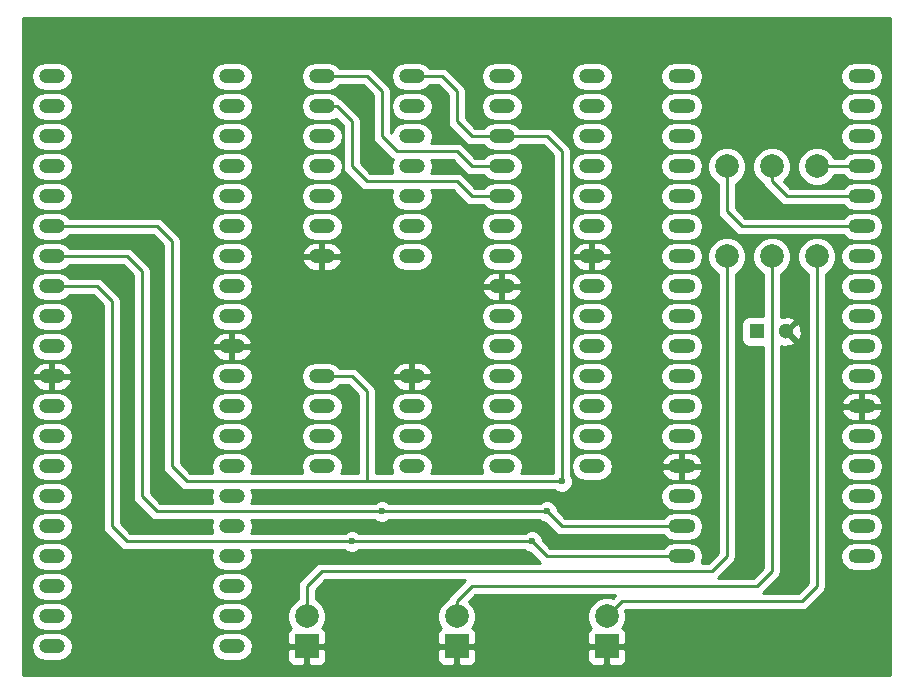
<source format=gbr>
G04 #@! TF.FileFunction,Copper,L2,Bot,Signal*
%FSLAX46Y46*%
G04 Gerber Fmt 4.6, Leading zero omitted, Abs format (unit mm)*
G04 Created by KiCad (PCBNEW 4.0.2+dfsg1-stable) date Mit 11 Mai 2016 00:43:05 CEST*
%MOMM*%
G01*
G04 APERTURE LIST*
%ADD10C,0.100000*%
%ADD11R,1.300000X1.300000*%
%ADD12C,1.300000*%
%ADD13O,2.300000X1.250000*%
%ADD14R,2.000000X2.000000*%
%ADD15C,2.000000*%
%ADD16O,2.200000X1.250000*%
%ADD17C,1.998980*%
%ADD18C,0.600000*%
%ADD19C,0.250000*%
%ADD20C,0.254000*%
G04 APERTURE END LIST*
D10*
D11*
X166370000Y-105410000D03*
D12*
X168870000Y-105410000D03*
D13*
X175260000Y-83820000D03*
X160020000Y-83820000D03*
X175260000Y-86360000D03*
X160020000Y-86360000D03*
X175260000Y-88900000D03*
X160020000Y-88900000D03*
X175260000Y-91440000D03*
X160020000Y-91440000D03*
X175260000Y-93980000D03*
X160020000Y-93980000D03*
X175260000Y-96520000D03*
X160020000Y-96520000D03*
X175260000Y-99060000D03*
X160020000Y-99060000D03*
X175260000Y-101600000D03*
X160020000Y-101600000D03*
X175260000Y-104140000D03*
X160020000Y-104140000D03*
X175260000Y-106680000D03*
X160020000Y-106680000D03*
X175260000Y-109220000D03*
X160020000Y-109220000D03*
X175260000Y-111760000D03*
X160020000Y-111760000D03*
X175260000Y-114300000D03*
X160020000Y-114300000D03*
X175260000Y-116840000D03*
X160020000Y-116840000D03*
X175260000Y-119380000D03*
X160020000Y-119380000D03*
X175260000Y-121920000D03*
X160020000Y-121920000D03*
X175260000Y-124460000D03*
X160020000Y-124460000D03*
D14*
X153670000Y-132080000D03*
D15*
X153670000Y-129540000D03*
D14*
X140970000Y-132080000D03*
D15*
X140970000Y-129540000D03*
D14*
X128270000Y-132080000D03*
D15*
X128270000Y-129540000D03*
D16*
X137160000Y-99060000D03*
X137160000Y-96520000D03*
X137160000Y-93980000D03*
X137160000Y-91440000D03*
X137160000Y-88900000D03*
X137160000Y-86360000D03*
X137160000Y-83820000D03*
X129540000Y-83820000D03*
X129540000Y-86360000D03*
X129540000Y-88900000D03*
X129540000Y-91440000D03*
X129540000Y-93980000D03*
X129540000Y-96520000D03*
X129540000Y-99060000D03*
X152400000Y-116840000D03*
X152400000Y-114300000D03*
X152400000Y-111760000D03*
X152400000Y-109220000D03*
X152400000Y-106680000D03*
X152400000Y-104140000D03*
X152400000Y-101600000D03*
X152400000Y-99060000D03*
X152400000Y-96520000D03*
X152400000Y-93980000D03*
X152400000Y-91440000D03*
X152400000Y-88900000D03*
X152400000Y-86360000D03*
X152400000Y-83820000D03*
X144780000Y-83820000D03*
X144780000Y-86360000D03*
X144780000Y-88900000D03*
X144780000Y-91440000D03*
X144780000Y-93980000D03*
X144780000Y-96520000D03*
X144780000Y-99060000D03*
X144780000Y-101600000D03*
X144780000Y-104140000D03*
X144780000Y-106680000D03*
X144780000Y-109220000D03*
X144780000Y-111760000D03*
X144780000Y-114300000D03*
X144780000Y-116840000D03*
X106680000Y-83820000D03*
X106680000Y-86360000D03*
X106680000Y-88900000D03*
X106680000Y-91440000D03*
X106680000Y-93980000D03*
X106680000Y-96520000D03*
X106680000Y-99060000D03*
X106680000Y-101600000D03*
X106680000Y-104140000D03*
X106680000Y-106680000D03*
X106680000Y-109220000D03*
X106680000Y-111760000D03*
X106680000Y-114300000D03*
X106680000Y-116840000D03*
X106680000Y-119380000D03*
X106680000Y-121920000D03*
X106680000Y-124460000D03*
X106680000Y-127000000D03*
X106680000Y-129540000D03*
X106680000Y-132080000D03*
X121920000Y-132080000D03*
X121920000Y-129540000D03*
X121920000Y-127000000D03*
X121920000Y-124460000D03*
X121920000Y-121920000D03*
X121920000Y-119380000D03*
X121920000Y-116840000D03*
X121920000Y-114300000D03*
X121920000Y-111760000D03*
X121920000Y-109220000D03*
X121920000Y-106680000D03*
X121920000Y-104140000D03*
X121920000Y-101600000D03*
X121920000Y-99060000D03*
X121920000Y-96520000D03*
X121920000Y-93980000D03*
X121920000Y-91440000D03*
X121920000Y-88900000D03*
X121920000Y-86360000D03*
X121920000Y-83820000D03*
X137160000Y-116840000D03*
X137160000Y-114300000D03*
X137160000Y-111760000D03*
X137160000Y-109220000D03*
X129540000Y-109220000D03*
X129540000Y-111760000D03*
X129540000Y-114300000D03*
X129540000Y-116840000D03*
D17*
X171450000Y-99060000D03*
X171450000Y-91440000D03*
X167640000Y-99060000D03*
X167640000Y-91440000D03*
X163830000Y-99060000D03*
X163830000Y-91440000D03*
D18*
X149860000Y-118110000D03*
X148590000Y-120650000D03*
X134620000Y-120650000D03*
X147320000Y-123190000D03*
X132080000Y-123190000D03*
D19*
X154940000Y-128270000D02*
X153670000Y-129540000D01*
X171450000Y-99060000D02*
X171450000Y-127000000D01*
X170180000Y-128270000D02*
X154940000Y-128270000D01*
X171450000Y-127000000D02*
X170180000Y-128270000D01*
X167640000Y-99060000D02*
X167640000Y-125730000D01*
X140970000Y-128270000D02*
X140970000Y-129540000D01*
X142240000Y-127000000D02*
X140970000Y-128270000D01*
X166370000Y-127000000D02*
X142240000Y-127000000D01*
X167640000Y-125730000D02*
X166370000Y-127000000D01*
X163830000Y-99060000D02*
X163830000Y-124460000D01*
X128270000Y-127000000D02*
X128270000Y-129540000D01*
X129540000Y-125730000D02*
X128270000Y-127000000D01*
X162560000Y-125730000D02*
X129540000Y-125730000D01*
X163830000Y-124460000D02*
X162560000Y-125730000D01*
X144780000Y-88900000D02*
X142240000Y-88900000D01*
X139700000Y-83820000D02*
X137160000Y-83820000D01*
X140970000Y-85090000D02*
X139700000Y-83820000D01*
X140970000Y-87630000D02*
X140970000Y-85090000D01*
X142240000Y-88900000D02*
X140970000Y-87630000D01*
X144780000Y-88900000D02*
X148590000Y-88900000D01*
X149860000Y-90170000D02*
X149860000Y-118110000D01*
X148590000Y-88900000D02*
X149860000Y-90170000D01*
X129540000Y-109220000D02*
X132080000Y-109220000D01*
X133350000Y-110490000D02*
X133350000Y-118110000D01*
X132080000Y-109220000D02*
X133350000Y-110490000D01*
X115570000Y-96520000D02*
X106680000Y-96520000D01*
X116840000Y-97790000D02*
X115570000Y-96520000D01*
X116840000Y-116840000D02*
X116840000Y-97790000D01*
X118110000Y-118110000D02*
X116840000Y-116840000D01*
X149860000Y-118110000D02*
X133350000Y-118110000D01*
X133350000Y-118110000D02*
X118110000Y-118110000D01*
X144780000Y-91440000D02*
X142240000Y-91440000D01*
X133350000Y-83820000D02*
X129540000Y-83820000D01*
X134620000Y-85090000D02*
X133350000Y-83820000D01*
X134620000Y-88900000D02*
X134620000Y-85090000D01*
X140970000Y-90170000D02*
X135890000Y-90170000D01*
X135890000Y-90170000D02*
X134620000Y-88900000D01*
X142240000Y-91440000D02*
X140970000Y-90170000D01*
X160020000Y-121920000D02*
X149860000Y-121920000D01*
X149860000Y-121920000D02*
X148590000Y-120650000D01*
X148590000Y-120650000D02*
X148590000Y-120650000D01*
X113030000Y-99060000D02*
X106680000Y-99060000D01*
X114300000Y-100330000D02*
X113030000Y-99060000D01*
X114300000Y-119380000D02*
X114300000Y-100330000D01*
X115570000Y-120650000D02*
X114300000Y-119380000D01*
X148590000Y-120650000D02*
X134620000Y-120650000D01*
X134620000Y-120650000D02*
X115570000Y-120650000D01*
X144780000Y-93980000D02*
X142240000Y-93980000D01*
X130810000Y-86360000D02*
X129540000Y-86360000D01*
X132080000Y-87630000D02*
X130810000Y-86360000D01*
X132080000Y-91440000D02*
X132080000Y-87630000D01*
X133350000Y-92710000D02*
X132080000Y-91440000D01*
X140970000Y-92710000D02*
X133350000Y-92710000D01*
X142240000Y-93980000D02*
X140970000Y-92710000D01*
X160020000Y-124460000D02*
X148590000Y-124460000D01*
X148590000Y-124460000D02*
X147320000Y-123190000D01*
X147320000Y-123190000D02*
X147320000Y-123190000D01*
X110490000Y-101600000D02*
X106680000Y-101600000D01*
X111760000Y-102870000D02*
X110490000Y-101600000D01*
X111760000Y-121920000D02*
X111760000Y-102870000D01*
X113030000Y-123190000D02*
X111760000Y-121920000D01*
X147320000Y-123190000D02*
X132080000Y-123190000D01*
X132080000Y-123190000D02*
X113030000Y-123190000D01*
X175260000Y-91440000D02*
X171450000Y-91440000D01*
X167640000Y-91440000D02*
X167640000Y-92710000D01*
X168910000Y-93980000D02*
X175260000Y-93980000D01*
X167640000Y-92710000D02*
X168910000Y-93980000D01*
X163830000Y-91440000D02*
X163830000Y-95250000D01*
X165100000Y-96520000D02*
X175260000Y-96520000D01*
X163830000Y-95250000D02*
X165100000Y-96520000D01*
D20*
G36*
X177673000Y-134493000D02*
X104267000Y-134493000D01*
X104267000Y-132080000D01*
X104911009Y-132080000D01*
X105006921Y-132562181D01*
X105280054Y-132970955D01*
X105688828Y-133244088D01*
X106171009Y-133340000D01*
X107188991Y-133340000D01*
X107671172Y-133244088D01*
X108079946Y-132970955D01*
X108353079Y-132562181D01*
X108448991Y-132080000D01*
X120151009Y-132080000D01*
X120246921Y-132562181D01*
X120520054Y-132970955D01*
X120928828Y-133244088D01*
X121411009Y-133340000D01*
X122428991Y-133340000D01*
X122911172Y-133244088D01*
X123319946Y-132970955D01*
X123593079Y-132562181D01*
X123632151Y-132365750D01*
X126635000Y-132365750D01*
X126635000Y-133206310D01*
X126731673Y-133439699D01*
X126910302Y-133618327D01*
X127143691Y-133715000D01*
X127984250Y-133715000D01*
X128143000Y-133556250D01*
X128143000Y-132207000D01*
X128397000Y-132207000D01*
X128397000Y-133556250D01*
X128555750Y-133715000D01*
X129396309Y-133715000D01*
X129629698Y-133618327D01*
X129808327Y-133439699D01*
X129905000Y-133206310D01*
X129905000Y-132365750D01*
X139335000Y-132365750D01*
X139335000Y-133206310D01*
X139431673Y-133439699D01*
X139610302Y-133618327D01*
X139843691Y-133715000D01*
X140684250Y-133715000D01*
X140843000Y-133556250D01*
X140843000Y-132207000D01*
X141097000Y-132207000D01*
X141097000Y-133556250D01*
X141255750Y-133715000D01*
X142096309Y-133715000D01*
X142329698Y-133618327D01*
X142508327Y-133439699D01*
X142605000Y-133206310D01*
X142605000Y-132365750D01*
X152035000Y-132365750D01*
X152035000Y-133206310D01*
X152131673Y-133439699D01*
X152310302Y-133618327D01*
X152543691Y-133715000D01*
X153384250Y-133715000D01*
X153543000Y-133556250D01*
X153543000Y-132207000D01*
X153797000Y-132207000D01*
X153797000Y-133556250D01*
X153955750Y-133715000D01*
X154796309Y-133715000D01*
X155029698Y-133618327D01*
X155208327Y-133439699D01*
X155305000Y-133206310D01*
X155305000Y-132365750D01*
X155146250Y-132207000D01*
X153797000Y-132207000D01*
X153543000Y-132207000D01*
X152193750Y-132207000D01*
X152035000Y-132365750D01*
X142605000Y-132365750D01*
X142446250Y-132207000D01*
X141097000Y-132207000D01*
X140843000Y-132207000D01*
X139493750Y-132207000D01*
X139335000Y-132365750D01*
X129905000Y-132365750D01*
X129746250Y-132207000D01*
X128397000Y-132207000D01*
X128143000Y-132207000D01*
X126793750Y-132207000D01*
X126635000Y-132365750D01*
X123632151Y-132365750D01*
X123688991Y-132080000D01*
X123593079Y-131597819D01*
X123319946Y-131189045D01*
X122911172Y-130915912D01*
X122428991Y-130820000D01*
X121411009Y-130820000D01*
X120928828Y-130915912D01*
X120520054Y-131189045D01*
X120246921Y-131597819D01*
X120151009Y-132080000D01*
X108448991Y-132080000D01*
X108353079Y-131597819D01*
X108079946Y-131189045D01*
X107671172Y-130915912D01*
X107188991Y-130820000D01*
X106171009Y-130820000D01*
X105688828Y-130915912D01*
X105280054Y-131189045D01*
X105006921Y-131597819D01*
X104911009Y-132080000D01*
X104267000Y-132080000D01*
X104267000Y-129540000D01*
X104911009Y-129540000D01*
X105006921Y-130022181D01*
X105280054Y-130430955D01*
X105688828Y-130704088D01*
X106171009Y-130800000D01*
X107188991Y-130800000D01*
X107671172Y-130704088D01*
X108079946Y-130430955D01*
X108353079Y-130022181D01*
X108448991Y-129540000D01*
X120151009Y-129540000D01*
X120246921Y-130022181D01*
X120520054Y-130430955D01*
X120928828Y-130704088D01*
X121411009Y-130800000D01*
X122428991Y-130800000D01*
X122911172Y-130704088D01*
X123319946Y-130430955D01*
X123593079Y-130022181D01*
X123688991Y-129540000D01*
X123593079Y-129057819D01*
X123319946Y-128649045D01*
X122911172Y-128375912D01*
X122428991Y-128280000D01*
X121411009Y-128280000D01*
X120928828Y-128375912D01*
X120520054Y-128649045D01*
X120246921Y-129057819D01*
X120151009Y-129540000D01*
X108448991Y-129540000D01*
X108353079Y-129057819D01*
X108079946Y-128649045D01*
X107671172Y-128375912D01*
X107188991Y-128280000D01*
X106171009Y-128280000D01*
X105688828Y-128375912D01*
X105280054Y-128649045D01*
X105006921Y-129057819D01*
X104911009Y-129540000D01*
X104267000Y-129540000D01*
X104267000Y-127000000D01*
X104911009Y-127000000D01*
X105006921Y-127482181D01*
X105280054Y-127890955D01*
X105688828Y-128164088D01*
X106171009Y-128260000D01*
X107188991Y-128260000D01*
X107671172Y-128164088D01*
X108079946Y-127890955D01*
X108353079Y-127482181D01*
X108448991Y-127000000D01*
X120151009Y-127000000D01*
X120246921Y-127482181D01*
X120520054Y-127890955D01*
X120928828Y-128164088D01*
X121411009Y-128260000D01*
X122428991Y-128260000D01*
X122911172Y-128164088D01*
X123319946Y-127890955D01*
X123593079Y-127482181D01*
X123688991Y-127000000D01*
X123593079Y-126517819D01*
X123319946Y-126109045D01*
X122911172Y-125835912D01*
X122428991Y-125740000D01*
X121411009Y-125740000D01*
X120928828Y-125835912D01*
X120520054Y-126109045D01*
X120246921Y-126517819D01*
X120151009Y-127000000D01*
X108448991Y-127000000D01*
X108353079Y-126517819D01*
X108079946Y-126109045D01*
X107671172Y-125835912D01*
X107188991Y-125740000D01*
X106171009Y-125740000D01*
X105688828Y-125835912D01*
X105280054Y-126109045D01*
X105006921Y-126517819D01*
X104911009Y-127000000D01*
X104267000Y-127000000D01*
X104267000Y-124460000D01*
X104911009Y-124460000D01*
X105006921Y-124942181D01*
X105280054Y-125350955D01*
X105688828Y-125624088D01*
X106171009Y-125720000D01*
X107188991Y-125720000D01*
X107671172Y-125624088D01*
X108079946Y-125350955D01*
X108353079Y-124942181D01*
X108448991Y-124460000D01*
X108353079Y-123977819D01*
X108079946Y-123569045D01*
X107671172Y-123295912D01*
X107188991Y-123200000D01*
X106171009Y-123200000D01*
X105688828Y-123295912D01*
X105280054Y-123569045D01*
X105006921Y-123977819D01*
X104911009Y-124460000D01*
X104267000Y-124460000D01*
X104267000Y-121920000D01*
X104911009Y-121920000D01*
X105006921Y-122402181D01*
X105280054Y-122810955D01*
X105688828Y-123084088D01*
X106171009Y-123180000D01*
X107188991Y-123180000D01*
X107671172Y-123084088D01*
X108079946Y-122810955D01*
X108353079Y-122402181D01*
X108448991Y-121920000D01*
X108353079Y-121437819D01*
X108079946Y-121029045D01*
X107671172Y-120755912D01*
X107188991Y-120660000D01*
X106171009Y-120660000D01*
X105688828Y-120755912D01*
X105280054Y-121029045D01*
X105006921Y-121437819D01*
X104911009Y-121920000D01*
X104267000Y-121920000D01*
X104267000Y-119380000D01*
X104911009Y-119380000D01*
X105006921Y-119862181D01*
X105280054Y-120270955D01*
X105688828Y-120544088D01*
X106171009Y-120640000D01*
X107188991Y-120640000D01*
X107671172Y-120544088D01*
X108079946Y-120270955D01*
X108353079Y-119862181D01*
X108448991Y-119380000D01*
X108353079Y-118897819D01*
X108079946Y-118489045D01*
X107671172Y-118215912D01*
X107188991Y-118120000D01*
X106171009Y-118120000D01*
X105688828Y-118215912D01*
X105280054Y-118489045D01*
X105006921Y-118897819D01*
X104911009Y-119380000D01*
X104267000Y-119380000D01*
X104267000Y-116840000D01*
X104911009Y-116840000D01*
X105006921Y-117322181D01*
X105280054Y-117730955D01*
X105688828Y-118004088D01*
X106171009Y-118100000D01*
X107188991Y-118100000D01*
X107671172Y-118004088D01*
X108079946Y-117730955D01*
X108353079Y-117322181D01*
X108448991Y-116840000D01*
X108353079Y-116357819D01*
X108079946Y-115949045D01*
X107671172Y-115675912D01*
X107188991Y-115580000D01*
X106171009Y-115580000D01*
X105688828Y-115675912D01*
X105280054Y-115949045D01*
X105006921Y-116357819D01*
X104911009Y-116840000D01*
X104267000Y-116840000D01*
X104267000Y-114300000D01*
X104911009Y-114300000D01*
X105006921Y-114782181D01*
X105280054Y-115190955D01*
X105688828Y-115464088D01*
X106171009Y-115560000D01*
X107188991Y-115560000D01*
X107671172Y-115464088D01*
X108079946Y-115190955D01*
X108353079Y-114782181D01*
X108448991Y-114300000D01*
X108353079Y-113817819D01*
X108079946Y-113409045D01*
X107671172Y-113135912D01*
X107188991Y-113040000D01*
X106171009Y-113040000D01*
X105688828Y-113135912D01*
X105280054Y-113409045D01*
X105006921Y-113817819D01*
X104911009Y-114300000D01*
X104267000Y-114300000D01*
X104267000Y-111760000D01*
X104911009Y-111760000D01*
X105006921Y-112242181D01*
X105280054Y-112650955D01*
X105688828Y-112924088D01*
X106171009Y-113020000D01*
X107188991Y-113020000D01*
X107671172Y-112924088D01*
X108079946Y-112650955D01*
X108353079Y-112242181D01*
X108448991Y-111760000D01*
X108353079Y-111277819D01*
X108079946Y-110869045D01*
X107671172Y-110595912D01*
X107188991Y-110500000D01*
X106171009Y-110500000D01*
X105688828Y-110595912D01*
X105280054Y-110869045D01*
X105006921Y-111277819D01*
X104911009Y-111760000D01*
X104267000Y-111760000D01*
X104267000Y-109541540D01*
X104986718Y-109541540D01*
X104992311Y-109584848D01*
X105224243Y-110021152D01*
X105605486Y-110335487D01*
X106078000Y-110480000D01*
X106553000Y-110480000D01*
X106553000Y-109347000D01*
X106807000Y-109347000D01*
X106807000Y-110480000D01*
X107282000Y-110480000D01*
X107754514Y-110335487D01*
X108135757Y-110021152D01*
X108367689Y-109584848D01*
X108373282Y-109541540D01*
X108248902Y-109347000D01*
X106807000Y-109347000D01*
X106553000Y-109347000D01*
X105111098Y-109347000D01*
X104986718Y-109541540D01*
X104267000Y-109541540D01*
X104267000Y-108898460D01*
X104986718Y-108898460D01*
X105111098Y-109093000D01*
X106553000Y-109093000D01*
X106553000Y-107960000D01*
X106807000Y-107960000D01*
X106807000Y-109093000D01*
X108248902Y-109093000D01*
X108373282Y-108898460D01*
X108367689Y-108855152D01*
X108135757Y-108418848D01*
X107754514Y-108104513D01*
X107282000Y-107960000D01*
X106807000Y-107960000D01*
X106553000Y-107960000D01*
X106078000Y-107960000D01*
X105605486Y-108104513D01*
X105224243Y-108418848D01*
X104992311Y-108855152D01*
X104986718Y-108898460D01*
X104267000Y-108898460D01*
X104267000Y-106680000D01*
X104911009Y-106680000D01*
X105006921Y-107162181D01*
X105280054Y-107570955D01*
X105688828Y-107844088D01*
X106171009Y-107940000D01*
X107188991Y-107940000D01*
X107671172Y-107844088D01*
X108079946Y-107570955D01*
X108353079Y-107162181D01*
X108448991Y-106680000D01*
X108353079Y-106197819D01*
X108079946Y-105789045D01*
X107671172Y-105515912D01*
X107188991Y-105420000D01*
X106171009Y-105420000D01*
X105688828Y-105515912D01*
X105280054Y-105789045D01*
X105006921Y-106197819D01*
X104911009Y-106680000D01*
X104267000Y-106680000D01*
X104267000Y-104140000D01*
X104911009Y-104140000D01*
X105006921Y-104622181D01*
X105280054Y-105030955D01*
X105688828Y-105304088D01*
X106171009Y-105400000D01*
X107188991Y-105400000D01*
X107671172Y-105304088D01*
X108079946Y-105030955D01*
X108353079Y-104622181D01*
X108448991Y-104140000D01*
X108353079Y-103657819D01*
X108079946Y-103249045D01*
X107671172Y-102975912D01*
X107188991Y-102880000D01*
X106171009Y-102880000D01*
X105688828Y-102975912D01*
X105280054Y-103249045D01*
X105006921Y-103657819D01*
X104911009Y-104140000D01*
X104267000Y-104140000D01*
X104267000Y-96520000D01*
X104911009Y-96520000D01*
X105006921Y-97002181D01*
X105280054Y-97410955D01*
X105688828Y-97684088D01*
X106171009Y-97780000D01*
X107188991Y-97780000D01*
X107671172Y-97684088D01*
X108079946Y-97410955D01*
X108167447Y-97280000D01*
X115255198Y-97280000D01*
X116080000Y-98104802D01*
X116080000Y-116840000D01*
X116137852Y-117130839D01*
X116302599Y-117377401D01*
X117572599Y-118647401D01*
X117819160Y-118812148D01*
X118110000Y-118870000D01*
X120265509Y-118870000D01*
X120246921Y-118897819D01*
X120151009Y-119380000D01*
X120246921Y-119862181D01*
X120265509Y-119890000D01*
X115884802Y-119890000D01*
X115060000Y-119065198D01*
X115060000Y-100330000D01*
X115002148Y-100039161D01*
X115002148Y-100039160D01*
X114837401Y-99792599D01*
X113567401Y-98522599D01*
X113320839Y-98357852D01*
X113030000Y-98300000D01*
X108167447Y-98300000D01*
X108079946Y-98169045D01*
X107671172Y-97895912D01*
X107188991Y-97800000D01*
X106171009Y-97800000D01*
X105688828Y-97895912D01*
X105280054Y-98169045D01*
X105006921Y-98577819D01*
X104911009Y-99060000D01*
X105006921Y-99542181D01*
X105280054Y-99950955D01*
X105688828Y-100224088D01*
X106171009Y-100320000D01*
X107188991Y-100320000D01*
X107671172Y-100224088D01*
X108079946Y-99950955D01*
X108167447Y-99820000D01*
X112715198Y-99820000D01*
X113540000Y-100644802D01*
X113540000Y-119380000D01*
X113597852Y-119670839D01*
X113762599Y-119917401D01*
X115032599Y-121187401D01*
X115279160Y-121352148D01*
X115570000Y-121410000D01*
X120265509Y-121410000D01*
X120246921Y-121437819D01*
X120151009Y-121920000D01*
X120246921Y-122402181D01*
X120265509Y-122430000D01*
X113344802Y-122430000D01*
X112520000Y-121605198D01*
X112520000Y-102870000D01*
X112462148Y-102579161D01*
X112462148Y-102579160D01*
X112297401Y-102332599D01*
X111027401Y-101062599D01*
X110780839Y-100897852D01*
X110490000Y-100840000D01*
X108167447Y-100840000D01*
X108079946Y-100709045D01*
X107671172Y-100435912D01*
X107188991Y-100340000D01*
X106171009Y-100340000D01*
X105688828Y-100435912D01*
X105280054Y-100709045D01*
X105006921Y-101117819D01*
X104911009Y-101600000D01*
X105006921Y-102082181D01*
X105280054Y-102490955D01*
X105688828Y-102764088D01*
X106171009Y-102860000D01*
X107188991Y-102860000D01*
X107671172Y-102764088D01*
X108079946Y-102490955D01*
X108167447Y-102360000D01*
X110175198Y-102360000D01*
X111000000Y-103184802D01*
X111000000Y-121920000D01*
X111057852Y-122210839D01*
X111222599Y-122457401D01*
X112492599Y-123727401D01*
X112739160Y-123892148D01*
X113030000Y-123950000D01*
X120265509Y-123950000D01*
X120246921Y-123977819D01*
X120151009Y-124460000D01*
X120246921Y-124942181D01*
X120520054Y-125350955D01*
X120928828Y-125624088D01*
X121411009Y-125720000D01*
X122428991Y-125720000D01*
X122911172Y-125624088D01*
X123319946Y-125350955D01*
X123593079Y-124942181D01*
X123688991Y-124460000D01*
X123593079Y-123977819D01*
X123574491Y-123950000D01*
X131517537Y-123950000D01*
X131549673Y-123982192D01*
X131893201Y-124124838D01*
X132265167Y-124125162D01*
X132608943Y-123983117D01*
X132642118Y-123950000D01*
X146757537Y-123950000D01*
X146789673Y-123982192D01*
X147133201Y-124124838D01*
X147180077Y-124124879D01*
X148025198Y-124970000D01*
X129540000Y-124970000D01*
X129249160Y-125027852D01*
X129002599Y-125192599D01*
X127732599Y-126462599D01*
X127567852Y-126709161D01*
X127510000Y-127000000D01*
X127510000Y-128084953D01*
X127345057Y-128153106D01*
X126884722Y-128612637D01*
X126635284Y-129213352D01*
X126634716Y-129863795D01*
X126883106Y-130464943D01*
X126945251Y-130527197D01*
X126910302Y-130541673D01*
X126731673Y-130720301D01*
X126635000Y-130953690D01*
X126635000Y-131794250D01*
X126793750Y-131953000D01*
X128143000Y-131953000D01*
X128143000Y-131933000D01*
X128397000Y-131933000D01*
X128397000Y-131953000D01*
X129746250Y-131953000D01*
X129905000Y-131794250D01*
X129905000Y-130953690D01*
X129808327Y-130720301D01*
X129629698Y-130541673D01*
X129595166Y-130527370D01*
X129655278Y-130467363D01*
X129904716Y-129866648D01*
X129905284Y-129216205D01*
X129656894Y-128615057D01*
X129197363Y-128154722D01*
X129030000Y-128085227D01*
X129030000Y-127314802D01*
X129854802Y-126490000D01*
X141675198Y-126490000D01*
X140432599Y-127732599D01*
X140267852Y-127979161D01*
X140250105Y-128068382D01*
X140045057Y-128153106D01*
X139584722Y-128612637D01*
X139335284Y-129213352D01*
X139334716Y-129863795D01*
X139583106Y-130464943D01*
X139645251Y-130527197D01*
X139610302Y-130541673D01*
X139431673Y-130720301D01*
X139335000Y-130953690D01*
X139335000Y-131794250D01*
X139493750Y-131953000D01*
X140843000Y-131953000D01*
X140843000Y-131933000D01*
X141097000Y-131933000D01*
X141097000Y-131953000D01*
X142446250Y-131953000D01*
X142605000Y-131794250D01*
X142605000Y-130953690D01*
X142508327Y-130720301D01*
X142329698Y-130541673D01*
X142295166Y-130527370D01*
X142355278Y-130467363D01*
X142604716Y-129866648D01*
X142605284Y-129216205D01*
X142356894Y-128615057D01*
X142028607Y-128286195D01*
X142554802Y-127760000D01*
X154375198Y-127760000D01*
X154161473Y-127973725D01*
X153996648Y-127905284D01*
X153346205Y-127904716D01*
X152745057Y-128153106D01*
X152284722Y-128612637D01*
X152035284Y-129213352D01*
X152034716Y-129863795D01*
X152283106Y-130464943D01*
X152345251Y-130527197D01*
X152310302Y-130541673D01*
X152131673Y-130720301D01*
X152035000Y-130953690D01*
X152035000Y-131794250D01*
X152193750Y-131953000D01*
X153543000Y-131953000D01*
X153543000Y-131933000D01*
X153797000Y-131933000D01*
X153797000Y-131953000D01*
X155146250Y-131953000D01*
X155305000Y-131794250D01*
X155305000Y-130953690D01*
X155208327Y-130720301D01*
X155029698Y-130541673D01*
X154995166Y-130527370D01*
X155055278Y-130467363D01*
X155304716Y-129866648D01*
X155305284Y-129216205D01*
X155236081Y-129048721D01*
X155254802Y-129030000D01*
X170180000Y-129030000D01*
X170470839Y-128972148D01*
X170717401Y-128807401D01*
X171987401Y-127537401D01*
X172152148Y-127290840D01*
X172210000Y-127000000D01*
X172210000Y-124460000D01*
X173440030Y-124460000D01*
X173535942Y-124942181D01*
X173809075Y-125350955D01*
X174217849Y-125624088D01*
X174700030Y-125720000D01*
X175819970Y-125720000D01*
X176302151Y-125624088D01*
X176710925Y-125350955D01*
X176984058Y-124942181D01*
X177079970Y-124460000D01*
X176984058Y-123977819D01*
X176710925Y-123569045D01*
X176302151Y-123295912D01*
X175819970Y-123200000D01*
X174700030Y-123200000D01*
X174217849Y-123295912D01*
X173809075Y-123569045D01*
X173535942Y-123977819D01*
X173440030Y-124460000D01*
X172210000Y-124460000D01*
X172210000Y-121920000D01*
X173440030Y-121920000D01*
X173535942Y-122402181D01*
X173809075Y-122810955D01*
X174217849Y-123084088D01*
X174700030Y-123180000D01*
X175819970Y-123180000D01*
X176302151Y-123084088D01*
X176710925Y-122810955D01*
X176984058Y-122402181D01*
X177079970Y-121920000D01*
X176984058Y-121437819D01*
X176710925Y-121029045D01*
X176302151Y-120755912D01*
X175819970Y-120660000D01*
X174700030Y-120660000D01*
X174217849Y-120755912D01*
X173809075Y-121029045D01*
X173535942Y-121437819D01*
X173440030Y-121920000D01*
X172210000Y-121920000D01*
X172210000Y-119380000D01*
X173440030Y-119380000D01*
X173535942Y-119862181D01*
X173809075Y-120270955D01*
X174217849Y-120544088D01*
X174700030Y-120640000D01*
X175819970Y-120640000D01*
X176302151Y-120544088D01*
X176710925Y-120270955D01*
X176984058Y-119862181D01*
X177079970Y-119380000D01*
X176984058Y-118897819D01*
X176710925Y-118489045D01*
X176302151Y-118215912D01*
X175819970Y-118120000D01*
X174700030Y-118120000D01*
X174217849Y-118215912D01*
X173809075Y-118489045D01*
X173535942Y-118897819D01*
X173440030Y-119380000D01*
X172210000Y-119380000D01*
X172210000Y-116840000D01*
X173440030Y-116840000D01*
X173535942Y-117322181D01*
X173809075Y-117730955D01*
X174217849Y-118004088D01*
X174700030Y-118100000D01*
X175819970Y-118100000D01*
X176302151Y-118004088D01*
X176710925Y-117730955D01*
X176984058Y-117322181D01*
X177079970Y-116840000D01*
X176984058Y-116357819D01*
X176710925Y-115949045D01*
X176302151Y-115675912D01*
X175819970Y-115580000D01*
X174700030Y-115580000D01*
X174217849Y-115675912D01*
X173809075Y-115949045D01*
X173535942Y-116357819D01*
X173440030Y-116840000D01*
X172210000Y-116840000D01*
X172210000Y-114300000D01*
X173440030Y-114300000D01*
X173535942Y-114782181D01*
X173809075Y-115190955D01*
X174217849Y-115464088D01*
X174700030Y-115560000D01*
X175819970Y-115560000D01*
X176302151Y-115464088D01*
X176710925Y-115190955D01*
X176984058Y-114782181D01*
X177079970Y-114300000D01*
X176984058Y-113817819D01*
X176710925Y-113409045D01*
X176302151Y-113135912D01*
X175819970Y-113040000D01*
X174700030Y-113040000D01*
X174217849Y-113135912D01*
X173809075Y-113409045D01*
X173535942Y-113817819D01*
X173440030Y-114300000D01*
X172210000Y-114300000D01*
X172210000Y-112081540D01*
X173516718Y-112081540D01*
X173522311Y-112124848D01*
X173754243Y-112561152D01*
X174135486Y-112875487D01*
X174608000Y-113020000D01*
X175133000Y-113020000D01*
X175133000Y-111887000D01*
X175387000Y-111887000D01*
X175387000Y-113020000D01*
X175912000Y-113020000D01*
X176384514Y-112875487D01*
X176765757Y-112561152D01*
X176997689Y-112124848D01*
X177003282Y-112081540D01*
X176878902Y-111887000D01*
X175387000Y-111887000D01*
X175133000Y-111887000D01*
X173641098Y-111887000D01*
X173516718Y-112081540D01*
X172210000Y-112081540D01*
X172210000Y-111438460D01*
X173516718Y-111438460D01*
X173641098Y-111633000D01*
X175133000Y-111633000D01*
X175133000Y-110500000D01*
X175387000Y-110500000D01*
X175387000Y-111633000D01*
X176878902Y-111633000D01*
X177003282Y-111438460D01*
X176997689Y-111395152D01*
X176765757Y-110958848D01*
X176384514Y-110644513D01*
X175912000Y-110500000D01*
X175387000Y-110500000D01*
X175133000Y-110500000D01*
X174608000Y-110500000D01*
X174135486Y-110644513D01*
X173754243Y-110958848D01*
X173522311Y-111395152D01*
X173516718Y-111438460D01*
X172210000Y-111438460D01*
X172210000Y-109220000D01*
X173440030Y-109220000D01*
X173535942Y-109702181D01*
X173809075Y-110110955D01*
X174217849Y-110384088D01*
X174700030Y-110480000D01*
X175819970Y-110480000D01*
X176302151Y-110384088D01*
X176710925Y-110110955D01*
X176984058Y-109702181D01*
X177079970Y-109220000D01*
X176984058Y-108737819D01*
X176710925Y-108329045D01*
X176302151Y-108055912D01*
X175819970Y-107960000D01*
X174700030Y-107960000D01*
X174217849Y-108055912D01*
X173809075Y-108329045D01*
X173535942Y-108737819D01*
X173440030Y-109220000D01*
X172210000Y-109220000D01*
X172210000Y-106680000D01*
X173440030Y-106680000D01*
X173535942Y-107162181D01*
X173809075Y-107570955D01*
X174217849Y-107844088D01*
X174700030Y-107940000D01*
X175819970Y-107940000D01*
X176302151Y-107844088D01*
X176710925Y-107570955D01*
X176984058Y-107162181D01*
X177079970Y-106680000D01*
X176984058Y-106197819D01*
X176710925Y-105789045D01*
X176302151Y-105515912D01*
X175819970Y-105420000D01*
X174700030Y-105420000D01*
X174217849Y-105515912D01*
X173809075Y-105789045D01*
X173535942Y-106197819D01*
X173440030Y-106680000D01*
X172210000Y-106680000D01*
X172210000Y-104140000D01*
X173440030Y-104140000D01*
X173535942Y-104622181D01*
X173809075Y-105030955D01*
X174217849Y-105304088D01*
X174700030Y-105400000D01*
X175819970Y-105400000D01*
X176302151Y-105304088D01*
X176710925Y-105030955D01*
X176984058Y-104622181D01*
X177079970Y-104140000D01*
X176984058Y-103657819D01*
X176710925Y-103249045D01*
X176302151Y-102975912D01*
X175819970Y-102880000D01*
X174700030Y-102880000D01*
X174217849Y-102975912D01*
X173809075Y-103249045D01*
X173535942Y-103657819D01*
X173440030Y-104140000D01*
X172210000Y-104140000D01*
X172210000Y-101600000D01*
X173440030Y-101600000D01*
X173535942Y-102082181D01*
X173809075Y-102490955D01*
X174217849Y-102764088D01*
X174700030Y-102860000D01*
X175819970Y-102860000D01*
X176302151Y-102764088D01*
X176710925Y-102490955D01*
X176984058Y-102082181D01*
X177079970Y-101600000D01*
X176984058Y-101117819D01*
X176710925Y-100709045D01*
X176302151Y-100435912D01*
X175819970Y-100340000D01*
X174700030Y-100340000D01*
X174217849Y-100435912D01*
X173809075Y-100709045D01*
X173535942Y-101117819D01*
X173440030Y-101600000D01*
X172210000Y-101600000D01*
X172210000Y-100514496D01*
X172374655Y-100446462D01*
X172834846Y-99987073D01*
X173084206Y-99386547D01*
X173084491Y-99060000D01*
X173440030Y-99060000D01*
X173535942Y-99542181D01*
X173809075Y-99950955D01*
X174217849Y-100224088D01*
X174700030Y-100320000D01*
X175819970Y-100320000D01*
X176302151Y-100224088D01*
X176710925Y-99950955D01*
X176984058Y-99542181D01*
X177079970Y-99060000D01*
X176984058Y-98577819D01*
X176710925Y-98169045D01*
X176302151Y-97895912D01*
X175819970Y-97800000D01*
X174700030Y-97800000D01*
X174217849Y-97895912D01*
X173809075Y-98169045D01*
X173535942Y-98577819D01*
X173440030Y-99060000D01*
X173084491Y-99060000D01*
X173084774Y-98736306D01*
X172836462Y-98135345D01*
X172377073Y-97675154D01*
X171776547Y-97425794D01*
X171126306Y-97425226D01*
X170525345Y-97673538D01*
X170065154Y-98132927D01*
X169815794Y-98733453D01*
X169815226Y-99383694D01*
X170063538Y-99984655D01*
X170522927Y-100444846D01*
X170690000Y-100514221D01*
X170690000Y-126685198D01*
X169865198Y-127510000D01*
X166934802Y-127510000D01*
X168177401Y-126267401D01*
X168342148Y-126020840D01*
X168400000Y-125730000D01*
X168400000Y-106607026D01*
X168689078Y-106707622D01*
X169199428Y-106678083D01*
X169533729Y-106539611D01*
X169589410Y-106309016D01*
X168870000Y-105589605D01*
X168855858Y-105603748D01*
X168676253Y-105424143D01*
X168690395Y-105410000D01*
X169049605Y-105410000D01*
X169769016Y-106129410D01*
X169999611Y-106073729D01*
X170167622Y-105590922D01*
X170138083Y-105080572D01*
X169999611Y-104746271D01*
X169769016Y-104690590D01*
X169049605Y-105410000D01*
X168690395Y-105410000D01*
X168676253Y-105395858D01*
X168855858Y-105216252D01*
X168870000Y-105230395D01*
X169589410Y-104510984D01*
X169533729Y-104280389D01*
X169050922Y-104112378D01*
X168540572Y-104141917D01*
X168400000Y-104200144D01*
X168400000Y-100514496D01*
X168564655Y-100446462D01*
X169024846Y-99987073D01*
X169274206Y-99386547D01*
X169274774Y-98736306D01*
X169026462Y-98135345D01*
X168567073Y-97675154D01*
X167966547Y-97425794D01*
X167316306Y-97425226D01*
X166715345Y-97673538D01*
X166255154Y-98132927D01*
X166005794Y-98733453D01*
X166005226Y-99383694D01*
X166253538Y-99984655D01*
X166712927Y-100444846D01*
X166880000Y-100514221D01*
X166880000Y-104112560D01*
X165720000Y-104112560D01*
X165484683Y-104156838D01*
X165268559Y-104295910D01*
X165123569Y-104508110D01*
X165072560Y-104760000D01*
X165072560Y-106060000D01*
X165116838Y-106295317D01*
X165255910Y-106511441D01*
X165468110Y-106656431D01*
X165720000Y-106707440D01*
X166880000Y-106707440D01*
X166880000Y-125415198D01*
X166055198Y-126240000D01*
X163124802Y-126240000D01*
X164367401Y-124997401D01*
X164532148Y-124750840D01*
X164590000Y-124460000D01*
X164590000Y-100514496D01*
X164754655Y-100446462D01*
X165214846Y-99987073D01*
X165464206Y-99386547D01*
X165464774Y-98736306D01*
X165216462Y-98135345D01*
X164757073Y-97675154D01*
X164156547Y-97425794D01*
X163506306Y-97425226D01*
X162905345Y-97673538D01*
X162445154Y-98132927D01*
X162195794Y-98733453D01*
X162195226Y-99383694D01*
X162443538Y-99984655D01*
X162902927Y-100444846D01*
X163070000Y-100514221D01*
X163070000Y-124145198D01*
X162245198Y-124970000D01*
X161725470Y-124970000D01*
X161744058Y-124942181D01*
X161839970Y-124460000D01*
X161744058Y-123977819D01*
X161470925Y-123569045D01*
X161062151Y-123295912D01*
X160579970Y-123200000D01*
X159460030Y-123200000D01*
X158977849Y-123295912D01*
X158569075Y-123569045D01*
X158481574Y-123700000D01*
X148904802Y-123700000D01*
X148255122Y-123050320D01*
X148255162Y-123004833D01*
X148113117Y-122661057D01*
X147850327Y-122397808D01*
X147506799Y-122255162D01*
X147134833Y-122254838D01*
X146791057Y-122396883D01*
X146757882Y-122430000D01*
X132642463Y-122430000D01*
X132610327Y-122397808D01*
X132266799Y-122255162D01*
X131894833Y-122254838D01*
X131551057Y-122396883D01*
X131517882Y-122430000D01*
X123574491Y-122430000D01*
X123593079Y-122402181D01*
X123688991Y-121920000D01*
X123593079Y-121437819D01*
X123574491Y-121410000D01*
X134057537Y-121410000D01*
X134089673Y-121442192D01*
X134433201Y-121584838D01*
X134805167Y-121585162D01*
X135148943Y-121443117D01*
X135182118Y-121410000D01*
X148027537Y-121410000D01*
X148059673Y-121442192D01*
X148403201Y-121584838D01*
X148450077Y-121584879D01*
X149322599Y-122457401D01*
X149569160Y-122622148D01*
X149860000Y-122680000D01*
X158481574Y-122680000D01*
X158569075Y-122810955D01*
X158977849Y-123084088D01*
X159460030Y-123180000D01*
X160579970Y-123180000D01*
X161062151Y-123084088D01*
X161470925Y-122810955D01*
X161744058Y-122402181D01*
X161839970Y-121920000D01*
X161744058Y-121437819D01*
X161470925Y-121029045D01*
X161062151Y-120755912D01*
X160579970Y-120660000D01*
X159460030Y-120660000D01*
X158977849Y-120755912D01*
X158569075Y-121029045D01*
X158481574Y-121160000D01*
X150174802Y-121160000D01*
X149525122Y-120510320D01*
X149525162Y-120464833D01*
X149383117Y-120121057D01*
X149120327Y-119857808D01*
X148776799Y-119715162D01*
X148404833Y-119714838D01*
X148061057Y-119856883D01*
X148027882Y-119890000D01*
X135182463Y-119890000D01*
X135150327Y-119857808D01*
X134806799Y-119715162D01*
X134434833Y-119714838D01*
X134091057Y-119856883D01*
X134057882Y-119890000D01*
X123574491Y-119890000D01*
X123593079Y-119862181D01*
X123688991Y-119380000D01*
X158200030Y-119380000D01*
X158295942Y-119862181D01*
X158569075Y-120270955D01*
X158977849Y-120544088D01*
X159460030Y-120640000D01*
X160579970Y-120640000D01*
X161062151Y-120544088D01*
X161470925Y-120270955D01*
X161744058Y-119862181D01*
X161839970Y-119380000D01*
X161744058Y-118897819D01*
X161470925Y-118489045D01*
X161062151Y-118215912D01*
X160579970Y-118120000D01*
X159460030Y-118120000D01*
X158977849Y-118215912D01*
X158569075Y-118489045D01*
X158295942Y-118897819D01*
X158200030Y-119380000D01*
X123688991Y-119380000D01*
X123593079Y-118897819D01*
X123574491Y-118870000D01*
X149297537Y-118870000D01*
X149329673Y-118902192D01*
X149673201Y-119044838D01*
X150045167Y-119045162D01*
X150388943Y-118903117D01*
X150652192Y-118640327D01*
X150794838Y-118296799D01*
X150795162Y-117924833D01*
X150653117Y-117581057D01*
X150620000Y-117547882D01*
X150620000Y-116840000D01*
X150631009Y-116840000D01*
X150726921Y-117322181D01*
X151000054Y-117730955D01*
X151408828Y-118004088D01*
X151891009Y-118100000D01*
X152908991Y-118100000D01*
X153391172Y-118004088D01*
X153799946Y-117730955D01*
X154073079Y-117322181D01*
X154105032Y-117161540D01*
X158276718Y-117161540D01*
X158282311Y-117204848D01*
X158514243Y-117641152D01*
X158895486Y-117955487D01*
X159368000Y-118100000D01*
X159893000Y-118100000D01*
X159893000Y-116967000D01*
X160147000Y-116967000D01*
X160147000Y-118100000D01*
X160672000Y-118100000D01*
X161144514Y-117955487D01*
X161525757Y-117641152D01*
X161757689Y-117204848D01*
X161763282Y-117161540D01*
X161638902Y-116967000D01*
X160147000Y-116967000D01*
X159893000Y-116967000D01*
X158401098Y-116967000D01*
X158276718Y-117161540D01*
X154105032Y-117161540D01*
X154168991Y-116840000D01*
X154105033Y-116518460D01*
X158276718Y-116518460D01*
X158401098Y-116713000D01*
X159893000Y-116713000D01*
X159893000Y-115580000D01*
X160147000Y-115580000D01*
X160147000Y-116713000D01*
X161638902Y-116713000D01*
X161763282Y-116518460D01*
X161757689Y-116475152D01*
X161525757Y-116038848D01*
X161144514Y-115724513D01*
X160672000Y-115580000D01*
X160147000Y-115580000D01*
X159893000Y-115580000D01*
X159368000Y-115580000D01*
X158895486Y-115724513D01*
X158514243Y-116038848D01*
X158282311Y-116475152D01*
X158276718Y-116518460D01*
X154105033Y-116518460D01*
X154073079Y-116357819D01*
X153799946Y-115949045D01*
X153391172Y-115675912D01*
X152908991Y-115580000D01*
X151891009Y-115580000D01*
X151408828Y-115675912D01*
X151000054Y-115949045D01*
X150726921Y-116357819D01*
X150631009Y-116840000D01*
X150620000Y-116840000D01*
X150620000Y-114300000D01*
X150631009Y-114300000D01*
X150726921Y-114782181D01*
X151000054Y-115190955D01*
X151408828Y-115464088D01*
X151891009Y-115560000D01*
X152908991Y-115560000D01*
X153391172Y-115464088D01*
X153799946Y-115190955D01*
X154073079Y-114782181D01*
X154168991Y-114300000D01*
X158200030Y-114300000D01*
X158295942Y-114782181D01*
X158569075Y-115190955D01*
X158977849Y-115464088D01*
X159460030Y-115560000D01*
X160579970Y-115560000D01*
X161062151Y-115464088D01*
X161470925Y-115190955D01*
X161744058Y-114782181D01*
X161839970Y-114300000D01*
X161744058Y-113817819D01*
X161470925Y-113409045D01*
X161062151Y-113135912D01*
X160579970Y-113040000D01*
X159460030Y-113040000D01*
X158977849Y-113135912D01*
X158569075Y-113409045D01*
X158295942Y-113817819D01*
X158200030Y-114300000D01*
X154168991Y-114300000D01*
X154073079Y-113817819D01*
X153799946Y-113409045D01*
X153391172Y-113135912D01*
X152908991Y-113040000D01*
X151891009Y-113040000D01*
X151408828Y-113135912D01*
X151000054Y-113409045D01*
X150726921Y-113817819D01*
X150631009Y-114300000D01*
X150620000Y-114300000D01*
X150620000Y-111760000D01*
X150631009Y-111760000D01*
X150726921Y-112242181D01*
X151000054Y-112650955D01*
X151408828Y-112924088D01*
X151891009Y-113020000D01*
X152908991Y-113020000D01*
X153391172Y-112924088D01*
X153799946Y-112650955D01*
X154073079Y-112242181D01*
X154168991Y-111760000D01*
X158200030Y-111760000D01*
X158295942Y-112242181D01*
X158569075Y-112650955D01*
X158977849Y-112924088D01*
X159460030Y-113020000D01*
X160579970Y-113020000D01*
X161062151Y-112924088D01*
X161470925Y-112650955D01*
X161744058Y-112242181D01*
X161839970Y-111760000D01*
X161744058Y-111277819D01*
X161470925Y-110869045D01*
X161062151Y-110595912D01*
X160579970Y-110500000D01*
X159460030Y-110500000D01*
X158977849Y-110595912D01*
X158569075Y-110869045D01*
X158295942Y-111277819D01*
X158200030Y-111760000D01*
X154168991Y-111760000D01*
X154073079Y-111277819D01*
X153799946Y-110869045D01*
X153391172Y-110595912D01*
X152908991Y-110500000D01*
X151891009Y-110500000D01*
X151408828Y-110595912D01*
X151000054Y-110869045D01*
X150726921Y-111277819D01*
X150631009Y-111760000D01*
X150620000Y-111760000D01*
X150620000Y-109220000D01*
X150631009Y-109220000D01*
X150726921Y-109702181D01*
X151000054Y-110110955D01*
X151408828Y-110384088D01*
X151891009Y-110480000D01*
X152908991Y-110480000D01*
X153391172Y-110384088D01*
X153799946Y-110110955D01*
X154073079Y-109702181D01*
X154168991Y-109220000D01*
X158200030Y-109220000D01*
X158295942Y-109702181D01*
X158569075Y-110110955D01*
X158977849Y-110384088D01*
X159460030Y-110480000D01*
X160579970Y-110480000D01*
X161062151Y-110384088D01*
X161470925Y-110110955D01*
X161744058Y-109702181D01*
X161839970Y-109220000D01*
X161744058Y-108737819D01*
X161470925Y-108329045D01*
X161062151Y-108055912D01*
X160579970Y-107960000D01*
X159460030Y-107960000D01*
X158977849Y-108055912D01*
X158569075Y-108329045D01*
X158295942Y-108737819D01*
X158200030Y-109220000D01*
X154168991Y-109220000D01*
X154073079Y-108737819D01*
X153799946Y-108329045D01*
X153391172Y-108055912D01*
X152908991Y-107960000D01*
X151891009Y-107960000D01*
X151408828Y-108055912D01*
X151000054Y-108329045D01*
X150726921Y-108737819D01*
X150631009Y-109220000D01*
X150620000Y-109220000D01*
X150620000Y-106680000D01*
X150631009Y-106680000D01*
X150726921Y-107162181D01*
X151000054Y-107570955D01*
X151408828Y-107844088D01*
X151891009Y-107940000D01*
X152908991Y-107940000D01*
X153391172Y-107844088D01*
X153799946Y-107570955D01*
X154073079Y-107162181D01*
X154168991Y-106680000D01*
X158200030Y-106680000D01*
X158295942Y-107162181D01*
X158569075Y-107570955D01*
X158977849Y-107844088D01*
X159460030Y-107940000D01*
X160579970Y-107940000D01*
X161062151Y-107844088D01*
X161470925Y-107570955D01*
X161744058Y-107162181D01*
X161839970Y-106680000D01*
X161744058Y-106197819D01*
X161470925Y-105789045D01*
X161062151Y-105515912D01*
X160579970Y-105420000D01*
X159460030Y-105420000D01*
X158977849Y-105515912D01*
X158569075Y-105789045D01*
X158295942Y-106197819D01*
X158200030Y-106680000D01*
X154168991Y-106680000D01*
X154073079Y-106197819D01*
X153799946Y-105789045D01*
X153391172Y-105515912D01*
X152908991Y-105420000D01*
X151891009Y-105420000D01*
X151408828Y-105515912D01*
X151000054Y-105789045D01*
X150726921Y-106197819D01*
X150631009Y-106680000D01*
X150620000Y-106680000D01*
X150620000Y-104140000D01*
X150631009Y-104140000D01*
X150726921Y-104622181D01*
X151000054Y-105030955D01*
X151408828Y-105304088D01*
X151891009Y-105400000D01*
X152908991Y-105400000D01*
X153391172Y-105304088D01*
X153799946Y-105030955D01*
X154073079Y-104622181D01*
X154168991Y-104140000D01*
X158200030Y-104140000D01*
X158295942Y-104622181D01*
X158569075Y-105030955D01*
X158977849Y-105304088D01*
X159460030Y-105400000D01*
X160579970Y-105400000D01*
X161062151Y-105304088D01*
X161470925Y-105030955D01*
X161744058Y-104622181D01*
X161839970Y-104140000D01*
X161744058Y-103657819D01*
X161470925Y-103249045D01*
X161062151Y-102975912D01*
X160579970Y-102880000D01*
X159460030Y-102880000D01*
X158977849Y-102975912D01*
X158569075Y-103249045D01*
X158295942Y-103657819D01*
X158200030Y-104140000D01*
X154168991Y-104140000D01*
X154073079Y-103657819D01*
X153799946Y-103249045D01*
X153391172Y-102975912D01*
X152908991Y-102880000D01*
X151891009Y-102880000D01*
X151408828Y-102975912D01*
X151000054Y-103249045D01*
X150726921Y-103657819D01*
X150631009Y-104140000D01*
X150620000Y-104140000D01*
X150620000Y-101600000D01*
X150631009Y-101600000D01*
X150726921Y-102082181D01*
X151000054Y-102490955D01*
X151408828Y-102764088D01*
X151891009Y-102860000D01*
X152908991Y-102860000D01*
X153391172Y-102764088D01*
X153799946Y-102490955D01*
X154073079Y-102082181D01*
X154168991Y-101600000D01*
X158200030Y-101600000D01*
X158295942Y-102082181D01*
X158569075Y-102490955D01*
X158977849Y-102764088D01*
X159460030Y-102860000D01*
X160579970Y-102860000D01*
X161062151Y-102764088D01*
X161470925Y-102490955D01*
X161744058Y-102082181D01*
X161839970Y-101600000D01*
X161744058Y-101117819D01*
X161470925Y-100709045D01*
X161062151Y-100435912D01*
X160579970Y-100340000D01*
X159460030Y-100340000D01*
X158977849Y-100435912D01*
X158569075Y-100709045D01*
X158295942Y-101117819D01*
X158200030Y-101600000D01*
X154168991Y-101600000D01*
X154073079Y-101117819D01*
X153799946Y-100709045D01*
X153391172Y-100435912D01*
X152908991Y-100340000D01*
X151891009Y-100340000D01*
X151408828Y-100435912D01*
X151000054Y-100709045D01*
X150726921Y-101117819D01*
X150631009Y-101600000D01*
X150620000Y-101600000D01*
X150620000Y-99381540D01*
X150706718Y-99381540D01*
X150712311Y-99424848D01*
X150944243Y-99861152D01*
X151325486Y-100175487D01*
X151798000Y-100320000D01*
X152273000Y-100320000D01*
X152273000Y-99187000D01*
X152527000Y-99187000D01*
X152527000Y-100320000D01*
X153002000Y-100320000D01*
X153474514Y-100175487D01*
X153855757Y-99861152D01*
X154087689Y-99424848D01*
X154093282Y-99381540D01*
X153968902Y-99187000D01*
X152527000Y-99187000D01*
X152273000Y-99187000D01*
X150831098Y-99187000D01*
X150706718Y-99381540D01*
X150620000Y-99381540D01*
X150620000Y-99060000D01*
X158200030Y-99060000D01*
X158295942Y-99542181D01*
X158569075Y-99950955D01*
X158977849Y-100224088D01*
X159460030Y-100320000D01*
X160579970Y-100320000D01*
X161062151Y-100224088D01*
X161470925Y-99950955D01*
X161744058Y-99542181D01*
X161839970Y-99060000D01*
X161744058Y-98577819D01*
X161470925Y-98169045D01*
X161062151Y-97895912D01*
X160579970Y-97800000D01*
X159460030Y-97800000D01*
X158977849Y-97895912D01*
X158569075Y-98169045D01*
X158295942Y-98577819D01*
X158200030Y-99060000D01*
X150620000Y-99060000D01*
X150620000Y-98738460D01*
X150706718Y-98738460D01*
X150831098Y-98933000D01*
X152273000Y-98933000D01*
X152273000Y-97800000D01*
X152527000Y-97800000D01*
X152527000Y-98933000D01*
X153968902Y-98933000D01*
X154093282Y-98738460D01*
X154087689Y-98695152D01*
X153855757Y-98258848D01*
X153474514Y-97944513D01*
X153002000Y-97800000D01*
X152527000Y-97800000D01*
X152273000Y-97800000D01*
X151798000Y-97800000D01*
X151325486Y-97944513D01*
X150944243Y-98258848D01*
X150712311Y-98695152D01*
X150706718Y-98738460D01*
X150620000Y-98738460D01*
X150620000Y-96520000D01*
X150631009Y-96520000D01*
X150726921Y-97002181D01*
X151000054Y-97410955D01*
X151408828Y-97684088D01*
X151891009Y-97780000D01*
X152908991Y-97780000D01*
X153391172Y-97684088D01*
X153799946Y-97410955D01*
X154073079Y-97002181D01*
X154168991Y-96520000D01*
X158200030Y-96520000D01*
X158295942Y-97002181D01*
X158569075Y-97410955D01*
X158977849Y-97684088D01*
X159460030Y-97780000D01*
X160579970Y-97780000D01*
X161062151Y-97684088D01*
X161470925Y-97410955D01*
X161744058Y-97002181D01*
X161839970Y-96520000D01*
X161744058Y-96037819D01*
X161470925Y-95629045D01*
X161062151Y-95355912D01*
X160579970Y-95260000D01*
X159460030Y-95260000D01*
X158977849Y-95355912D01*
X158569075Y-95629045D01*
X158295942Y-96037819D01*
X158200030Y-96520000D01*
X154168991Y-96520000D01*
X154073079Y-96037819D01*
X153799946Y-95629045D01*
X153391172Y-95355912D01*
X152908991Y-95260000D01*
X151891009Y-95260000D01*
X151408828Y-95355912D01*
X151000054Y-95629045D01*
X150726921Y-96037819D01*
X150631009Y-96520000D01*
X150620000Y-96520000D01*
X150620000Y-93980000D01*
X150631009Y-93980000D01*
X150726921Y-94462181D01*
X151000054Y-94870955D01*
X151408828Y-95144088D01*
X151891009Y-95240000D01*
X152908991Y-95240000D01*
X153391172Y-95144088D01*
X153799946Y-94870955D01*
X154073079Y-94462181D01*
X154168991Y-93980000D01*
X158200030Y-93980000D01*
X158295942Y-94462181D01*
X158569075Y-94870955D01*
X158977849Y-95144088D01*
X159460030Y-95240000D01*
X160579970Y-95240000D01*
X161062151Y-95144088D01*
X161470925Y-94870955D01*
X161744058Y-94462181D01*
X161839970Y-93980000D01*
X161744058Y-93497819D01*
X161470925Y-93089045D01*
X161062151Y-92815912D01*
X160579970Y-92720000D01*
X159460030Y-92720000D01*
X158977849Y-92815912D01*
X158569075Y-93089045D01*
X158295942Y-93497819D01*
X158200030Y-93980000D01*
X154168991Y-93980000D01*
X154073079Y-93497819D01*
X153799946Y-93089045D01*
X153391172Y-92815912D01*
X152908991Y-92720000D01*
X151891009Y-92720000D01*
X151408828Y-92815912D01*
X151000054Y-93089045D01*
X150726921Y-93497819D01*
X150631009Y-93980000D01*
X150620000Y-93980000D01*
X150620000Y-91440000D01*
X150631009Y-91440000D01*
X150726921Y-91922181D01*
X151000054Y-92330955D01*
X151408828Y-92604088D01*
X151891009Y-92700000D01*
X152908991Y-92700000D01*
X153391172Y-92604088D01*
X153799946Y-92330955D01*
X154073079Y-91922181D01*
X154168991Y-91440000D01*
X158200030Y-91440000D01*
X158295942Y-91922181D01*
X158569075Y-92330955D01*
X158977849Y-92604088D01*
X159460030Y-92700000D01*
X160579970Y-92700000D01*
X161062151Y-92604088D01*
X161470925Y-92330955D01*
X161744058Y-91922181D01*
X161775583Y-91763694D01*
X162195226Y-91763694D01*
X162443538Y-92364655D01*
X162902927Y-92824846D01*
X163070000Y-92894221D01*
X163070000Y-95250000D01*
X163127852Y-95540839D01*
X163292599Y-95787401D01*
X164562599Y-97057401D01*
X164809160Y-97222148D01*
X165100000Y-97280000D01*
X173721574Y-97280000D01*
X173809075Y-97410955D01*
X174217849Y-97684088D01*
X174700030Y-97780000D01*
X175819970Y-97780000D01*
X176302151Y-97684088D01*
X176710925Y-97410955D01*
X176984058Y-97002181D01*
X177079970Y-96520000D01*
X176984058Y-96037819D01*
X176710925Y-95629045D01*
X176302151Y-95355912D01*
X175819970Y-95260000D01*
X174700030Y-95260000D01*
X174217849Y-95355912D01*
X173809075Y-95629045D01*
X173721574Y-95760000D01*
X165414802Y-95760000D01*
X164590000Y-94935198D01*
X164590000Y-92894496D01*
X164754655Y-92826462D01*
X165214846Y-92367073D01*
X165464206Y-91766547D01*
X165464208Y-91763694D01*
X166005226Y-91763694D01*
X166253538Y-92364655D01*
X166712927Y-92824846D01*
X166919943Y-92910807D01*
X166937852Y-93000839D01*
X167102599Y-93247401D01*
X168372599Y-94517401D01*
X168619160Y-94682148D01*
X168910000Y-94740000D01*
X173721574Y-94740000D01*
X173809075Y-94870955D01*
X174217849Y-95144088D01*
X174700030Y-95240000D01*
X175819970Y-95240000D01*
X176302151Y-95144088D01*
X176710925Y-94870955D01*
X176984058Y-94462181D01*
X177079970Y-93980000D01*
X176984058Y-93497819D01*
X176710925Y-93089045D01*
X176302151Y-92815912D01*
X175819970Y-92720000D01*
X174700030Y-92720000D01*
X174217849Y-92815912D01*
X173809075Y-93089045D01*
X173721574Y-93220000D01*
X169224802Y-93220000D01*
X168698076Y-92693274D01*
X169024846Y-92367073D01*
X169274206Y-91766547D01*
X169274208Y-91763694D01*
X169815226Y-91763694D01*
X170063538Y-92364655D01*
X170522927Y-92824846D01*
X171123453Y-93074206D01*
X171773694Y-93074774D01*
X172374655Y-92826462D01*
X172834846Y-92367073D01*
X172904221Y-92200000D01*
X173721574Y-92200000D01*
X173809075Y-92330955D01*
X174217849Y-92604088D01*
X174700030Y-92700000D01*
X175819970Y-92700000D01*
X176302151Y-92604088D01*
X176710925Y-92330955D01*
X176984058Y-91922181D01*
X177079970Y-91440000D01*
X176984058Y-90957819D01*
X176710925Y-90549045D01*
X176302151Y-90275912D01*
X175819970Y-90180000D01*
X174700030Y-90180000D01*
X174217849Y-90275912D01*
X173809075Y-90549045D01*
X173721574Y-90680000D01*
X172904496Y-90680000D01*
X172836462Y-90515345D01*
X172377073Y-90055154D01*
X171776547Y-89805794D01*
X171126306Y-89805226D01*
X170525345Y-90053538D01*
X170065154Y-90512927D01*
X169815794Y-91113453D01*
X169815226Y-91763694D01*
X169274208Y-91763694D01*
X169274774Y-91116306D01*
X169026462Y-90515345D01*
X168567073Y-90055154D01*
X167966547Y-89805794D01*
X167316306Y-89805226D01*
X166715345Y-90053538D01*
X166255154Y-90512927D01*
X166005794Y-91113453D01*
X166005226Y-91763694D01*
X165464208Y-91763694D01*
X165464774Y-91116306D01*
X165216462Y-90515345D01*
X164757073Y-90055154D01*
X164156547Y-89805794D01*
X163506306Y-89805226D01*
X162905345Y-90053538D01*
X162445154Y-90512927D01*
X162195794Y-91113453D01*
X162195226Y-91763694D01*
X161775583Y-91763694D01*
X161839970Y-91440000D01*
X161744058Y-90957819D01*
X161470925Y-90549045D01*
X161062151Y-90275912D01*
X160579970Y-90180000D01*
X159460030Y-90180000D01*
X158977849Y-90275912D01*
X158569075Y-90549045D01*
X158295942Y-90957819D01*
X158200030Y-91440000D01*
X154168991Y-91440000D01*
X154073079Y-90957819D01*
X153799946Y-90549045D01*
X153391172Y-90275912D01*
X152908991Y-90180000D01*
X151891009Y-90180000D01*
X151408828Y-90275912D01*
X151000054Y-90549045D01*
X150726921Y-90957819D01*
X150631009Y-91440000D01*
X150620000Y-91440000D01*
X150620000Y-90170000D01*
X150562148Y-89879161D01*
X150562148Y-89879160D01*
X150397401Y-89632599D01*
X149664802Y-88900000D01*
X150631009Y-88900000D01*
X150726921Y-89382181D01*
X151000054Y-89790955D01*
X151408828Y-90064088D01*
X151891009Y-90160000D01*
X152908991Y-90160000D01*
X153391172Y-90064088D01*
X153799946Y-89790955D01*
X154073079Y-89382181D01*
X154168991Y-88900000D01*
X158200030Y-88900000D01*
X158295942Y-89382181D01*
X158569075Y-89790955D01*
X158977849Y-90064088D01*
X159460030Y-90160000D01*
X160579970Y-90160000D01*
X161062151Y-90064088D01*
X161470925Y-89790955D01*
X161744058Y-89382181D01*
X161839970Y-88900000D01*
X173440030Y-88900000D01*
X173535942Y-89382181D01*
X173809075Y-89790955D01*
X174217849Y-90064088D01*
X174700030Y-90160000D01*
X175819970Y-90160000D01*
X176302151Y-90064088D01*
X176710925Y-89790955D01*
X176984058Y-89382181D01*
X177079970Y-88900000D01*
X176984058Y-88417819D01*
X176710925Y-88009045D01*
X176302151Y-87735912D01*
X175819970Y-87640000D01*
X174700030Y-87640000D01*
X174217849Y-87735912D01*
X173809075Y-88009045D01*
X173535942Y-88417819D01*
X173440030Y-88900000D01*
X161839970Y-88900000D01*
X161744058Y-88417819D01*
X161470925Y-88009045D01*
X161062151Y-87735912D01*
X160579970Y-87640000D01*
X159460030Y-87640000D01*
X158977849Y-87735912D01*
X158569075Y-88009045D01*
X158295942Y-88417819D01*
X158200030Y-88900000D01*
X154168991Y-88900000D01*
X154073079Y-88417819D01*
X153799946Y-88009045D01*
X153391172Y-87735912D01*
X152908991Y-87640000D01*
X151891009Y-87640000D01*
X151408828Y-87735912D01*
X151000054Y-88009045D01*
X150726921Y-88417819D01*
X150631009Y-88900000D01*
X149664802Y-88900000D01*
X149127401Y-88362599D01*
X148880839Y-88197852D01*
X148590000Y-88140000D01*
X146267447Y-88140000D01*
X146179946Y-88009045D01*
X145771172Y-87735912D01*
X145288991Y-87640000D01*
X144271009Y-87640000D01*
X143788828Y-87735912D01*
X143380054Y-88009045D01*
X143292553Y-88140000D01*
X142554802Y-88140000D01*
X141730000Y-87315198D01*
X141730000Y-86360000D01*
X143011009Y-86360000D01*
X143106921Y-86842181D01*
X143380054Y-87250955D01*
X143788828Y-87524088D01*
X144271009Y-87620000D01*
X145288991Y-87620000D01*
X145771172Y-87524088D01*
X146179946Y-87250955D01*
X146453079Y-86842181D01*
X146548991Y-86360000D01*
X150631009Y-86360000D01*
X150726921Y-86842181D01*
X151000054Y-87250955D01*
X151408828Y-87524088D01*
X151891009Y-87620000D01*
X152908991Y-87620000D01*
X153391172Y-87524088D01*
X153799946Y-87250955D01*
X154073079Y-86842181D01*
X154168991Y-86360000D01*
X158200030Y-86360000D01*
X158295942Y-86842181D01*
X158569075Y-87250955D01*
X158977849Y-87524088D01*
X159460030Y-87620000D01*
X160579970Y-87620000D01*
X161062151Y-87524088D01*
X161470925Y-87250955D01*
X161744058Y-86842181D01*
X161839970Y-86360000D01*
X173440030Y-86360000D01*
X173535942Y-86842181D01*
X173809075Y-87250955D01*
X174217849Y-87524088D01*
X174700030Y-87620000D01*
X175819970Y-87620000D01*
X176302151Y-87524088D01*
X176710925Y-87250955D01*
X176984058Y-86842181D01*
X177079970Y-86360000D01*
X176984058Y-85877819D01*
X176710925Y-85469045D01*
X176302151Y-85195912D01*
X175819970Y-85100000D01*
X174700030Y-85100000D01*
X174217849Y-85195912D01*
X173809075Y-85469045D01*
X173535942Y-85877819D01*
X173440030Y-86360000D01*
X161839970Y-86360000D01*
X161744058Y-85877819D01*
X161470925Y-85469045D01*
X161062151Y-85195912D01*
X160579970Y-85100000D01*
X159460030Y-85100000D01*
X158977849Y-85195912D01*
X158569075Y-85469045D01*
X158295942Y-85877819D01*
X158200030Y-86360000D01*
X154168991Y-86360000D01*
X154073079Y-85877819D01*
X153799946Y-85469045D01*
X153391172Y-85195912D01*
X152908991Y-85100000D01*
X151891009Y-85100000D01*
X151408828Y-85195912D01*
X151000054Y-85469045D01*
X150726921Y-85877819D01*
X150631009Y-86360000D01*
X146548991Y-86360000D01*
X146453079Y-85877819D01*
X146179946Y-85469045D01*
X145771172Y-85195912D01*
X145288991Y-85100000D01*
X144271009Y-85100000D01*
X143788828Y-85195912D01*
X143380054Y-85469045D01*
X143106921Y-85877819D01*
X143011009Y-86360000D01*
X141730000Y-86360000D01*
X141730000Y-85090000D01*
X141672148Y-84799161D01*
X141672148Y-84799160D01*
X141507401Y-84552599D01*
X140774802Y-83820000D01*
X143011009Y-83820000D01*
X143106921Y-84302181D01*
X143380054Y-84710955D01*
X143788828Y-84984088D01*
X144271009Y-85080000D01*
X145288991Y-85080000D01*
X145771172Y-84984088D01*
X146179946Y-84710955D01*
X146453079Y-84302181D01*
X146548991Y-83820000D01*
X150631009Y-83820000D01*
X150726921Y-84302181D01*
X151000054Y-84710955D01*
X151408828Y-84984088D01*
X151891009Y-85080000D01*
X152908991Y-85080000D01*
X153391172Y-84984088D01*
X153799946Y-84710955D01*
X154073079Y-84302181D01*
X154168991Y-83820000D01*
X158200030Y-83820000D01*
X158295942Y-84302181D01*
X158569075Y-84710955D01*
X158977849Y-84984088D01*
X159460030Y-85080000D01*
X160579970Y-85080000D01*
X161062151Y-84984088D01*
X161470925Y-84710955D01*
X161744058Y-84302181D01*
X161839970Y-83820000D01*
X173440030Y-83820000D01*
X173535942Y-84302181D01*
X173809075Y-84710955D01*
X174217849Y-84984088D01*
X174700030Y-85080000D01*
X175819970Y-85080000D01*
X176302151Y-84984088D01*
X176710925Y-84710955D01*
X176984058Y-84302181D01*
X177079970Y-83820000D01*
X176984058Y-83337819D01*
X176710925Y-82929045D01*
X176302151Y-82655912D01*
X175819970Y-82560000D01*
X174700030Y-82560000D01*
X174217849Y-82655912D01*
X173809075Y-82929045D01*
X173535942Y-83337819D01*
X173440030Y-83820000D01*
X161839970Y-83820000D01*
X161744058Y-83337819D01*
X161470925Y-82929045D01*
X161062151Y-82655912D01*
X160579970Y-82560000D01*
X159460030Y-82560000D01*
X158977849Y-82655912D01*
X158569075Y-82929045D01*
X158295942Y-83337819D01*
X158200030Y-83820000D01*
X154168991Y-83820000D01*
X154073079Y-83337819D01*
X153799946Y-82929045D01*
X153391172Y-82655912D01*
X152908991Y-82560000D01*
X151891009Y-82560000D01*
X151408828Y-82655912D01*
X151000054Y-82929045D01*
X150726921Y-83337819D01*
X150631009Y-83820000D01*
X146548991Y-83820000D01*
X146453079Y-83337819D01*
X146179946Y-82929045D01*
X145771172Y-82655912D01*
X145288991Y-82560000D01*
X144271009Y-82560000D01*
X143788828Y-82655912D01*
X143380054Y-82929045D01*
X143106921Y-83337819D01*
X143011009Y-83820000D01*
X140774802Y-83820000D01*
X140237401Y-83282599D01*
X139990839Y-83117852D01*
X139700000Y-83060000D01*
X138647447Y-83060000D01*
X138559946Y-82929045D01*
X138151172Y-82655912D01*
X137668991Y-82560000D01*
X136651009Y-82560000D01*
X136168828Y-82655912D01*
X135760054Y-82929045D01*
X135486921Y-83337819D01*
X135391009Y-83820000D01*
X135486921Y-84302181D01*
X135760054Y-84710955D01*
X136168828Y-84984088D01*
X136651009Y-85080000D01*
X137668991Y-85080000D01*
X138151172Y-84984088D01*
X138559946Y-84710955D01*
X138647447Y-84580000D01*
X139385198Y-84580000D01*
X140210000Y-85404802D01*
X140210000Y-87630000D01*
X140267852Y-87920839D01*
X140432599Y-88167401D01*
X141702599Y-89437401D01*
X141949160Y-89602148D01*
X142240000Y-89660000D01*
X143292553Y-89660000D01*
X143380054Y-89790955D01*
X143788828Y-90064088D01*
X144271009Y-90160000D01*
X145288991Y-90160000D01*
X145771172Y-90064088D01*
X146179946Y-89790955D01*
X146267447Y-89660000D01*
X148275198Y-89660000D01*
X149100000Y-90484802D01*
X149100000Y-117350000D01*
X146434491Y-117350000D01*
X146453079Y-117322181D01*
X146548991Y-116840000D01*
X146453079Y-116357819D01*
X146179946Y-115949045D01*
X145771172Y-115675912D01*
X145288991Y-115580000D01*
X144271009Y-115580000D01*
X143788828Y-115675912D01*
X143380054Y-115949045D01*
X143106921Y-116357819D01*
X143011009Y-116840000D01*
X143106921Y-117322181D01*
X143125509Y-117350000D01*
X138814491Y-117350000D01*
X138833079Y-117322181D01*
X138928991Y-116840000D01*
X138833079Y-116357819D01*
X138559946Y-115949045D01*
X138151172Y-115675912D01*
X137668991Y-115580000D01*
X136651009Y-115580000D01*
X136168828Y-115675912D01*
X135760054Y-115949045D01*
X135486921Y-116357819D01*
X135391009Y-116840000D01*
X135486921Y-117322181D01*
X135505509Y-117350000D01*
X134110000Y-117350000D01*
X134110000Y-114300000D01*
X135391009Y-114300000D01*
X135486921Y-114782181D01*
X135760054Y-115190955D01*
X136168828Y-115464088D01*
X136651009Y-115560000D01*
X137668991Y-115560000D01*
X138151172Y-115464088D01*
X138559946Y-115190955D01*
X138833079Y-114782181D01*
X138928991Y-114300000D01*
X143011009Y-114300000D01*
X143106921Y-114782181D01*
X143380054Y-115190955D01*
X143788828Y-115464088D01*
X144271009Y-115560000D01*
X145288991Y-115560000D01*
X145771172Y-115464088D01*
X146179946Y-115190955D01*
X146453079Y-114782181D01*
X146548991Y-114300000D01*
X146453079Y-113817819D01*
X146179946Y-113409045D01*
X145771172Y-113135912D01*
X145288991Y-113040000D01*
X144271009Y-113040000D01*
X143788828Y-113135912D01*
X143380054Y-113409045D01*
X143106921Y-113817819D01*
X143011009Y-114300000D01*
X138928991Y-114300000D01*
X138833079Y-113817819D01*
X138559946Y-113409045D01*
X138151172Y-113135912D01*
X137668991Y-113040000D01*
X136651009Y-113040000D01*
X136168828Y-113135912D01*
X135760054Y-113409045D01*
X135486921Y-113817819D01*
X135391009Y-114300000D01*
X134110000Y-114300000D01*
X134110000Y-111760000D01*
X135391009Y-111760000D01*
X135486921Y-112242181D01*
X135760054Y-112650955D01*
X136168828Y-112924088D01*
X136651009Y-113020000D01*
X137668991Y-113020000D01*
X138151172Y-112924088D01*
X138559946Y-112650955D01*
X138833079Y-112242181D01*
X138928991Y-111760000D01*
X143011009Y-111760000D01*
X143106921Y-112242181D01*
X143380054Y-112650955D01*
X143788828Y-112924088D01*
X144271009Y-113020000D01*
X145288991Y-113020000D01*
X145771172Y-112924088D01*
X146179946Y-112650955D01*
X146453079Y-112242181D01*
X146548991Y-111760000D01*
X146453079Y-111277819D01*
X146179946Y-110869045D01*
X145771172Y-110595912D01*
X145288991Y-110500000D01*
X144271009Y-110500000D01*
X143788828Y-110595912D01*
X143380054Y-110869045D01*
X143106921Y-111277819D01*
X143011009Y-111760000D01*
X138928991Y-111760000D01*
X138833079Y-111277819D01*
X138559946Y-110869045D01*
X138151172Y-110595912D01*
X137668991Y-110500000D01*
X136651009Y-110500000D01*
X136168828Y-110595912D01*
X135760054Y-110869045D01*
X135486921Y-111277819D01*
X135391009Y-111760000D01*
X134110000Y-111760000D01*
X134110000Y-110490000D01*
X134052148Y-110199161D01*
X134052148Y-110199160D01*
X133887401Y-109952599D01*
X133476342Y-109541540D01*
X135466718Y-109541540D01*
X135472311Y-109584848D01*
X135704243Y-110021152D01*
X136085486Y-110335487D01*
X136558000Y-110480000D01*
X137033000Y-110480000D01*
X137033000Y-109347000D01*
X137287000Y-109347000D01*
X137287000Y-110480000D01*
X137762000Y-110480000D01*
X138234514Y-110335487D01*
X138615757Y-110021152D01*
X138847689Y-109584848D01*
X138853282Y-109541540D01*
X138728902Y-109347000D01*
X137287000Y-109347000D01*
X137033000Y-109347000D01*
X135591098Y-109347000D01*
X135466718Y-109541540D01*
X133476342Y-109541540D01*
X133154802Y-109220000D01*
X143011009Y-109220000D01*
X143106921Y-109702181D01*
X143380054Y-110110955D01*
X143788828Y-110384088D01*
X144271009Y-110480000D01*
X145288991Y-110480000D01*
X145771172Y-110384088D01*
X146179946Y-110110955D01*
X146453079Y-109702181D01*
X146548991Y-109220000D01*
X146453079Y-108737819D01*
X146179946Y-108329045D01*
X145771172Y-108055912D01*
X145288991Y-107960000D01*
X144271009Y-107960000D01*
X143788828Y-108055912D01*
X143380054Y-108329045D01*
X143106921Y-108737819D01*
X143011009Y-109220000D01*
X133154802Y-109220000D01*
X132833262Y-108898460D01*
X135466718Y-108898460D01*
X135591098Y-109093000D01*
X137033000Y-109093000D01*
X137033000Y-107960000D01*
X137287000Y-107960000D01*
X137287000Y-109093000D01*
X138728902Y-109093000D01*
X138853282Y-108898460D01*
X138847689Y-108855152D01*
X138615757Y-108418848D01*
X138234514Y-108104513D01*
X137762000Y-107960000D01*
X137287000Y-107960000D01*
X137033000Y-107960000D01*
X136558000Y-107960000D01*
X136085486Y-108104513D01*
X135704243Y-108418848D01*
X135472311Y-108855152D01*
X135466718Y-108898460D01*
X132833262Y-108898460D01*
X132617401Y-108682599D01*
X132370839Y-108517852D01*
X132080000Y-108460000D01*
X131027447Y-108460000D01*
X130939946Y-108329045D01*
X130531172Y-108055912D01*
X130048991Y-107960000D01*
X129031009Y-107960000D01*
X128548828Y-108055912D01*
X128140054Y-108329045D01*
X127866921Y-108737819D01*
X127771009Y-109220000D01*
X127866921Y-109702181D01*
X128140054Y-110110955D01*
X128548828Y-110384088D01*
X129031009Y-110480000D01*
X130048991Y-110480000D01*
X130531172Y-110384088D01*
X130939946Y-110110955D01*
X131027447Y-109980000D01*
X131765198Y-109980000D01*
X132590000Y-110804802D01*
X132590000Y-117350000D01*
X131194491Y-117350000D01*
X131213079Y-117322181D01*
X131308991Y-116840000D01*
X131213079Y-116357819D01*
X130939946Y-115949045D01*
X130531172Y-115675912D01*
X130048991Y-115580000D01*
X129031009Y-115580000D01*
X128548828Y-115675912D01*
X128140054Y-115949045D01*
X127866921Y-116357819D01*
X127771009Y-116840000D01*
X127866921Y-117322181D01*
X127885509Y-117350000D01*
X123574491Y-117350000D01*
X123593079Y-117322181D01*
X123688991Y-116840000D01*
X123593079Y-116357819D01*
X123319946Y-115949045D01*
X122911172Y-115675912D01*
X122428991Y-115580000D01*
X121411009Y-115580000D01*
X120928828Y-115675912D01*
X120520054Y-115949045D01*
X120246921Y-116357819D01*
X120151009Y-116840000D01*
X120246921Y-117322181D01*
X120265509Y-117350000D01*
X118424802Y-117350000D01*
X117600000Y-116525198D01*
X117600000Y-114300000D01*
X120151009Y-114300000D01*
X120246921Y-114782181D01*
X120520054Y-115190955D01*
X120928828Y-115464088D01*
X121411009Y-115560000D01*
X122428991Y-115560000D01*
X122911172Y-115464088D01*
X123319946Y-115190955D01*
X123593079Y-114782181D01*
X123688991Y-114300000D01*
X127771009Y-114300000D01*
X127866921Y-114782181D01*
X128140054Y-115190955D01*
X128548828Y-115464088D01*
X129031009Y-115560000D01*
X130048991Y-115560000D01*
X130531172Y-115464088D01*
X130939946Y-115190955D01*
X131213079Y-114782181D01*
X131308991Y-114300000D01*
X131213079Y-113817819D01*
X130939946Y-113409045D01*
X130531172Y-113135912D01*
X130048991Y-113040000D01*
X129031009Y-113040000D01*
X128548828Y-113135912D01*
X128140054Y-113409045D01*
X127866921Y-113817819D01*
X127771009Y-114300000D01*
X123688991Y-114300000D01*
X123593079Y-113817819D01*
X123319946Y-113409045D01*
X122911172Y-113135912D01*
X122428991Y-113040000D01*
X121411009Y-113040000D01*
X120928828Y-113135912D01*
X120520054Y-113409045D01*
X120246921Y-113817819D01*
X120151009Y-114300000D01*
X117600000Y-114300000D01*
X117600000Y-111760000D01*
X120151009Y-111760000D01*
X120246921Y-112242181D01*
X120520054Y-112650955D01*
X120928828Y-112924088D01*
X121411009Y-113020000D01*
X122428991Y-113020000D01*
X122911172Y-112924088D01*
X123319946Y-112650955D01*
X123593079Y-112242181D01*
X123688991Y-111760000D01*
X127771009Y-111760000D01*
X127866921Y-112242181D01*
X128140054Y-112650955D01*
X128548828Y-112924088D01*
X129031009Y-113020000D01*
X130048991Y-113020000D01*
X130531172Y-112924088D01*
X130939946Y-112650955D01*
X131213079Y-112242181D01*
X131308991Y-111760000D01*
X131213079Y-111277819D01*
X130939946Y-110869045D01*
X130531172Y-110595912D01*
X130048991Y-110500000D01*
X129031009Y-110500000D01*
X128548828Y-110595912D01*
X128140054Y-110869045D01*
X127866921Y-111277819D01*
X127771009Y-111760000D01*
X123688991Y-111760000D01*
X123593079Y-111277819D01*
X123319946Y-110869045D01*
X122911172Y-110595912D01*
X122428991Y-110500000D01*
X121411009Y-110500000D01*
X120928828Y-110595912D01*
X120520054Y-110869045D01*
X120246921Y-111277819D01*
X120151009Y-111760000D01*
X117600000Y-111760000D01*
X117600000Y-109220000D01*
X120151009Y-109220000D01*
X120246921Y-109702181D01*
X120520054Y-110110955D01*
X120928828Y-110384088D01*
X121411009Y-110480000D01*
X122428991Y-110480000D01*
X122911172Y-110384088D01*
X123319946Y-110110955D01*
X123593079Y-109702181D01*
X123688991Y-109220000D01*
X123593079Y-108737819D01*
X123319946Y-108329045D01*
X122911172Y-108055912D01*
X122428991Y-107960000D01*
X121411009Y-107960000D01*
X120928828Y-108055912D01*
X120520054Y-108329045D01*
X120246921Y-108737819D01*
X120151009Y-109220000D01*
X117600000Y-109220000D01*
X117600000Y-107001540D01*
X120226718Y-107001540D01*
X120232311Y-107044848D01*
X120464243Y-107481152D01*
X120845486Y-107795487D01*
X121318000Y-107940000D01*
X121793000Y-107940000D01*
X121793000Y-106807000D01*
X122047000Y-106807000D01*
X122047000Y-107940000D01*
X122522000Y-107940000D01*
X122994514Y-107795487D01*
X123375757Y-107481152D01*
X123607689Y-107044848D01*
X123613282Y-107001540D01*
X123488902Y-106807000D01*
X122047000Y-106807000D01*
X121793000Y-106807000D01*
X120351098Y-106807000D01*
X120226718Y-107001540D01*
X117600000Y-107001540D01*
X117600000Y-106680000D01*
X143011009Y-106680000D01*
X143106921Y-107162181D01*
X143380054Y-107570955D01*
X143788828Y-107844088D01*
X144271009Y-107940000D01*
X145288991Y-107940000D01*
X145771172Y-107844088D01*
X146179946Y-107570955D01*
X146453079Y-107162181D01*
X146548991Y-106680000D01*
X146453079Y-106197819D01*
X146179946Y-105789045D01*
X145771172Y-105515912D01*
X145288991Y-105420000D01*
X144271009Y-105420000D01*
X143788828Y-105515912D01*
X143380054Y-105789045D01*
X143106921Y-106197819D01*
X143011009Y-106680000D01*
X117600000Y-106680000D01*
X117600000Y-106358460D01*
X120226718Y-106358460D01*
X120351098Y-106553000D01*
X121793000Y-106553000D01*
X121793000Y-105420000D01*
X122047000Y-105420000D01*
X122047000Y-106553000D01*
X123488902Y-106553000D01*
X123613282Y-106358460D01*
X123607689Y-106315152D01*
X123375757Y-105878848D01*
X122994514Y-105564513D01*
X122522000Y-105420000D01*
X122047000Y-105420000D01*
X121793000Y-105420000D01*
X121318000Y-105420000D01*
X120845486Y-105564513D01*
X120464243Y-105878848D01*
X120232311Y-106315152D01*
X120226718Y-106358460D01*
X117600000Y-106358460D01*
X117600000Y-104140000D01*
X120151009Y-104140000D01*
X120246921Y-104622181D01*
X120520054Y-105030955D01*
X120928828Y-105304088D01*
X121411009Y-105400000D01*
X122428991Y-105400000D01*
X122911172Y-105304088D01*
X123319946Y-105030955D01*
X123593079Y-104622181D01*
X123688991Y-104140000D01*
X143011009Y-104140000D01*
X143106921Y-104622181D01*
X143380054Y-105030955D01*
X143788828Y-105304088D01*
X144271009Y-105400000D01*
X145288991Y-105400000D01*
X145771172Y-105304088D01*
X146179946Y-105030955D01*
X146453079Y-104622181D01*
X146548991Y-104140000D01*
X146453079Y-103657819D01*
X146179946Y-103249045D01*
X145771172Y-102975912D01*
X145288991Y-102880000D01*
X144271009Y-102880000D01*
X143788828Y-102975912D01*
X143380054Y-103249045D01*
X143106921Y-103657819D01*
X143011009Y-104140000D01*
X123688991Y-104140000D01*
X123593079Y-103657819D01*
X123319946Y-103249045D01*
X122911172Y-102975912D01*
X122428991Y-102880000D01*
X121411009Y-102880000D01*
X120928828Y-102975912D01*
X120520054Y-103249045D01*
X120246921Y-103657819D01*
X120151009Y-104140000D01*
X117600000Y-104140000D01*
X117600000Y-101600000D01*
X120151009Y-101600000D01*
X120246921Y-102082181D01*
X120520054Y-102490955D01*
X120928828Y-102764088D01*
X121411009Y-102860000D01*
X122428991Y-102860000D01*
X122911172Y-102764088D01*
X123319946Y-102490955D01*
X123593079Y-102082181D01*
X123625032Y-101921540D01*
X143086718Y-101921540D01*
X143092311Y-101964848D01*
X143324243Y-102401152D01*
X143705486Y-102715487D01*
X144178000Y-102860000D01*
X144653000Y-102860000D01*
X144653000Y-101727000D01*
X144907000Y-101727000D01*
X144907000Y-102860000D01*
X145382000Y-102860000D01*
X145854514Y-102715487D01*
X146235757Y-102401152D01*
X146467689Y-101964848D01*
X146473282Y-101921540D01*
X146348902Y-101727000D01*
X144907000Y-101727000D01*
X144653000Y-101727000D01*
X143211098Y-101727000D01*
X143086718Y-101921540D01*
X123625032Y-101921540D01*
X123688991Y-101600000D01*
X123625033Y-101278460D01*
X143086718Y-101278460D01*
X143211098Y-101473000D01*
X144653000Y-101473000D01*
X144653000Y-100340000D01*
X144907000Y-100340000D01*
X144907000Y-101473000D01*
X146348902Y-101473000D01*
X146473282Y-101278460D01*
X146467689Y-101235152D01*
X146235757Y-100798848D01*
X145854514Y-100484513D01*
X145382000Y-100340000D01*
X144907000Y-100340000D01*
X144653000Y-100340000D01*
X144178000Y-100340000D01*
X143705486Y-100484513D01*
X143324243Y-100798848D01*
X143092311Y-101235152D01*
X143086718Y-101278460D01*
X123625033Y-101278460D01*
X123593079Y-101117819D01*
X123319946Y-100709045D01*
X122911172Y-100435912D01*
X122428991Y-100340000D01*
X121411009Y-100340000D01*
X120928828Y-100435912D01*
X120520054Y-100709045D01*
X120246921Y-101117819D01*
X120151009Y-101600000D01*
X117600000Y-101600000D01*
X117600000Y-99060000D01*
X120151009Y-99060000D01*
X120246921Y-99542181D01*
X120520054Y-99950955D01*
X120928828Y-100224088D01*
X121411009Y-100320000D01*
X122428991Y-100320000D01*
X122911172Y-100224088D01*
X123319946Y-99950955D01*
X123593079Y-99542181D01*
X123625032Y-99381540D01*
X127846718Y-99381540D01*
X127852311Y-99424848D01*
X128084243Y-99861152D01*
X128465486Y-100175487D01*
X128938000Y-100320000D01*
X129413000Y-100320000D01*
X129413000Y-99187000D01*
X129667000Y-99187000D01*
X129667000Y-100320000D01*
X130142000Y-100320000D01*
X130614514Y-100175487D01*
X130995757Y-99861152D01*
X131227689Y-99424848D01*
X131233282Y-99381540D01*
X131108902Y-99187000D01*
X129667000Y-99187000D01*
X129413000Y-99187000D01*
X127971098Y-99187000D01*
X127846718Y-99381540D01*
X123625032Y-99381540D01*
X123688991Y-99060000D01*
X135391009Y-99060000D01*
X135486921Y-99542181D01*
X135760054Y-99950955D01*
X136168828Y-100224088D01*
X136651009Y-100320000D01*
X137668991Y-100320000D01*
X138151172Y-100224088D01*
X138559946Y-99950955D01*
X138833079Y-99542181D01*
X138928991Y-99060000D01*
X143011009Y-99060000D01*
X143106921Y-99542181D01*
X143380054Y-99950955D01*
X143788828Y-100224088D01*
X144271009Y-100320000D01*
X145288991Y-100320000D01*
X145771172Y-100224088D01*
X146179946Y-99950955D01*
X146453079Y-99542181D01*
X146548991Y-99060000D01*
X146453079Y-98577819D01*
X146179946Y-98169045D01*
X145771172Y-97895912D01*
X145288991Y-97800000D01*
X144271009Y-97800000D01*
X143788828Y-97895912D01*
X143380054Y-98169045D01*
X143106921Y-98577819D01*
X143011009Y-99060000D01*
X138928991Y-99060000D01*
X138833079Y-98577819D01*
X138559946Y-98169045D01*
X138151172Y-97895912D01*
X137668991Y-97800000D01*
X136651009Y-97800000D01*
X136168828Y-97895912D01*
X135760054Y-98169045D01*
X135486921Y-98577819D01*
X135391009Y-99060000D01*
X123688991Y-99060000D01*
X123625033Y-98738460D01*
X127846718Y-98738460D01*
X127971098Y-98933000D01*
X129413000Y-98933000D01*
X129413000Y-97800000D01*
X129667000Y-97800000D01*
X129667000Y-98933000D01*
X131108902Y-98933000D01*
X131233282Y-98738460D01*
X131227689Y-98695152D01*
X130995757Y-98258848D01*
X130614514Y-97944513D01*
X130142000Y-97800000D01*
X129667000Y-97800000D01*
X129413000Y-97800000D01*
X128938000Y-97800000D01*
X128465486Y-97944513D01*
X128084243Y-98258848D01*
X127852311Y-98695152D01*
X127846718Y-98738460D01*
X123625033Y-98738460D01*
X123593079Y-98577819D01*
X123319946Y-98169045D01*
X122911172Y-97895912D01*
X122428991Y-97800000D01*
X121411009Y-97800000D01*
X120928828Y-97895912D01*
X120520054Y-98169045D01*
X120246921Y-98577819D01*
X120151009Y-99060000D01*
X117600000Y-99060000D01*
X117600000Y-97790000D01*
X117542148Y-97499161D01*
X117542148Y-97499160D01*
X117377401Y-97252599D01*
X116644802Y-96520000D01*
X120151009Y-96520000D01*
X120246921Y-97002181D01*
X120520054Y-97410955D01*
X120928828Y-97684088D01*
X121411009Y-97780000D01*
X122428991Y-97780000D01*
X122911172Y-97684088D01*
X123319946Y-97410955D01*
X123593079Y-97002181D01*
X123688991Y-96520000D01*
X127771009Y-96520000D01*
X127866921Y-97002181D01*
X128140054Y-97410955D01*
X128548828Y-97684088D01*
X129031009Y-97780000D01*
X130048991Y-97780000D01*
X130531172Y-97684088D01*
X130939946Y-97410955D01*
X131213079Y-97002181D01*
X131308991Y-96520000D01*
X135391009Y-96520000D01*
X135486921Y-97002181D01*
X135760054Y-97410955D01*
X136168828Y-97684088D01*
X136651009Y-97780000D01*
X137668991Y-97780000D01*
X138151172Y-97684088D01*
X138559946Y-97410955D01*
X138833079Y-97002181D01*
X138928991Y-96520000D01*
X143011009Y-96520000D01*
X143106921Y-97002181D01*
X143380054Y-97410955D01*
X143788828Y-97684088D01*
X144271009Y-97780000D01*
X145288991Y-97780000D01*
X145771172Y-97684088D01*
X146179946Y-97410955D01*
X146453079Y-97002181D01*
X146548991Y-96520000D01*
X146453079Y-96037819D01*
X146179946Y-95629045D01*
X145771172Y-95355912D01*
X145288991Y-95260000D01*
X144271009Y-95260000D01*
X143788828Y-95355912D01*
X143380054Y-95629045D01*
X143106921Y-96037819D01*
X143011009Y-96520000D01*
X138928991Y-96520000D01*
X138833079Y-96037819D01*
X138559946Y-95629045D01*
X138151172Y-95355912D01*
X137668991Y-95260000D01*
X136651009Y-95260000D01*
X136168828Y-95355912D01*
X135760054Y-95629045D01*
X135486921Y-96037819D01*
X135391009Y-96520000D01*
X131308991Y-96520000D01*
X131213079Y-96037819D01*
X130939946Y-95629045D01*
X130531172Y-95355912D01*
X130048991Y-95260000D01*
X129031009Y-95260000D01*
X128548828Y-95355912D01*
X128140054Y-95629045D01*
X127866921Y-96037819D01*
X127771009Y-96520000D01*
X123688991Y-96520000D01*
X123593079Y-96037819D01*
X123319946Y-95629045D01*
X122911172Y-95355912D01*
X122428991Y-95260000D01*
X121411009Y-95260000D01*
X120928828Y-95355912D01*
X120520054Y-95629045D01*
X120246921Y-96037819D01*
X120151009Y-96520000D01*
X116644802Y-96520000D01*
X116107401Y-95982599D01*
X115860839Y-95817852D01*
X115570000Y-95760000D01*
X108167447Y-95760000D01*
X108079946Y-95629045D01*
X107671172Y-95355912D01*
X107188991Y-95260000D01*
X106171009Y-95260000D01*
X105688828Y-95355912D01*
X105280054Y-95629045D01*
X105006921Y-96037819D01*
X104911009Y-96520000D01*
X104267000Y-96520000D01*
X104267000Y-93980000D01*
X104911009Y-93980000D01*
X105006921Y-94462181D01*
X105280054Y-94870955D01*
X105688828Y-95144088D01*
X106171009Y-95240000D01*
X107188991Y-95240000D01*
X107671172Y-95144088D01*
X108079946Y-94870955D01*
X108353079Y-94462181D01*
X108448991Y-93980000D01*
X120151009Y-93980000D01*
X120246921Y-94462181D01*
X120520054Y-94870955D01*
X120928828Y-95144088D01*
X121411009Y-95240000D01*
X122428991Y-95240000D01*
X122911172Y-95144088D01*
X123319946Y-94870955D01*
X123593079Y-94462181D01*
X123688991Y-93980000D01*
X127771009Y-93980000D01*
X127866921Y-94462181D01*
X128140054Y-94870955D01*
X128548828Y-95144088D01*
X129031009Y-95240000D01*
X130048991Y-95240000D01*
X130531172Y-95144088D01*
X130939946Y-94870955D01*
X131213079Y-94462181D01*
X131308991Y-93980000D01*
X131213079Y-93497819D01*
X130939946Y-93089045D01*
X130531172Y-92815912D01*
X130048991Y-92720000D01*
X129031009Y-92720000D01*
X128548828Y-92815912D01*
X128140054Y-93089045D01*
X127866921Y-93497819D01*
X127771009Y-93980000D01*
X123688991Y-93980000D01*
X123593079Y-93497819D01*
X123319946Y-93089045D01*
X122911172Y-92815912D01*
X122428991Y-92720000D01*
X121411009Y-92720000D01*
X120928828Y-92815912D01*
X120520054Y-93089045D01*
X120246921Y-93497819D01*
X120151009Y-93980000D01*
X108448991Y-93980000D01*
X108353079Y-93497819D01*
X108079946Y-93089045D01*
X107671172Y-92815912D01*
X107188991Y-92720000D01*
X106171009Y-92720000D01*
X105688828Y-92815912D01*
X105280054Y-93089045D01*
X105006921Y-93497819D01*
X104911009Y-93980000D01*
X104267000Y-93980000D01*
X104267000Y-91440000D01*
X104911009Y-91440000D01*
X105006921Y-91922181D01*
X105280054Y-92330955D01*
X105688828Y-92604088D01*
X106171009Y-92700000D01*
X107188991Y-92700000D01*
X107671172Y-92604088D01*
X108079946Y-92330955D01*
X108353079Y-91922181D01*
X108448991Y-91440000D01*
X120151009Y-91440000D01*
X120246921Y-91922181D01*
X120520054Y-92330955D01*
X120928828Y-92604088D01*
X121411009Y-92700000D01*
X122428991Y-92700000D01*
X122911172Y-92604088D01*
X123319946Y-92330955D01*
X123593079Y-91922181D01*
X123688991Y-91440000D01*
X127771009Y-91440000D01*
X127866921Y-91922181D01*
X128140054Y-92330955D01*
X128548828Y-92604088D01*
X129031009Y-92700000D01*
X130048991Y-92700000D01*
X130531172Y-92604088D01*
X130939946Y-92330955D01*
X131213079Y-91922181D01*
X131308991Y-91440000D01*
X131213079Y-90957819D01*
X130939946Y-90549045D01*
X130531172Y-90275912D01*
X130048991Y-90180000D01*
X129031009Y-90180000D01*
X128548828Y-90275912D01*
X128140054Y-90549045D01*
X127866921Y-90957819D01*
X127771009Y-91440000D01*
X123688991Y-91440000D01*
X123593079Y-90957819D01*
X123319946Y-90549045D01*
X122911172Y-90275912D01*
X122428991Y-90180000D01*
X121411009Y-90180000D01*
X120928828Y-90275912D01*
X120520054Y-90549045D01*
X120246921Y-90957819D01*
X120151009Y-91440000D01*
X108448991Y-91440000D01*
X108353079Y-90957819D01*
X108079946Y-90549045D01*
X107671172Y-90275912D01*
X107188991Y-90180000D01*
X106171009Y-90180000D01*
X105688828Y-90275912D01*
X105280054Y-90549045D01*
X105006921Y-90957819D01*
X104911009Y-91440000D01*
X104267000Y-91440000D01*
X104267000Y-88900000D01*
X104911009Y-88900000D01*
X105006921Y-89382181D01*
X105280054Y-89790955D01*
X105688828Y-90064088D01*
X106171009Y-90160000D01*
X107188991Y-90160000D01*
X107671172Y-90064088D01*
X108079946Y-89790955D01*
X108353079Y-89382181D01*
X108448991Y-88900000D01*
X120151009Y-88900000D01*
X120246921Y-89382181D01*
X120520054Y-89790955D01*
X120928828Y-90064088D01*
X121411009Y-90160000D01*
X122428991Y-90160000D01*
X122911172Y-90064088D01*
X123319946Y-89790955D01*
X123593079Y-89382181D01*
X123688991Y-88900000D01*
X127771009Y-88900000D01*
X127866921Y-89382181D01*
X128140054Y-89790955D01*
X128548828Y-90064088D01*
X129031009Y-90160000D01*
X130048991Y-90160000D01*
X130531172Y-90064088D01*
X130939946Y-89790955D01*
X131213079Y-89382181D01*
X131308991Y-88900000D01*
X131213079Y-88417819D01*
X130939946Y-88009045D01*
X130531172Y-87735912D01*
X130048991Y-87640000D01*
X129031009Y-87640000D01*
X128548828Y-87735912D01*
X128140054Y-88009045D01*
X127866921Y-88417819D01*
X127771009Y-88900000D01*
X123688991Y-88900000D01*
X123593079Y-88417819D01*
X123319946Y-88009045D01*
X122911172Y-87735912D01*
X122428991Y-87640000D01*
X121411009Y-87640000D01*
X120928828Y-87735912D01*
X120520054Y-88009045D01*
X120246921Y-88417819D01*
X120151009Y-88900000D01*
X108448991Y-88900000D01*
X108353079Y-88417819D01*
X108079946Y-88009045D01*
X107671172Y-87735912D01*
X107188991Y-87640000D01*
X106171009Y-87640000D01*
X105688828Y-87735912D01*
X105280054Y-88009045D01*
X105006921Y-88417819D01*
X104911009Y-88900000D01*
X104267000Y-88900000D01*
X104267000Y-86360000D01*
X104911009Y-86360000D01*
X105006921Y-86842181D01*
X105280054Y-87250955D01*
X105688828Y-87524088D01*
X106171009Y-87620000D01*
X107188991Y-87620000D01*
X107671172Y-87524088D01*
X108079946Y-87250955D01*
X108353079Y-86842181D01*
X108448991Y-86360000D01*
X120151009Y-86360000D01*
X120246921Y-86842181D01*
X120520054Y-87250955D01*
X120928828Y-87524088D01*
X121411009Y-87620000D01*
X122428991Y-87620000D01*
X122911172Y-87524088D01*
X123319946Y-87250955D01*
X123593079Y-86842181D01*
X123688991Y-86360000D01*
X123593079Y-85877819D01*
X123319946Y-85469045D01*
X122911172Y-85195912D01*
X122428991Y-85100000D01*
X121411009Y-85100000D01*
X120928828Y-85195912D01*
X120520054Y-85469045D01*
X120246921Y-85877819D01*
X120151009Y-86360000D01*
X108448991Y-86360000D01*
X108353079Y-85877819D01*
X108079946Y-85469045D01*
X107671172Y-85195912D01*
X107188991Y-85100000D01*
X106171009Y-85100000D01*
X105688828Y-85195912D01*
X105280054Y-85469045D01*
X105006921Y-85877819D01*
X104911009Y-86360000D01*
X104267000Y-86360000D01*
X104267000Y-83820000D01*
X104911009Y-83820000D01*
X105006921Y-84302181D01*
X105280054Y-84710955D01*
X105688828Y-84984088D01*
X106171009Y-85080000D01*
X107188991Y-85080000D01*
X107671172Y-84984088D01*
X108079946Y-84710955D01*
X108353079Y-84302181D01*
X108448991Y-83820000D01*
X120151009Y-83820000D01*
X120246921Y-84302181D01*
X120520054Y-84710955D01*
X120928828Y-84984088D01*
X121411009Y-85080000D01*
X122428991Y-85080000D01*
X122911172Y-84984088D01*
X123319946Y-84710955D01*
X123593079Y-84302181D01*
X123688991Y-83820000D01*
X127771009Y-83820000D01*
X127866921Y-84302181D01*
X128140054Y-84710955D01*
X128548828Y-84984088D01*
X129031009Y-85080000D01*
X130048991Y-85080000D01*
X130531172Y-84984088D01*
X130939946Y-84710955D01*
X131027447Y-84580000D01*
X133035198Y-84580000D01*
X133860000Y-85404802D01*
X133860000Y-88900000D01*
X133917852Y-89190839D01*
X134082599Y-89437401D01*
X135352599Y-90707401D01*
X135561139Y-90846743D01*
X135486921Y-90957819D01*
X135391009Y-91440000D01*
X135486921Y-91922181D01*
X135505509Y-91950000D01*
X133664802Y-91950000D01*
X132840000Y-91125198D01*
X132840000Y-87630000D01*
X132782148Y-87339161D01*
X132782148Y-87339160D01*
X132617401Y-87092599D01*
X131347401Y-85822599D01*
X131100839Y-85657852D01*
X131060778Y-85649883D01*
X130939946Y-85469045D01*
X130531172Y-85195912D01*
X130048991Y-85100000D01*
X129031009Y-85100000D01*
X128548828Y-85195912D01*
X128140054Y-85469045D01*
X127866921Y-85877819D01*
X127771009Y-86360000D01*
X127866921Y-86842181D01*
X128140054Y-87250955D01*
X128548828Y-87524088D01*
X129031009Y-87620000D01*
X130048991Y-87620000D01*
X130531172Y-87524088D01*
X130751841Y-87376643D01*
X131320000Y-87944802D01*
X131320000Y-91440000D01*
X131377852Y-91730839D01*
X131542599Y-91977401D01*
X132812599Y-93247401D01*
X133059160Y-93412148D01*
X133350000Y-93470000D01*
X135505509Y-93470000D01*
X135486921Y-93497819D01*
X135391009Y-93980000D01*
X135486921Y-94462181D01*
X135760054Y-94870955D01*
X136168828Y-95144088D01*
X136651009Y-95240000D01*
X137668991Y-95240000D01*
X138151172Y-95144088D01*
X138559946Y-94870955D01*
X138833079Y-94462181D01*
X138928991Y-93980000D01*
X138833079Y-93497819D01*
X138814491Y-93470000D01*
X140655198Y-93470000D01*
X141702599Y-94517401D01*
X141949160Y-94682148D01*
X142240000Y-94740000D01*
X143292553Y-94740000D01*
X143380054Y-94870955D01*
X143788828Y-95144088D01*
X144271009Y-95240000D01*
X145288991Y-95240000D01*
X145771172Y-95144088D01*
X146179946Y-94870955D01*
X146453079Y-94462181D01*
X146548991Y-93980000D01*
X146453079Y-93497819D01*
X146179946Y-93089045D01*
X145771172Y-92815912D01*
X145288991Y-92720000D01*
X144271009Y-92720000D01*
X143788828Y-92815912D01*
X143380054Y-93089045D01*
X143292553Y-93220000D01*
X142554802Y-93220000D01*
X141507401Y-92172599D01*
X141260839Y-92007852D01*
X140970000Y-91950000D01*
X138814491Y-91950000D01*
X138833079Y-91922181D01*
X138928991Y-91440000D01*
X138833079Y-90957819D01*
X138814491Y-90930000D01*
X140655198Y-90930000D01*
X141702599Y-91977401D01*
X141949160Y-92142148D01*
X142240000Y-92200000D01*
X143292553Y-92200000D01*
X143380054Y-92330955D01*
X143788828Y-92604088D01*
X144271009Y-92700000D01*
X145288991Y-92700000D01*
X145771172Y-92604088D01*
X146179946Y-92330955D01*
X146453079Y-91922181D01*
X146548991Y-91440000D01*
X146453079Y-90957819D01*
X146179946Y-90549045D01*
X145771172Y-90275912D01*
X145288991Y-90180000D01*
X144271009Y-90180000D01*
X143788828Y-90275912D01*
X143380054Y-90549045D01*
X143292553Y-90680000D01*
X142554802Y-90680000D01*
X141507401Y-89632599D01*
X141260839Y-89467852D01*
X140970000Y-89410000D01*
X138814491Y-89410000D01*
X138833079Y-89382181D01*
X138928991Y-88900000D01*
X138833079Y-88417819D01*
X138559946Y-88009045D01*
X138151172Y-87735912D01*
X137668991Y-87640000D01*
X136651009Y-87640000D01*
X136168828Y-87735912D01*
X135760054Y-88009045D01*
X135486921Y-88417819D01*
X135441412Y-88646610D01*
X135380000Y-88585198D01*
X135380000Y-86360000D01*
X135391009Y-86360000D01*
X135486921Y-86842181D01*
X135760054Y-87250955D01*
X136168828Y-87524088D01*
X136651009Y-87620000D01*
X137668991Y-87620000D01*
X138151172Y-87524088D01*
X138559946Y-87250955D01*
X138833079Y-86842181D01*
X138928991Y-86360000D01*
X138833079Y-85877819D01*
X138559946Y-85469045D01*
X138151172Y-85195912D01*
X137668991Y-85100000D01*
X136651009Y-85100000D01*
X136168828Y-85195912D01*
X135760054Y-85469045D01*
X135486921Y-85877819D01*
X135391009Y-86360000D01*
X135380000Y-86360000D01*
X135380000Y-85090000D01*
X135322148Y-84799161D01*
X135322148Y-84799160D01*
X135157401Y-84552599D01*
X133887401Y-83282599D01*
X133640839Y-83117852D01*
X133350000Y-83060000D01*
X131027447Y-83060000D01*
X130939946Y-82929045D01*
X130531172Y-82655912D01*
X130048991Y-82560000D01*
X129031009Y-82560000D01*
X128548828Y-82655912D01*
X128140054Y-82929045D01*
X127866921Y-83337819D01*
X127771009Y-83820000D01*
X123688991Y-83820000D01*
X123593079Y-83337819D01*
X123319946Y-82929045D01*
X122911172Y-82655912D01*
X122428991Y-82560000D01*
X121411009Y-82560000D01*
X120928828Y-82655912D01*
X120520054Y-82929045D01*
X120246921Y-83337819D01*
X120151009Y-83820000D01*
X108448991Y-83820000D01*
X108353079Y-83337819D01*
X108079946Y-82929045D01*
X107671172Y-82655912D01*
X107188991Y-82560000D01*
X106171009Y-82560000D01*
X105688828Y-82655912D01*
X105280054Y-82929045D01*
X105006921Y-83337819D01*
X104911009Y-83820000D01*
X104267000Y-83820000D01*
X104267000Y-78867000D01*
X177673000Y-78867000D01*
X177673000Y-134493000D01*
X177673000Y-134493000D01*
G37*
X177673000Y-134493000D02*
X104267000Y-134493000D01*
X104267000Y-132080000D01*
X104911009Y-132080000D01*
X105006921Y-132562181D01*
X105280054Y-132970955D01*
X105688828Y-133244088D01*
X106171009Y-133340000D01*
X107188991Y-133340000D01*
X107671172Y-133244088D01*
X108079946Y-132970955D01*
X108353079Y-132562181D01*
X108448991Y-132080000D01*
X120151009Y-132080000D01*
X120246921Y-132562181D01*
X120520054Y-132970955D01*
X120928828Y-133244088D01*
X121411009Y-133340000D01*
X122428991Y-133340000D01*
X122911172Y-133244088D01*
X123319946Y-132970955D01*
X123593079Y-132562181D01*
X123632151Y-132365750D01*
X126635000Y-132365750D01*
X126635000Y-133206310D01*
X126731673Y-133439699D01*
X126910302Y-133618327D01*
X127143691Y-133715000D01*
X127984250Y-133715000D01*
X128143000Y-133556250D01*
X128143000Y-132207000D01*
X128397000Y-132207000D01*
X128397000Y-133556250D01*
X128555750Y-133715000D01*
X129396309Y-133715000D01*
X129629698Y-133618327D01*
X129808327Y-133439699D01*
X129905000Y-133206310D01*
X129905000Y-132365750D01*
X139335000Y-132365750D01*
X139335000Y-133206310D01*
X139431673Y-133439699D01*
X139610302Y-133618327D01*
X139843691Y-133715000D01*
X140684250Y-133715000D01*
X140843000Y-133556250D01*
X140843000Y-132207000D01*
X141097000Y-132207000D01*
X141097000Y-133556250D01*
X141255750Y-133715000D01*
X142096309Y-133715000D01*
X142329698Y-133618327D01*
X142508327Y-133439699D01*
X142605000Y-133206310D01*
X142605000Y-132365750D01*
X152035000Y-132365750D01*
X152035000Y-133206310D01*
X152131673Y-133439699D01*
X152310302Y-133618327D01*
X152543691Y-133715000D01*
X153384250Y-133715000D01*
X153543000Y-133556250D01*
X153543000Y-132207000D01*
X153797000Y-132207000D01*
X153797000Y-133556250D01*
X153955750Y-133715000D01*
X154796309Y-133715000D01*
X155029698Y-133618327D01*
X155208327Y-133439699D01*
X155305000Y-133206310D01*
X155305000Y-132365750D01*
X155146250Y-132207000D01*
X153797000Y-132207000D01*
X153543000Y-132207000D01*
X152193750Y-132207000D01*
X152035000Y-132365750D01*
X142605000Y-132365750D01*
X142446250Y-132207000D01*
X141097000Y-132207000D01*
X140843000Y-132207000D01*
X139493750Y-132207000D01*
X139335000Y-132365750D01*
X129905000Y-132365750D01*
X129746250Y-132207000D01*
X128397000Y-132207000D01*
X128143000Y-132207000D01*
X126793750Y-132207000D01*
X126635000Y-132365750D01*
X123632151Y-132365750D01*
X123688991Y-132080000D01*
X123593079Y-131597819D01*
X123319946Y-131189045D01*
X122911172Y-130915912D01*
X122428991Y-130820000D01*
X121411009Y-130820000D01*
X120928828Y-130915912D01*
X120520054Y-131189045D01*
X120246921Y-131597819D01*
X120151009Y-132080000D01*
X108448991Y-132080000D01*
X108353079Y-131597819D01*
X108079946Y-131189045D01*
X107671172Y-130915912D01*
X107188991Y-130820000D01*
X106171009Y-130820000D01*
X105688828Y-130915912D01*
X105280054Y-131189045D01*
X105006921Y-131597819D01*
X104911009Y-132080000D01*
X104267000Y-132080000D01*
X104267000Y-129540000D01*
X104911009Y-129540000D01*
X105006921Y-130022181D01*
X105280054Y-130430955D01*
X105688828Y-130704088D01*
X106171009Y-130800000D01*
X107188991Y-130800000D01*
X107671172Y-130704088D01*
X108079946Y-130430955D01*
X108353079Y-130022181D01*
X108448991Y-129540000D01*
X120151009Y-129540000D01*
X120246921Y-130022181D01*
X120520054Y-130430955D01*
X120928828Y-130704088D01*
X121411009Y-130800000D01*
X122428991Y-130800000D01*
X122911172Y-130704088D01*
X123319946Y-130430955D01*
X123593079Y-130022181D01*
X123688991Y-129540000D01*
X123593079Y-129057819D01*
X123319946Y-128649045D01*
X122911172Y-128375912D01*
X122428991Y-128280000D01*
X121411009Y-128280000D01*
X120928828Y-128375912D01*
X120520054Y-128649045D01*
X120246921Y-129057819D01*
X120151009Y-129540000D01*
X108448991Y-129540000D01*
X108353079Y-129057819D01*
X108079946Y-128649045D01*
X107671172Y-128375912D01*
X107188991Y-128280000D01*
X106171009Y-128280000D01*
X105688828Y-128375912D01*
X105280054Y-128649045D01*
X105006921Y-129057819D01*
X104911009Y-129540000D01*
X104267000Y-129540000D01*
X104267000Y-127000000D01*
X104911009Y-127000000D01*
X105006921Y-127482181D01*
X105280054Y-127890955D01*
X105688828Y-128164088D01*
X106171009Y-128260000D01*
X107188991Y-128260000D01*
X107671172Y-128164088D01*
X108079946Y-127890955D01*
X108353079Y-127482181D01*
X108448991Y-127000000D01*
X120151009Y-127000000D01*
X120246921Y-127482181D01*
X120520054Y-127890955D01*
X120928828Y-128164088D01*
X121411009Y-128260000D01*
X122428991Y-128260000D01*
X122911172Y-128164088D01*
X123319946Y-127890955D01*
X123593079Y-127482181D01*
X123688991Y-127000000D01*
X123593079Y-126517819D01*
X123319946Y-126109045D01*
X122911172Y-125835912D01*
X122428991Y-125740000D01*
X121411009Y-125740000D01*
X120928828Y-125835912D01*
X120520054Y-126109045D01*
X120246921Y-126517819D01*
X120151009Y-127000000D01*
X108448991Y-127000000D01*
X108353079Y-126517819D01*
X108079946Y-126109045D01*
X107671172Y-125835912D01*
X107188991Y-125740000D01*
X106171009Y-125740000D01*
X105688828Y-125835912D01*
X105280054Y-126109045D01*
X105006921Y-126517819D01*
X104911009Y-127000000D01*
X104267000Y-127000000D01*
X104267000Y-124460000D01*
X104911009Y-124460000D01*
X105006921Y-124942181D01*
X105280054Y-125350955D01*
X105688828Y-125624088D01*
X106171009Y-125720000D01*
X107188991Y-125720000D01*
X107671172Y-125624088D01*
X108079946Y-125350955D01*
X108353079Y-124942181D01*
X108448991Y-124460000D01*
X108353079Y-123977819D01*
X108079946Y-123569045D01*
X107671172Y-123295912D01*
X107188991Y-123200000D01*
X106171009Y-123200000D01*
X105688828Y-123295912D01*
X105280054Y-123569045D01*
X105006921Y-123977819D01*
X104911009Y-124460000D01*
X104267000Y-124460000D01*
X104267000Y-121920000D01*
X104911009Y-121920000D01*
X105006921Y-122402181D01*
X105280054Y-122810955D01*
X105688828Y-123084088D01*
X106171009Y-123180000D01*
X107188991Y-123180000D01*
X107671172Y-123084088D01*
X108079946Y-122810955D01*
X108353079Y-122402181D01*
X108448991Y-121920000D01*
X108353079Y-121437819D01*
X108079946Y-121029045D01*
X107671172Y-120755912D01*
X107188991Y-120660000D01*
X106171009Y-120660000D01*
X105688828Y-120755912D01*
X105280054Y-121029045D01*
X105006921Y-121437819D01*
X104911009Y-121920000D01*
X104267000Y-121920000D01*
X104267000Y-119380000D01*
X104911009Y-119380000D01*
X105006921Y-119862181D01*
X105280054Y-120270955D01*
X105688828Y-120544088D01*
X106171009Y-120640000D01*
X107188991Y-120640000D01*
X107671172Y-120544088D01*
X108079946Y-120270955D01*
X108353079Y-119862181D01*
X108448991Y-119380000D01*
X108353079Y-118897819D01*
X108079946Y-118489045D01*
X107671172Y-118215912D01*
X107188991Y-118120000D01*
X106171009Y-118120000D01*
X105688828Y-118215912D01*
X105280054Y-118489045D01*
X105006921Y-118897819D01*
X104911009Y-119380000D01*
X104267000Y-119380000D01*
X104267000Y-116840000D01*
X104911009Y-116840000D01*
X105006921Y-117322181D01*
X105280054Y-117730955D01*
X105688828Y-118004088D01*
X106171009Y-118100000D01*
X107188991Y-118100000D01*
X107671172Y-118004088D01*
X108079946Y-117730955D01*
X108353079Y-117322181D01*
X108448991Y-116840000D01*
X108353079Y-116357819D01*
X108079946Y-115949045D01*
X107671172Y-115675912D01*
X107188991Y-115580000D01*
X106171009Y-115580000D01*
X105688828Y-115675912D01*
X105280054Y-115949045D01*
X105006921Y-116357819D01*
X104911009Y-116840000D01*
X104267000Y-116840000D01*
X104267000Y-114300000D01*
X104911009Y-114300000D01*
X105006921Y-114782181D01*
X105280054Y-115190955D01*
X105688828Y-115464088D01*
X106171009Y-115560000D01*
X107188991Y-115560000D01*
X107671172Y-115464088D01*
X108079946Y-115190955D01*
X108353079Y-114782181D01*
X108448991Y-114300000D01*
X108353079Y-113817819D01*
X108079946Y-113409045D01*
X107671172Y-113135912D01*
X107188991Y-113040000D01*
X106171009Y-113040000D01*
X105688828Y-113135912D01*
X105280054Y-113409045D01*
X105006921Y-113817819D01*
X104911009Y-114300000D01*
X104267000Y-114300000D01*
X104267000Y-111760000D01*
X104911009Y-111760000D01*
X105006921Y-112242181D01*
X105280054Y-112650955D01*
X105688828Y-112924088D01*
X106171009Y-113020000D01*
X107188991Y-113020000D01*
X107671172Y-112924088D01*
X108079946Y-112650955D01*
X108353079Y-112242181D01*
X108448991Y-111760000D01*
X108353079Y-111277819D01*
X108079946Y-110869045D01*
X107671172Y-110595912D01*
X107188991Y-110500000D01*
X106171009Y-110500000D01*
X105688828Y-110595912D01*
X105280054Y-110869045D01*
X105006921Y-111277819D01*
X104911009Y-111760000D01*
X104267000Y-111760000D01*
X104267000Y-109541540D01*
X104986718Y-109541540D01*
X104992311Y-109584848D01*
X105224243Y-110021152D01*
X105605486Y-110335487D01*
X106078000Y-110480000D01*
X106553000Y-110480000D01*
X106553000Y-109347000D01*
X106807000Y-109347000D01*
X106807000Y-110480000D01*
X107282000Y-110480000D01*
X107754514Y-110335487D01*
X108135757Y-110021152D01*
X108367689Y-109584848D01*
X108373282Y-109541540D01*
X108248902Y-109347000D01*
X106807000Y-109347000D01*
X106553000Y-109347000D01*
X105111098Y-109347000D01*
X104986718Y-109541540D01*
X104267000Y-109541540D01*
X104267000Y-108898460D01*
X104986718Y-108898460D01*
X105111098Y-109093000D01*
X106553000Y-109093000D01*
X106553000Y-107960000D01*
X106807000Y-107960000D01*
X106807000Y-109093000D01*
X108248902Y-109093000D01*
X108373282Y-108898460D01*
X108367689Y-108855152D01*
X108135757Y-108418848D01*
X107754514Y-108104513D01*
X107282000Y-107960000D01*
X106807000Y-107960000D01*
X106553000Y-107960000D01*
X106078000Y-107960000D01*
X105605486Y-108104513D01*
X105224243Y-108418848D01*
X104992311Y-108855152D01*
X104986718Y-108898460D01*
X104267000Y-108898460D01*
X104267000Y-106680000D01*
X104911009Y-106680000D01*
X105006921Y-107162181D01*
X105280054Y-107570955D01*
X105688828Y-107844088D01*
X106171009Y-107940000D01*
X107188991Y-107940000D01*
X107671172Y-107844088D01*
X108079946Y-107570955D01*
X108353079Y-107162181D01*
X108448991Y-106680000D01*
X108353079Y-106197819D01*
X108079946Y-105789045D01*
X107671172Y-105515912D01*
X107188991Y-105420000D01*
X106171009Y-105420000D01*
X105688828Y-105515912D01*
X105280054Y-105789045D01*
X105006921Y-106197819D01*
X104911009Y-106680000D01*
X104267000Y-106680000D01*
X104267000Y-104140000D01*
X104911009Y-104140000D01*
X105006921Y-104622181D01*
X105280054Y-105030955D01*
X105688828Y-105304088D01*
X106171009Y-105400000D01*
X107188991Y-105400000D01*
X107671172Y-105304088D01*
X108079946Y-105030955D01*
X108353079Y-104622181D01*
X108448991Y-104140000D01*
X108353079Y-103657819D01*
X108079946Y-103249045D01*
X107671172Y-102975912D01*
X107188991Y-102880000D01*
X106171009Y-102880000D01*
X105688828Y-102975912D01*
X105280054Y-103249045D01*
X105006921Y-103657819D01*
X104911009Y-104140000D01*
X104267000Y-104140000D01*
X104267000Y-96520000D01*
X104911009Y-96520000D01*
X105006921Y-97002181D01*
X105280054Y-97410955D01*
X105688828Y-97684088D01*
X106171009Y-97780000D01*
X107188991Y-97780000D01*
X107671172Y-97684088D01*
X108079946Y-97410955D01*
X108167447Y-97280000D01*
X115255198Y-97280000D01*
X116080000Y-98104802D01*
X116080000Y-116840000D01*
X116137852Y-117130839D01*
X116302599Y-117377401D01*
X117572599Y-118647401D01*
X117819160Y-118812148D01*
X118110000Y-118870000D01*
X120265509Y-118870000D01*
X120246921Y-118897819D01*
X120151009Y-119380000D01*
X120246921Y-119862181D01*
X120265509Y-119890000D01*
X115884802Y-119890000D01*
X115060000Y-119065198D01*
X115060000Y-100330000D01*
X115002148Y-100039161D01*
X115002148Y-100039160D01*
X114837401Y-99792599D01*
X113567401Y-98522599D01*
X113320839Y-98357852D01*
X113030000Y-98300000D01*
X108167447Y-98300000D01*
X108079946Y-98169045D01*
X107671172Y-97895912D01*
X107188991Y-97800000D01*
X106171009Y-97800000D01*
X105688828Y-97895912D01*
X105280054Y-98169045D01*
X105006921Y-98577819D01*
X104911009Y-99060000D01*
X105006921Y-99542181D01*
X105280054Y-99950955D01*
X105688828Y-100224088D01*
X106171009Y-100320000D01*
X107188991Y-100320000D01*
X107671172Y-100224088D01*
X108079946Y-99950955D01*
X108167447Y-99820000D01*
X112715198Y-99820000D01*
X113540000Y-100644802D01*
X113540000Y-119380000D01*
X113597852Y-119670839D01*
X113762599Y-119917401D01*
X115032599Y-121187401D01*
X115279160Y-121352148D01*
X115570000Y-121410000D01*
X120265509Y-121410000D01*
X120246921Y-121437819D01*
X120151009Y-121920000D01*
X120246921Y-122402181D01*
X120265509Y-122430000D01*
X113344802Y-122430000D01*
X112520000Y-121605198D01*
X112520000Y-102870000D01*
X112462148Y-102579161D01*
X112462148Y-102579160D01*
X112297401Y-102332599D01*
X111027401Y-101062599D01*
X110780839Y-100897852D01*
X110490000Y-100840000D01*
X108167447Y-100840000D01*
X108079946Y-100709045D01*
X107671172Y-100435912D01*
X107188991Y-100340000D01*
X106171009Y-100340000D01*
X105688828Y-100435912D01*
X105280054Y-100709045D01*
X105006921Y-101117819D01*
X104911009Y-101600000D01*
X105006921Y-102082181D01*
X105280054Y-102490955D01*
X105688828Y-102764088D01*
X106171009Y-102860000D01*
X107188991Y-102860000D01*
X107671172Y-102764088D01*
X108079946Y-102490955D01*
X108167447Y-102360000D01*
X110175198Y-102360000D01*
X111000000Y-103184802D01*
X111000000Y-121920000D01*
X111057852Y-122210839D01*
X111222599Y-122457401D01*
X112492599Y-123727401D01*
X112739160Y-123892148D01*
X113030000Y-123950000D01*
X120265509Y-123950000D01*
X120246921Y-123977819D01*
X120151009Y-124460000D01*
X120246921Y-124942181D01*
X120520054Y-125350955D01*
X120928828Y-125624088D01*
X121411009Y-125720000D01*
X122428991Y-125720000D01*
X122911172Y-125624088D01*
X123319946Y-125350955D01*
X123593079Y-124942181D01*
X123688991Y-124460000D01*
X123593079Y-123977819D01*
X123574491Y-123950000D01*
X131517537Y-123950000D01*
X131549673Y-123982192D01*
X131893201Y-124124838D01*
X132265167Y-124125162D01*
X132608943Y-123983117D01*
X132642118Y-123950000D01*
X146757537Y-123950000D01*
X146789673Y-123982192D01*
X147133201Y-124124838D01*
X147180077Y-124124879D01*
X148025198Y-124970000D01*
X129540000Y-124970000D01*
X129249160Y-125027852D01*
X129002599Y-125192599D01*
X127732599Y-126462599D01*
X127567852Y-126709161D01*
X127510000Y-127000000D01*
X127510000Y-128084953D01*
X127345057Y-128153106D01*
X126884722Y-128612637D01*
X126635284Y-129213352D01*
X126634716Y-129863795D01*
X126883106Y-130464943D01*
X126945251Y-130527197D01*
X126910302Y-130541673D01*
X126731673Y-130720301D01*
X126635000Y-130953690D01*
X126635000Y-131794250D01*
X126793750Y-131953000D01*
X128143000Y-131953000D01*
X128143000Y-131933000D01*
X128397000Y-131933000D01*
X128397000Y-131953000D01*
X129746250Y-131953000D01*
X129905000Y-131794250D01*
X129905000Y-130953690D01*
X129808327Y-130720301D01*
X129629698Y-130541673D01*
X129595166Y-130527370D01*
X129655278Y-130467363D01*
X129904716Y-129866648D01*
X129905284Y-129216205D01*
X129656894Y-128615057D01*
X129197363Y-128154722D01*
X129030000Y-128085227D01*
X129030000Y-127314802D01*
X129854802Y-126490000D01*
X141675198Y-126490000D01*
X140432599Y-127732599D01*
X140267852Y-127979161D01*
X140250105Y-128068382D01*
X140045057Y-128153106D01*
X139584722Y-128612637D01*
X139335284Y-129213352D01*
X139334716Y-129863795D01*
X139583106Y-130464943D01*
X139645251Y-130527197D01*
X139610302Y-130541673D01*
X139431673Y-130720301D01*
X139335000Y-130953690D01*
X139335000Y-131794250D01*
X139493750Y-131953000D01*
X140843000Y-131953000D01*
X140843000Y-131933000D01*
X141097000Y-131933000D01*
X141097000Y-131953000D01*
X142446250Y-131953000D01*
X142605000Y-131794250D01*
X142605000Y-130953690D01*
X142508327Y-130720301D01*
X142329698Y-130541673D01*
X142295166Y-130527370D01*
X142355278Y-130467363D01*
X142604716Y-129866648D01*
X142605284Y-129216205D01*
X142356894Y-128615057D01*
X142028607Y-128286195D01*
X142554802Y-127760000D01*
X154375198Y-127760000D01*
X154161473Y-127973725D01*
X153996648Y-127905284D01*
X153346205Y-127904716D01*
X152745057Y-128153106D01*
X152284722Y-128612637D01*
X152035284Y-129213352D01*
X152034716Y-129863795D01*
X152283106Y-130464943D01*
X152345251Y-130527197D01*
X152310302Y-130541673D01*
X152131673Y-130720301D01*
X152035000Y-130953690D01*
X152035000Y-131794250D01*
X152193750Y-131953000D01*
X153543000Y-131953000D01*
X153543000Y-131933000D01*
X153797000Y-131933000D01*
X153797000Y-131953000D01*
X155146250Y-131953000D01*
X155305000Y-131794250D01*
X155305000Y-130953690D01*
X155208327Y-130720301D01*
X155029698Y-130541673D01*
X154995166Y-130527370D01*
X155055278Y-130467363D01*
X155304716Y-129866648D01*
X155305284Y-129216205D01*
X155236081Y-129048721D01*
X155254802Y-129030000D01*
X170180000Y-129030000D01*
X170470839Y-128972148D01*
X170717401Y-128807401D01*
X171987401Y-127537401D01*
X172152148Y-127290840D01*
X172210000Y-127000000D01*
X172210000Y-124460000D01*
X173440030Y-124460000D01*
X173535942Y-124942181D01*
X173809075Y-125350955D01*
X174217849Y-125624088D01*
X174700030Y-125720000D01*
X175819970Y-125720000D01*
X176302151Y-125624088D01*
X176710925Y-125350955D01*
X176984058Y-124942181D01*
X177079970Y-124460000D01*
X176984058Y-123977819D01*
X176710925Y-123569045D01*
X176302151Y-123295912D01*
X175819970Y-123200000D01*
X174700030Y-123200000D01*
X174217849Y-123295912D01*
X173809075Y-123569045D01*
X173535942Y-123977819D01*
X173440030Y-124460000D01*
X172210000Y-124460000D01*
X172210000Y-121920000D01*
X173440030Y-121920000D01*
X173535942Y-122402181D01*
X173809075Y-122810955D01*
X174217849Y-123084088D01*
X174700030Y-123180000D01*
X175819970Y-123180000D01*
X176302151Y-123084088D01*
X176710925Y-122810955D01*
X176984058Y-122402181D01*
X177079970Y-121920000D01*
X176984058Y-121437819D01*
X176710925Y-121029045D01*
X176302151Y-120755912D01*
X175819970Y-120660000D01*
X174700030Y-120660000D01*
X174217849Y-120755912D01*
X173809075Y-121029045D01*
X173535942Y-121437819D01*
X173440030Y-121920000D01*
X172210000Y-121920000D01*
X172210000Y-119380000D01*
X173440030Y-119380000D01*
X173535942Y-119862181D01*
X173809075Y-120270955D01*
X174217849Y-120544088D01*
X174700030Y-120640000D01*
X175819970Y-120640000D01*
X176302151Y-120544088D01*
X176710925Y-120270955D01*
X176984058Y-119862181D01*
X177079970Y-119380000D01*
X176984058Y-118897819D01*
X176710925Y-118489045D01*
X176302151Y-118215912D01*
X175819970Y-118120000D01*
X174700030Y-118120000D01*
X174217849Y-118215912D01*
X173809075Y-118489045D01*
X173535942Y-118897819D01*
X173440030Y-119380000D01*
X172210000Y-119380000D01*
X172210000Y-116840000D01*
X173440030Y-116840000D01*
X173535942Y-117322181D01*
X173809075Y-117730955D01*
X174217849Y-118004088D01*
X174700030Y-118100000D01*
X175819970Y-118100000D01*
X176302151Y-118004088D01*
X176710925Y-117730955D01*
X176984058Y-117322181D01*
X177079970Y-116840000D01*
X176984058Y-116357819D01*
X176710925Y-115949045D01*
X176302151Y-115675912D01*
X175819970Y-115580000D01*
X174700030Y-115580000D01*
X174217849Y-115675912D01*
X173809075Y-115949045D01*
X173535942Y-116357819D01*
X173440030Y-116840000D01*
X172210000Y-116840000D01*
X172210000Y-114300000D01*
X173440030Y-114300000D01*
X173535942Y-114782181D01*
X173809075Y-115190955D01*
X174217849Y-115464088D01*
X174700030Y-115560000D01*
X175819970Y-115560000D01*
X176302151Y-115464088D01*
X176710925Y-115190955D01*
X176984058Y-114782181D01*
X177079970Y-114300000D01*
X176984058Y-113817819D01*
X176710925Y-113409045D01*
X176302151Y-113135912D01*
X175819970Y-113040000D01*
X174700030Y-113040000D01*
X174217849Y-113135912D01*
X173809075Y-113409045D01*
X173535942Y-113817819D01*
X173440030Y-114300000D01*
X172210000Y-114300000D01*
X172210000Y-112081540D01*
X173516718Y-112081540D01*
X173522311Y-112124848D01*
X173754243Y-112561152D01*
X174135486Y-112875487D01*
X174608000Y-113020000D01*
X175133000Y-113020000D01*
X175133000Y-111887000D01*
X175387000Y-111887000D01*
X175387000Y-113020000D01*
X175912000Y-113020000D01*
X176384514Y-112875487D01*
X176765757Y-112561152D01*
X176997689Y-112124848D01*
X177003282Y-112081540D01*
X176878902Y-111887000D01*
X175387000Y-111887000D01*
X175133000Y-111887000D01*
X173641098Y-111887000D01*
X173516718Y-112081540D01*
X172210000Y-112081540D01*
X172210000Y-111438460D01*
X173516718Y-111438460D01*
X173641098Y-111633000D01*
X175133000Y-111633000D01*
X175133000Y-110500000D01*
X175387000Y-110500000D01*
X175387000Y-111633000D01*
X176878902Y-111633000D01*
X177003282Y-111438460D01*
X176997689Y-111395152D01*
X176765757Y-110958848D01*
X176384514Y-110644513D01*
X175912000Y-110500000D01*
X175387000Y-110500000D01*
X175133000Y-110500000D01*
X174608000Y-110500000D01*
X174135486Y-110644513D01*
X173754243Y-110958848D01*
X173522311Y-111395152D01*
X173516718Y-111438460D01*
X172210000Y-111438460D01*
X172210000Y-109220000D01*
X173440030Y-109220000D01*
X173535942Y-109702181D01*
X173809075Y-110110955D01*
X174217849Y-110384088D01*
X174700030Y-110480000D01*
X175819970Y-110480000D01*
X176302151Y-110384088D01*
X176710925Y-110110955D01*
X176984058Y-109702181D01*
X177079970Y-109220000D01*
X176984058Y-108737819D01*
X176710925Y-108329045D01*
X176302151Y-108055912D01*
X175819970Y-107960000D01*
X174700030Y-107960000D01*
X174217849Y-108055912D01*
X173809075Y-108329045D01*
X173535942Y-108737819D01*
X173440030Y-109220000D01*
X172210000Y-109220000D01*
X172210000Y-106680000D01*
X173440030Y-106680000D01*
X173535942Y-107162181D01*
X173809075Y-107570955D01*
X174217849Y-107844088D01*
X174700030Y-107940000D01*
X175819970Y-107940000D01*
X176302151Y-107844088D01*
X176710925Y-107570955D01*
X176984058Y-107162181D01*
X177079970Y-106680000D01*
X176984058Y-106197819D01*
X176710925Y-105789045D01*
X176302151Y-105515912D01*
X175819970Y-105420000D01*
X174700030Y-105420000D01*
X174217849Y-105515912D01*
X173809075Y-105789045D01*
X173535942Y-106197819D01*
X173440030Y-106680000D01*
X172210000Y-106680000D01*
X172210000Y-104140000D01*
X173440030Y-104140000D01*
X173535942Y-104622181D01*
X173809075Y-105030955D01*
X174217849Y-105304088D01*
X174700030Y-105400000D01*
X175819970Y-105400000D01*
X176302151Y-105304088D01*
X176710925Y-105030955D01*
X176984058Y-104622181D01*
X177079970Y-104140000D01*
X176984058Y-103657819D01*
X176710925Y-103249045D01*
X176302151Y-102975912D01*
X175819970Y-102880000D01*
X174700030Y-102880000D01*
X174217849Y-102975912D01*
X173809075Y-103249045D01*
X173535942Y-103657819D01*
X173440030Y-104140000D01*
X172210000Y-104140000D01*
X172210000Y-101600000D01*
X173440030Y-101600000D01*
X173535942Y-102082181D01*
X173809075Y-102490955D01*
X174217849Y-102764088D01*
X174700030Y-102860000D01*
X175819970Y-102860000D01*
X176302151Y-102764088D01*
X176710925Y-102490955D01*
X176984058Y-102082181D01*
X177079970Y-101600000D01*
X176984058Y-101117819D01*
X176710925Y-100709045D01*
X176302151Y-100435912D01*
X175819970Y-100340000D01*
X174700030Y-100340000D01*
X174217849Y-100435912D01*
X173809075Y-100709045D01*
X173535942Y-101117819D01*
X173440030Y-101600000D01*
X172210000Y-101600000D01*
X172210000Y-100514496D01*
X172374655Y-100446462D01*
X172834846Y-99987073D01*
X173084206Y-99386547D01*
X173084491Y-99060000D01*
X173440030Y-99060000D01*
X173535942Y-99542181D01*
X173809075Y-99950955D01*
X174217849Y-100224088D01*
X174700030Y-100320000D01*
X175819970Y-100320000D01*
X176302151Y-100224088D01*
X176710925Y-99950955D01*
X176984058Y-99542181D01*
X177079970Y-99060000D01*
X176984058Y-98577819D01*
X176710925Y-98169045D01*
X176302151Y-97895912D01*
X175819970Y-97800000D01*
X174700030Y-97800000D01*
X174217849Y-97895912D01*
X173809075Y-98169045D01*
X173535942Y-98577819D01*
X173440030Y-99060000D01*
X173084491Y-99060000D01*
X173084774Y-98736306D01*
X172836462Y-98135345D01*
X172377073Y-97675154D01*
X171776547Y-97425794D01*
X171126306Y-97425226D01*
X170525345Y-97673538D01*
X170065154Y-98132927D01*
X169815794Y-98733453D01*
X169815226Y-99383694D01*
X170063538Y-99984655D01*
X170522927Y-100444846D01*
X170690000Y-100514221D01*
X170690000Y-126685198D01*
X169865198Y-127510000D01*
X166934802Y-127510000D01*
X168177401Y-126267401D01*
X168342148Y-126020840D01*
X168400000Y-125730000D01*
X168400000Y-106607026D01*
X168689078Y-106707622D01*
X169199428Y-106678083D01*
X169533729Y-106539611D01*
X169589410Y-106309016D01*
X168870000Y-105589605D01*
X168855858Y-105603748D01*
X168676253Y-105424143D01*
X168690395Y-105410000D01*
X169049605Y-105410000D01*
X169769016Y-106129410D01*
X169999611Y-106073729D01*
X170167622Y-105590922D01*
X170138083Y-105080572D01*
X169999611Y-104746271D01*
X169769016Y-104690590D01*
X169049605Y-105410000D01*
X168690395Y-105410000D01*
X168676253Y-105395858D01*
X168855858Y-105216252D01*
X168870000Y-105230395D01*
X169589410Y-104510984D01*
X169533729Y-104280389D01*
X169050922Y-104112378D01*
X168540572Y-104141917D01*
X168400000Y-104200144D01*
X168400000Y-100514496D01*
X168564655Y-100446462D01*
X169024846Y-99987073D01*
X169274206Y-99386547D01*
X169274774Y-98736306D01*
X169026462Y-98135345D01*
X168567073Y-97675154D01*
X167966547Y-97425794D01*
X167316306Y-97425226D01*
X166715345Y-97673538D01*
X166255154Y-98132927D01*
X166005794Y-98733453D01*
X166005226Y-99383694D01*
X166253538Y-99984655D01*
X166712927Y-100444846D01*
X166880000Y-100514221D01*
X166880000Y-104112560D01*
X165720000Y-104112560D01*
X165484683Y-104156838D01*
X165268559Y-104295910D01*
X165123569Y-104508110D01*
X165072560Y-104760000D01*
X165072560Y-106060000D01*
X165116838Y-106295317D01*
X165255910Y-106511441D01*
X165468110Y-106656431D01*
X165720000Y-106707440D01*
X166880000Y-106707440D01*
X166880000Y-125415198D01*
X166055198Y-126240000D01*
X163124802Y-126240000D01*
X164367401Y-124997401D01*
X164532148Y-124750840D01*
X164590000Y-124460000D01*
X164590000Y-100514496D01*
X164754655Y-100446462D01*
X165214846Y-99987073D01*
X165464206Y-99386547D01*
X165464774Y-98736306D01*
X165216462Y-98135345D01*
X164757073Y-97675154D01*
X164156547Y-97425794D01*
X163506306Y-97425226D01*
X162905345Y-97673538D01*
X162445154Y-98132927D01*
X162195794Y-98733453D01*
X162195226Y-99383694D01*
X162443538Y-99984655D01*
X162902927Y-100444846D01*
X163070000Y-100514221D01*
X163070000Y-124145198D01*
X162245198Y-124970000D01*
X161725470Y-124970000D01*
X161744058Y-124942181D01*
X161839970Y-124460000D01*
X161744058Y-123977819D01*
X161470925Y-123569045D01*
X161062151Y-123295912D01*
X160579970Y-123200000D01*
X159460030Y-123200000D01*
X158977849Y-123295912D01*
X158569075Y-123569045D01*
X158481574Y-123700000D01*
X148904802Y-123700000D01*
X148255122Y-123050320D01*
X148255162Y-123004833D01*
X148113117Y-122661057D01*
X147850327Y-122397808D01*
X147506799Y-122255162D01*
X147134833Y-122254838D01*
X146791057Y-122396883D01*
X146757882Y-122430000D01*
X132642463Y-122430000D01*
X132610327Y-122397808D01*
X132266799Y-122255162D01*
X131894833Y-122254838D01*
X131551057Y-122396883D01*
X131517882Y-122430000D01*
X123574491Y-122430000D01*
X123593079Y-122402181D01*
X123688991Y-121920000D01*
X123593079Y-121437819D01*
X123574491Y-121410000D01*
X134057537Y-121410000D01*
X134089673Y-121442192D01*
X134433201Y-121584838D01*
X134805167Y-121585162D01*
X135148943Y-121443117D01*
X135182118Y-121410000D01*
X148027537Y-121410000D01*
X148059673Y-121442192D01*
X148403201Y-121584838D01*
X148450077Y-121584879D01*
X149322599Y-122457401D01*
X149569160Y-122622148D01*
X149860000Y-122680000D01*
X158481574Y-122680000D01*
X158569075Y-122810955D01*
X158977849Y-123084088D01*
X159460030Y-123180000D01*
X160579970Y-123180000D01*
X161062151Y-123084088D01*
X161470925Y-122810955D01*
X161744058Y-122402181D01*
X161839970Y-121920000D01*
X161744058Y-121437819D01*
X161470925Y-121029045D01*
X161062151Y-120755912D01*
X160579970Y-120660000D01*
X159460030Y-120660000D01*
X158977849Y-120755912D01*
X158569075Y-121029045D01*
X158481574Y-121160000D01*
X150174802Y-121160000D01*
X149525122Y-120510320D01*
X149525162Y-120464833D01*
X149383117Y-120121057D01*
X149120327Y-119857808D01*
X148776799Y-119715162D01*
X148404833Y-119714838D01*
X148061057Y-119856883D01*
X148027882Y-119890000D01*
X135182463Y-119890000D01*
X135150327Y-119857808D01*
X134806799Y-119715162D01*
X134434833Y-119714838D01*
X134091057Y-119856883D01*
X134057882Y-119890000D01*
X123574491Y-119890000D01*
X123593079Y-119862181D01*
X123688991Y-119380000D01*
X158200030Y-119380000D01*
X158295942Y-119862181D01*
X158569075Y-120270955D01*
X158977849Y-120544088D01*
X159460030Y-120640000D01*
X160579970Y-120640000D01*
X161062151Y-120544088D01*
X161470925Y-120270955D01*
X161744058Y-119862181D01*
X161839970Y-119380000D01*
X161744058Y-118897819D01*
X161470925Y-118489045D01*
X161062151Y-118215912D01*
X160579970Y-118120000D01*
X159460030Y-118120000D01*
X158977849Y-118215912D01*
X158569075Y-118489045D01*
X158295942Y-118897819D01*
X158200030Y-119380000D01*
X123688991Y-119380000D01*
X123593079Y-118897819D01*
X123574491Y-118870000D01*
X149297537Y-118870000D01*
X149329673Y-118902192D01*
X149673201Y-119044838D01*
X150045167Y-119045162D01*
X150388943Y-118903117D01*
X150652192Y-118640327D01*
X150794838Y-118296799D01*
X150795162Y-117924833D01*
X150653117Y-117581057D01*
X150620000Y-117547882D01*
X150620000Y-116840000D01*
X150631009Y-116840000D01*
X150726921Y-117322181D01*
X151000054Y-117730955D01*
X151408828Y-118004088D01*
X151891009Y-118100000D01*
X152908991Y-118100000D01*
X153391172Y-118004088D01*
X153799946Y-117730955D01*
X154073079Y-117322181D01*
X154105032Y-117161540D01*
X158276718Y-117161540D01*
X158282311Y-117204848D01*
X158514243Y-117641152D01*
X158895486Y-117955487D01*
X159368000Y-118100000D01*
X159893000Y-118100000D01*
X159893000Y-116967000D01*
X160147000Y-116967000D01*
X160147000Y-118100000D01*
X160672000Y-118100000D01*
X161144514Y-117955487D01*
X161525757Y-117641152D01*
X161757689Y-117204848D01*
X161763282Y-117161540D01*
X161638902Y-116967000D01*
X160147000Y-116967000D01*
X159893000Y-116967000D01*
X158401098Y-116967000D01*
X158276718Y-117161540D01*
X154105032Y-117161540D01*
X154168991Y-116840000D01*
X154105033Y-116518460D01*
X158276718Y-116518460D01*
X158401098Y-116713000D01*
X159893000Y-116713000D01*
X159893000Y-115580000D01*
X160147000Y-115580000D01*
X160147000Y-116713000D01*
X161638902Y-116713000D01*
X161763282Y-116518460D01*
X161757689Y-116475152D01*
X161525757Y-116038848D01*
X161144514Y-115724513D01*
X160672000Y-115580000D01*
X160147000Y-115580000D01*
X159893000Y-115580000D01*
X159368000Y-115580000D01*
X158895486Y-115724513D01*
X158514243Y-116038848D01*
X158282311Y-116475152D01*
X158276718Y-116518460D01*
X154105033Y-116518460D01*
X154073079Y-116357819D01*
X153799946Y-115949045D01*
X153391172Y-115675912D01*
X152908991Y-115580000D01*
X151891009Y-115580000D01*
X151408828Y-115675912D01*
X151000054Y-115949045D01*
X150726921Y-116357819D01*
X150631009Y-116840000D01*
X150620000Y-116840000D01*
X150620000Y-114300000D01*
X150631009Y-114300000D01*
X150726921Y-114782181D01*
X151000054Y-115190955D01*
X151408828Y-115464088D01*
X151891009Y-115560000D01*
X152908991Y-115560000D01*
X153391172Y-115464088D01*
X153799946Y-115190955D01*
X154073079Y-114782181D01*
X154168991Y-114300000D01*
X158200030Y-114300000D01*
X158295942Y-114782181D01*
X158569075Y-115190955D01*
X158977849Y-115464088D01*
X159460030Y-115560000D01*
X160579970Y-115560000D01*
X161062151Y-115464088D01*
X161470925Y-115190955D01*
X161744058Y-114782181D01*
X161839970Y-114300000D01*
X161744058Y-113817819D01*
X161470925Y-113409045D01*
X161062151Y-113135912D01*
X160579970Y-113040000D01*
X159460030Y-113040000D01*
X158977849Y-113135912D01*
X158569075Y-113409045D01*
X158295942Y-113817819D01*
X158200030Y-114300000D01*
X154168991Y-114300000D01*
X154073079Y-113817819D01*
X153799946Y-113409045D01*
X153391172Y-113135912D01*
X152908991Y-113040000D01*
X151891009Y-113040000D01*
X151408828Y-113135912D01*
X151000054Y-113409045D01*
X150726921Y-113817819D01*
X150631009Y-114300000D01*
X150620000Y-114300000D01*
X150620000Y-111760000D01*
X150631009Y-111760000D01*
X150726921Y-112242181D01*
X151000054Y-112650955D01*
X151408828Y-112924088D01*
X151891009Y-113020000D01*
X152908991Y-113020000D01*
X153391172Y-112924088D01*
X153799946Y-112650955D01*
X154073079Y-112242181D01*
X154168991Y-111760000D01*
X158200030Y-111760000D01*
X158295942Y-112242181D01*
X158569075Y-112650955D01*
X158977849Y-112924088D01*
X159460030Y-113020000D01*
X160579970Y-113020000D01*
X161062151Y-112924088D01*
X161470925Y-112650955D01*
X161744058Y-112242181D01*
X161839970Y-111760000D01*
X161744058Y-111277819D01*
X161470925Y-110869045D01*
X161062151Y-110595912D01*
X160579970Y-110500000D01*
X159460030Y-110500000D01*
X158977849Y-110595912D01*
X158569075Y-110869045D01*
X158295942Y-111277819D01*
X158200030Y-111760000D01*
X154168991Y-111760000D01*
X154073079Y-111277819D01*
X153799946Y-110869045D01*
X153391172Y-110595912D01*
X152908991Y-110500000D01*
X151891009Y-110500000D01*
X151408828Y-110595912D01*
X151000054Y-110869045D01*
X150726921Y-111277819D01*
X150631009Y-111760000D01*
X150620000Y-111760000D01*
X150620000Y-109220000D01*
X150631009Y-109220000D01*
X150726921Y-109702181D01*
X151000054Y-110110955D01*
X151408828Y-110384088D01*
X151891009Y-110480000D01*
X152908991Y-110480000D01*
X153391172Y-110384088D01*
X153799946Y-110110955D01*
X154073079Y-109702181D01*
X154168991Y-109220000D01*
X158200030Y-109220000D01*
X158295942Y-109702181D01*
X158569075Y-110110955D01*
X158977849Y-110384088D01*
X159460030Y-110480000D01*
X160579970Y-110480000D01*
X161062151Y-110384088D01*
X161470925Y-110110955D01*
X161744058Y-109702181D01*
X161839970Y-109220000D01*
X161744058Y-108737819D01*
X161470925Y-108329045D01*
X161062151Y-108055912D01*
X160579970Y-107960000D01*
X159460030Y-107960000D01*
X158977849Y-108055912D01*
X158569075Y-108329045D01*
X158295942Y-108737819D01*
X158200030Y-109220000D01*
X154168991Y-109220000D01*
X154073079Y-108737819D01*
X153799946Y-108329045D01*
X153391172Y-108055912D01*
X152908991Y-107960000D01*
X151891009Y-107960000D01*
X151408828Y-108055912D01*
X151000054Y-108329045D01*
X150726921Y-108737819D01*
X150631009Y-109220000D01*
X150620000Y-109220000D01*
X150620000Y-106680000D01*
X150631009Y-106680000D01*
X150726921Y-107162181D01*
X151000054Y-107570955D01*
X151408828Y-107844088D01*
X151891009Y-107940000D01*
X152908991Y-107940000D01*
X153391172Y-107844088D01*
X153799946Y-107570955D01*
X154073079Y-107162181D01*
X154168991Y-106680000D01*
X158200030Y-106680000D01*
X158295942Y-107162181D01*
X158569075Y-107570955D01*
X158977849Y-107844088D01*
X159460030Y-107940000D01*
X160579970Y-107940000D01*
X161062151Y-107844088D01*
X161470925Y-107570955D01*
X161744058Y-107162181D01*
X161839970Y-106680000D01*
X161744058Y-106197819D01*
X161470925Y-105789045D01*
X161062151Y-105515912D01*
X160579970Y-105420000D01*
X159460030Y-105420000D01*
X158977849Y-105515912D01*
X158569075Y-105789045D01*
X158295942Y-106197819D01*
X158200030Y-106680000D01*
X154168991Y-106680000D01*
X154073079Y-106197819D01*
X153799946Y-105789045D01*
X153391172Y-105515912D01*
X152908991Y-105420000D01*
X151891009Y-105420000D01*
X151408828Y-105515912D01*
X151000054Y-105789045D01*
X150726921Y-106197819D01*
X150631009Y-106680000D01*
X150620000Y-106680000D01*
X150620000Y-104140000D01*
X150631009Y-104140000D01*
X150726921Y-104622181D01*
X151000054Y-105030955D01*
X151408828Y-105304088D01*
X151891009Y-105400000D01*
X152908991Y-105400000D01*
X153391172Y-105304088D01*
X153799946Y-105030955D01*
X154073079Y-104622181D01*
X154168991Y-104140000D01*
X158200030Y-104140000D01*
X158295942Y-104622181D01*
X158569075Y-105030955D01*
X158977849Y-105304088D01*
X159460030Y-105400000D01*
X160579970Y-105400000D01*
X161062151Y-105304088D01*
X161470925Y-105030955D01*
X161744058Y-104622181D01*
X161839970Y-104140000D01*
X161744058Y-103657819D01*
X161470925Y-103249045D01*
X161062151Y-102975912D01*
X160579970Y-102880000D01*
X159460030Y-102880000D01*
X158977849Y-102975912D01*
X158569075Y-103249045D01*
X158295942Y-103657819D01*
X158200030Y-104140000D01*
X154168991Y-104140000D01*
X154073079Y-103657819D01*
X153799946Y-103249045D01*
X153391172Y-102975912D01*
X152908991Y-102880000D01*
X151891009Y-102880000D01*
X151408828Y-102975912D01*
X151000054Y-103249045D01*
X150726921Y-103657819D01*
X150631009Y-104140000D01*
X150620000Y-104140000D01*
X150620000Y-101600000D01*
X150631009Y-101600000D01*
X150726921Y-102082181D01*
X151000054Y-102490955D01*
X151408828Y-102764088D01*
X151891009Y-102860000D01*
X152908991Y-102860000D01*
X153391172Y-102764088D01*
X153799946Y-102490955D01*
X154073079Y-102082181D01*
X154168991Y-101600000D01*
X158200030Y-101600000D01*
X158295942Y-102082181D01*
X158569075Y-102490955D01*
X158977849Y-102764088D01*
X159460030Y-102860000D01*
X160579970Y-102860000D01*
X161062151Y-102764088D01*
X161470925Y-102490955D01*
X161744058Y-102082181D01*
X161839970Y-101600000D01*
X161744058Y-101117819D01*
X161470925Y-100709045D01*
X161062151Y-100435912D01*
X160579970Y-100340000D01*
X159460030Y-100340000D01*
X158977849Y-100435912D01*
X158569075Y-100709045D01*
X158295942Y-101117819D01*
X158200030Y-101600000D01*
X154168991Y-101600000D01*
X154073079Y-101117819D01*
X153799946Y-100709045D01*
X153391172Y-100435912D01*
X152908991Y-100340000D01*
X151891009Y-100340000D01*
X151408828Y-100435912D01*
X151000054Y-100709045D01*
X150726921Y-101117819D01*
X150631009Y-101600000D01*
X150620000Y-101600000D01*
X150620000Y-99381540D01*
X150706718Y-99381540D01*
X150712311Y-99424848D01*
X150944243Y-99861152D01*
X151325486Y-100175487D01*
X151798000Y-100320000D01*
X152273000Y-100320000D01*
X152273000Y-99187000D01*
X152527000Y-99187000D01*
X152527000Y-100320000D01*
X153002000Y-100320000D01*
X153474514Y-100175487D01*
X153855757Y-99861152D01*
X154087689Y-99424848D01*
X154093282Y-99381540D01*
X153968902Y-99187000D01*
X152527000Y-99187000D01*
X152273000Y-99187000D01*
X150831098Y-99187000D01*
X150706718Y-99381540D01*
X150620000Y-99381540D01*
X150620000Y-99060000D01*
X158200030Y-99060000D01*
X158295942Y-99542181D01*
X158569075Y-99950955D01*
X158977849Y-100224088D01*
X159460030Y-100320000D01*
X160579970Y-100320000D01*
X161062151Y-100224088D01*
X161470925Y-99950955D01*
X161744058Y-99542181D01*
X161839970Y-99060000D01*
X161744058Y-98577819D01*
X161470925Y-98169045D01*
X161062151Y-97895912D01*
X160579970Y-97800000D01*
X159460030Y-97800000D01*
X158977849Y-97895912D01*
X158569075Y-98169045D01*
X158295942Y-98577819D01*
X158200030Y-99060000D01*
X150620000Y-99060000D01*
X150620000Y-98738460D01*
X150706718Y-98738460D01*
X150831098Y-98933000D01*
X152273000Y-98933000D01*
X152273000Y-97800000D01*
X152527000Y-97800000D01*
X152527000Y-98933000D01*
X153968902Y-98933000D01*
X154093282Y-98738460D01*
X154087689Y-98695152D01*
X153855757Y-98258848D01*
X153474514Y-97944513D01*
X153002000Y-97800000D01*
X152527000Y-97800000D01*
X152273000Y-97800000D01*
X151798000Y-97800000D01*
X151325486Y-97944513D01*
X150944243Y-98258848D01*
X150712311Y-98695152D01*
X150706718Y-98738460D01*
X150620000Y-98738460D01*
X150620000Y-96520000D01*
X150631009Y-96520000D01*
X150726921Y-97002181D01*
X151000054Y-97410955D01*
X151408828Y-97684088D01*
X151891009Y-97780000D01*
X152908991Y-97780000D01*
X153391172Y-97684088D01*
X153799946Y-97410955D01*
X154073079Y-97002181D01*
X154168991Y-96520000D01*
X158200030Y-96520000D01*
X158295942Y-97002181D01*
X158569075Y-97410955D01*
X158977849Y-97684088D01*
X159460030Y-97780000D01*
X160579970Y-97780000D01*
X161062151Y-97684088D01*
X161470925Y-97410955D01*
X161744058Y-97002181D01*
X161839970Y-96520000D01*
X161744058Y-96037819D01*
X161470925Y-95629045D01*
X161062151Y-95355912D01*
X160579970Y-95260000D01*
X159460030Y-95260000D01*
X158977849Y-95355912D01*
X158569075Y-95629045D01*
X158295942Y-96037819D01*
X158200030Y-96520000D01*
X154168991Y-96520000D01*
X154073079Y-96037819D01*
X153799946Y-95629045D01*
X153391172Y-95355912D01*
X152908991Y-95260000D01*
X151891009Y-95260000D01*
X151408828Y-95355912D01*
X151000054Y-95629045D01*
X150726921Y-96037819D01*
X150631009Y-96520000D01*
X150620000Y-96520000D01*
X150620000Y-93980000D01*
X150631009Y-93980000D01*
X150726921Y-94462181D01*
X151000054Y-94870955D01*
X151408828Y-95144088D01*
X151891009Y-95240000D01*
X152908991Y-95240000D01*
X153391172Y-95144088D01*
X153799946Y-94870955D01*
X154073079Y-94462181D01*
X154168991Y-93980000D01*
X158200030Y-93980000D01*
X158295942Y-94462181D01*
X158569075Y-94870955D01*
X158977849Y-95144088D01*
X159460030Y-95240000D01*
X160579970Y-95240000D01*
X161062151Y-95144088D01*
X161470925Y-94870955D01*
X161744058Y-94462181D01*
X161839970Y-93980000D01*
X161744058Y-93497819D01*
X161470925Y-93089045D01*
X161062151Y-92815912D01*
X160579970Y-92720000D01*
X159460030Y-92720000D01*
X158977849Y-92815912D01*
X158569075Y-93089045D01*
X158295942Y-93497819D01*
X158200030Y-93980000D01*
X154168991Y-93980000D01*
X154073079Y-93497819D01*
X153799946Y-93089045D01*
X153391172Y-92815912D01*
X152908991Y-92720000D01*
X151891009Y-92720000D01*
X151408828Y-92815912D01*
X151000054Y-93089045D01*
X150726921Y-93497819D01*
X150631009Y-93980000D01*
X150620000Y-93980000D01*
X150620000Y-91440000D01*
X150631009Y-91440000D01*
X150726921Y-91922181D01*
X151000054Y-92330955D01*
X151408828Y-92604088D01*
X151891009Y-92700000D01*
X152908991Y-92700000D01*
X153391172Y-92604088D01*
X153799946Y-92330955D01*
X154073079Y-91922181D01*
X154168991Y-91440000D01*
X158200030Y-91440000D01*
X158295942Y-91922181D01*
X158569075Y-92330955D01*
X158977849Y-92604088D01*
X159460030Y-92700000D01*
X160579970Y-92700000D01*
X161062151Y-92604088D01*
X161470925Y-92330955D01*
X161744058Y-91922181D01*
X161775583Y-91763694D01*
X162195226Y-91763694D01*
X162443538Y-92364655D01*
X162902927Y-92824846D01*
X163070000Y-92894221D01*
X163070000Y-95250000D01*
X163127852Y-95540839D01*
X163292599Y-95787401D01*
X164562599Y-97057401D01*
X164809160Y-97222148D01*
X165100000Y-97280000D01*
X173721574Y-97280000D01*
X173809075Y-97410955D01*
X174217849Y-97684088D01*
X174700030Y-97780000D01*
X175819970Y-97780000D01*
X176302151Y-97684088D01*
X176710925Y-97410955D01*
X176984058Y-97002181D01*
X177079970Y-96520000D01*
X176984058Y-96037819D01*
X176710925Y-95629045D01*
X176302151Y-95355912D01*
X175819970Y-95260000D01*
X174700030Y-95260000D01*
X174217849Y-95355912D01*
X173809075Y-95629045D01*
X173721574Y-95760000D01*
X165414802Y-95760000D01*
X164590000Y-94935198D01*
X164590000Y-92894496D01*
X164754655Y-92826462D01*
X165214846Y-92367073D01*
X165464206Y-91766547D01*
X165464208Y-91763694D01*
X166005226Y-91763694D01*
X166253538Y-92364655D01*
X166712927Y-92824846D01*
X166919943Y-92910807D01*
X166937852Y-93000839D01*
X167102599Y-93247401D01*
X168372599Y-94517401D01*
X168619160Y-94682148D01*
X168910000Y-94740000D01*
X173721574Y-94740000D01*
X173809075Y-94870955D01*
X174217849Y-95144088D01*
X174700030Y-95240000D01*
X175819970Y-95240000D01*
X176302151Y-95144088D01*
X176710925Y-94870955D01*
X176984058Y-94462181D01*
X177079970Y-93980000D01*
X176984058Y-93497819D01*
X176710925Y-93089045D01*
X176302151Y-92815912D01*
X175819970Y-92720000D01*
X174700030Y-92720000D01*
X174217849Y-92815912D01*
X173809075Y-93089045D01*
X173721574Y-93220000D01*
X169224802Y-93220000D01*
X168698076Y-92693274D01*
X169024846Y-92367073D01*
X169274206Y-91766547D01*
X169274208Y-91763694D01*
X169815226Y-91763694D01*
X170063538Y-92364655D01*
X170522927Y-92824846D01*
X171123453Y-93074206D01*
X171773694Y-93074774D01*
X172374655Y-92826462D01*
X172834846Y-92367073D01*
X172904221Y-92200000D01*
X173721574Y-92200000D01*
X173809075Y-92330955D01*
X174217849Y-92604088D01*
X174700030Y-92700000D01*
X175819970Y-92700000D01*
X176302151Y-92604088D01*
X176710925Y-92330955D01*
X176984058Y-91922181D01*
X177079970Y-91440000D01*
X176984058Y-90957819D01*
X176710925Y-90549045D01*
X176302151Y-90275912D01*
X175819970Y-90180000D01*
X174700030Y-90180000D01*
X174217849Y-90275912D01*
X173809075Y-90549045D01*
X173721574Y-90680000D01*
X172904496Y-90680000D01*
X172836462Y-90515345D01*
X172377073Y-90055154D01*
X171776547Y-89805794D01*
X171126306Y-89805226D01*
X170525345Y-90053538D01*
X170065154Y-90512927D01*
X169815794Y-91113453D01*
X169815226Y-91763694D01*
X169274208Y-91763694D01*
X169274774Y-91116306D01*
X169026462Y-90515345D01*
X168567073Y-90055154D01*
X167966547Y-89805794D01*
X167316306Y-89805226D01*
X166715345Y-90053538D01*
X166255154Y-90512927D01*
X166005794Y-91113453D01*
X166005226Y-91763694D01*
X165464208Y-91763694D01*
X165464774Y-91116306D01*
X165216462Y-90515345D01*
X164757073Y-90055154D01*
X164156547Y-89805794D01*
X163506306Y-89805226D01*
X162905345Y-90053538D01*
X162445154Y-90512927D01*
X162195794Y-91113453D01*
X162195226Y-91763694D01*
X161775583Y-91763694D01*
X161839970Y-91440000D01*
X161744058Y-90957819D01*
X161470925Y-90549045D01*
X161062151Y-90275912D01*
X160579970Y-90180000D01*
X159460030Y-90180000D01*
X158977849Y-90275912D01*
X158569075Y-90549045D01*
X158295942Y-90957819D01*
X158200030Y-91440000D01*
X154168991Y-91440000D01*
X154073079Y-90957819D01*
X153799946Y-90549045D01*
X153391172Y-90275912D01*
X152908991Y-90180000D01*
X151891009Y-90180000D01*
X151408828Y-90275912D01*
X151000054Y-90549045D01*
X150726921Y-90957819D01*
X150631009Y-91440000D01*
X150620000Y-91440000D01*
X150620000Y-90170000D01*
X150562148Y-89879161D01*
X150562148Y-89879160D01*
X150397401Y-89632599D01*
X149664802Y-88900000D01*
X150631009Y-88900000D01*
X150726921Y-89382181D01*
X151000054Y-89790955D01*
X151408828Y-90064088D01*
X151891009Y-90160000D01*
X152908991Y-90160000D01*
X153391172Y-90064088D01*
X153799946Y-89790955D01*
X154073079Y-89382181D01*
X154168991Y-88900000D01*
X158200030Y-88900000D01*
X158295942Y-89382181D01*
X158569075Y-89790955D01*
X158977849Y-90064088D01*
X159460030Y-90160000D01*
X160579970Y-90160000D01*
X161062151Y-90064088D01*
X161470925Y-89790955D01*
X161744058Y-89382181D01*
X161839970Y-88900000D01*
X173440030Y-88900000D01*
X173535942Y-89382181D01*
X173809075Y-89790955D01*
X174217849Y-90064088D01*
X174700030Y-90160000D01*
X175819970Y-90160000D01*
X176302151Y-90064088D01*
X176710925Y-89790955D01*
X176984058Y-89382181D01*
X177079970Y-88900000D01*
X176984058Y-88417819D01*
X176710925Y-88009045D01*
X176302151Y-87735912D01*
X175819970Y-87640000D01*
X174700030Y-87640000D01*
X174217849Y-87735912D01*
X173809075Y-88009045D01*
X173535942Y-88417819D01*
X173440030Y-88900000D01*
X161839970Y-88900000D01*
X161744058Y-88417819D01*
X161470925Y-88009045D01*
X161062151Y-87735912D01*
X160579970Y-87640000D01*
X159460030Y-87640000D01*
X158977849Y-87735912D01*
X158569075Y-88009045D01*
X158295942Y-88417819D01*
X158200030Y-88900000D01*
X154168991Y-88900000D01*
X154073079Y-88417819D01*
X153799946Y-88009045D01*
X153391172Y-87735912D01*
X152908991Y-87640000D01*
X151891009Y-87640000D01*
X151408828Y-87735912D01*
X151000054Y-88009045D01*
X150726921Y-88417819D01*
X150631009Y-88900000D01*
X149664802Y-88900000D01*
X149127401Y-88362599D01*
X148880839Y-88197852D01*
X148590000Y-88140000D01*
X146267447Y-88140000D01*
X146179946Y-88009045D01*
X145771172Y-87735912D01*
X145288991Y-87640000D01*
X144271009Y-87640000D01*
X143788828Y-87735912D01*
X143380054Y-88009045D01*
X143292553Y-88140000D01*
X142554802Y-88140000D01*
X141730000Y-87315198D01*
X141730000Y-86360000D01*
X143011009Y-86360000D01*
X143106921Y-86842181D01*
X143380054Y-87250955D01*
X143788828Y-87524088D01*
X144271009Y-87620000D01*
X145288991Y-87620000D01*
X145771172Y-87524088D01*
X146179946Y-87250955D01*
X146453079Y-86842181D01*
X146548991Y-86360000D01*
X150631009Y-86360000D01*
X150726921Y-86842181D01*
X151000054Y-87250955D01*
X151408828Y-87524088D01*
X151891009Y-87620000D01*
X152908991Y-87620000D01*
X153391172Y-87524088D01*
X153799946Y-87250955D01*
X154073079Y-86842181D01*
X154168991Y-86360000D01*
X158200030Y-86360000D01*
X158295942Y-86842181D01*
X158569075Y-87250955D01*
X158977849Y-87524088D01*
X159460030Y-87620000D01*
X160579970Y-87620000D01*
X161062151Y-87524088D01*
X161470925Y-87250955D01*
X161744058Y-86842181D01*
X161839970Y-86360000D01*
X173440030Y-86360000D01*
X173535942Y-86842181D01*
X173809075Y-87250955D01*
X174217849Y-87524088D01*
X174700030Y-87620000D01*
X175819970Y-87620000D01*
X176302151Y-87524088D01*
X176710925Y-87250955D01*
X176984058Y-86842181D01*
X177079970Y-86360000D01*
X176984058Y-85877819D01*
X176710925Y-85469045D01*
X176302151Y-85195912D01*
X175819970Y-85100000D01*
X174700030Y-85100000D01*
X174217849Y-85195912D01*
X173809075Y-85469045D01*
X173535942Y-85877819D01*
X173440030Y-86360000D01*
X161839970Y-86360000D01*
X161744058Y-85877819D01*
X161470925Y-85469045D01*
X161062151Y-85195912D01*
X160579970Y-85100000D01*
X159460030Y-85100000D01*
X158977849Y-85195912D01*
X158569075Y-85469045D01*
X158295942Y-85877819D01*
X158200030Y-86360000D01*
X154168991Y-86360000D01*
X154073079Y-85877819D01*
X153799946Y-85469045D01*
X153391172Y-85195912D01*
X152908991Y-85100000D01*
X151891009Y-85100000D01*
X151408828Y-85195912D01*
X151000054Y-85469045D01*
X150726921Y-85877819D01*
X150631009Y-86360000D01*
X146548991Y-86360000D01*
X146453079Y-85877819D01*
X146179946Y-85469045D01*
X145771172Y-85195912D01*
X145288991Y-85100000D01*
X144271009Y-85100000D01*
X143788828Y-85195912D01*
X143380054Y-85469045D01*
X143106921Y-85877819D01*
X143011009Y-86360000D01*
X141730000Y-86360000D01*
X141730000Y-85090000D01*
X141672148Y-84799161D01*
X141672148Y-84799160D01*
X141507401Y-84552599D01*
X140774802Y-83820000D01*
X143011009Y-83820000D01*
X143106921Y-84302181D01*
X143380054Y-84710955D01*
X143788828Y-84984088D01*
X144271009Y-85080000D01*
X145288991Y-85080000D01*
X145771172Y-84984088D01*
X146179946Y-84710955D01*
X146453079Y-84302181D01*
X146548991Y-83820000D01*
X150631009Y-83820000D01*
X150726921Y-84302181D01*
X151000054Y-84710955D01*
X151408828Y-84984088D01*
X151891009Y-85080000D01*
X152908991Y-85080000D01*
X153391172Y-84984088D01*
X153799946Y-84710955D01*
X154073079Y-84302181D01*
X154168991Y-83820000D01*
X158200030Y-83820000D01*
X158295942Y-84302181D01*
X158569075Y-84710955D01*
X158977849Y-84984088D01*
X159460030Y-85080000D01*
X160579970Y-85080000D01*
X161062151Y-84984088D01*
X161470925Y-84710955D01*
X161744058Y-84302181D01*
X161839970Y-83820000D01*
X173440030Y-83820000D01*
X173535942Y-84302181D01*
X173809075Y-84710955D01*
X174217849Y-84984088D01*
X174700030Y-85080000D01*
X175819970Y-85080000D01*
X176302151Y-84984088D01*
X176710925Y-84710955D01*
X176984058Y-84302181D01*
X177079970Y-83820000D01*
X176984058Y-83337819D01*
X176710925Y-82929045D01*
X176302151Y-82655912D01*
X175819970Y-82560000D01*
X174700030Y-82560000D01*
X174217849Y-82655912D01*
X173809075Y-82929045D01*
X173535942Y-83337819D01*
X173440030Y-83820000D01*
X161839970Y-83820000D01*
X161744058Y-83337819D01*
X161470925Y-82929045D01*
X161062151Y-82655912D01*
X160579970Y-82560000D01*
X159460030Y-82560000D01*
X158977849Y-82655912D01*
X158569075Y-82929045D01*
X158295942Y-83337819D01*
X158200030Y-83820000D01*
X154168991Y-83820000D01*
X154073079Y-83337819D01*
X153799946Y-82929045D01*
X153391172Y-82655912D01*
X152908991Y-82560000D01*
X151891009Y-82560000D01*
X151408828Y-82655912D01*
X151000054Y-82929045D01*
X150726921Y-83337819D01*
X150631009Y-83820000D01*
X146548991Y-83820000D01*
X146453079Y-83337819D01*
X146179946Y-82929045D01*
X145771172Y-82655912D01*
X145288991Y-82560000D01*
X144271009Y-82560000D01*
X143788828Y-82655912D01*
X143380054Y-82929045D01*
X143106921Y-83337819D01*
X143011009Y-83820000D01*
X140774802Y-83820000D01*
X140237401Y-83282599D01*
X139990839Y-83117852D01*
X139700000Y-83060000D01*
X138647447Y-83060000D01*
X138559946Y-82929045D01*
X138151172Y-82655912D01*
X137668991Y-82560000D01*
X136651009Y-82560000D01*
X136168828Y-82655912D01*
X135760054Y-82929045D01*
X135486921Y-83337819D01*
X135391009Y-83820000D01*
X135486921Y-84302181D01*
X135760054Y-84710955D01*
X136168828Y-84984088D01*
X136651009Y-85080000D01*
X137668991Y-85080000D01*
X138151172Y-84984088D01*
X138559946Y-84710955D01*
X138647447Y-84580000D01*
X139385198Y-84580000D01*
X140210000Y-85404802D01*
X140210000Y-87630000D01*
X140267852Y-87920839D01*
X140432599Y-88167401D01*
X141702599Y-89437401D01*
X141949160Y-89602148D01*
X142240000Y-89660000D01*
X143292553Y-89660000D01*
X143380054Y-89790955D01*
X143788828Y-90064088D01*
X144271009Y-90160000D01*
X145288991Y-90160000D01*
X145771172Y-90064088D01*
X146179946Y-89790955D01*
X146267447Y-89660000D01*
X148275198Y-89660000D01*
X149100000Y-90484802D01*
X149100000Y-117350000D01*
X146434491Y-117350000D01*
X146453079Y-117322181D01*
X146548991Y-116840000D01*
X146453079Y-116357819D01*
X146179946Y-115949045D01*
X145771172Y-115675912D01*
X145288991Y-115580000D01*
X144271009Y-115580000D01*
X143788828Y-115675912D01*
X143380054Y-115949045D01*
X143106921Y-116357819D01*
X143011009Y-116840000D01*
X143106921Y-117322181D01*
X143125509Y-117350000D01*
X138814491Y-117350000D01*
X138833079Y-117322181D01*
X138928991Y-116840000D01*
X138833079Y-116357819D01*
X138559946Y-115949045D01*
X138151172Y-115675912D01*
X137668991Y-115580000D01*
X136651009Y-115580000D01*
X136168828Y-115675912D01*
X135760054Y-115949045D01*
X135486921Y-116357819D01*
X135391009Y-116840000D01*
X135486921Y-117322181D01*
X135505509Y-117350000D01*
X134110000Y-117350000D01*
X134110000Y-114300000D01*
X135391009Y-114300000D01*
X135486921Y-114782181D01*
X135760054Y-115190955D01*
X136168828Y-115464088D01*
X136651009Y-115560000D01*
X137668991Y-115560000D01*
X138151172Y-115464088D01*
X138559946Y-115190955D01*
X138833079Y-114782181D01*
X138928991Y-114300000D01*
X143011009Y-114300000D01*
X143106921Y-114782181D01*
X143380054Y-115190955D01*
X143788828Y-115464088D01*
X144271009Y-115560000D01*
X145288991Y-115560000D01*
X145771172Y-115464088D01*
X146179946Y-115190955D01*
X146453079Y-114782181D01*
X146548991Y-114300000D01*
X146453079Y-113817819D01*
X146179946Y-113409045D01*
X145771172Y-113135912D01*
X145288991Y-113040000D01*
X144271009Y-113040000D01*
X143788828Y-113135912D01*
X143380054Y-113409045D01*
X143106921Y-113817819D01*
X143011009Y-114300000D01*
X138928991Y-114300000D01*
X138833079Y-113817819D01*
X138559946Y-113409045D01*
X138151172Y-113135912D01*
X137668991Y-113040000D01*
X136651009Y-113040000D01*
X136168828Y-113135912D01*
X135760054Y-113409045D01*
X135486921Y-113817819D01*
X135391009Y-114300000D01*
X134110000Y-114300000D01*
X134110000Y-111760000D01*
X135391009Y-111760000D01*
X135486921Y-112242181D01*
X135760054Y-112650955D01*
X136168828Y-112924088D01*
X136651009Y-113020000D01*
X137668991Y-113020000D01*
X138151172Y-112924088D01*
X138559946Y-112650955D01*
X138833079Y-112242181D01*
X138928991Y-111760000D01*
X143011009Y-111760000D01*
X143106921Y-112242181D01*
X143380054Y-112650955D01*
X143788828Y-112924088D01*
X144271009Y-113020000D01*
X145288991Y-113020000D01*
X145771172Y-112924088D01*
X146179946Y-112650955D01*
X146453079Y-112242181D01*
X146548991Y-111760000D01*
X146453079Y-111277819D01*
X146179946Y-110869045D01*
X145771172Y-110595912D01*
X145288991Y-110500000D01*
X144271009Y-110500000D01*
X143788828Y-110595912D01*
X143380054Y-110869045D01*
X143106921Y-111277819D01*
X143011009Y-111760000D01*
X138928991Y-111760000D01*
X138833079Y-111277819D01*
X138559946Y-110869045D01*
X138151172Y-110595912D01*
X137668991Y-110500000D01*
X136651009Y-110500000D01*
X136168828Y-110595912D01*
X135760054Y-110869045D01*
X135486921Y-111277819D01*
X135391009Y-111760000D01*
X134110000Y-111760000D01*
X134110000Y-110490000D01*
X134052148Y-110199161D01*
X134052148Y-110199160D01*
X133887401Y-109952599D01*
X133476342Y-109541540D01*
X135466718Y-109541540D01*
X135472311Y-109584848D01*
X135704243Y-110021152D01*
X136085486Y-110335487D01*
X136558000Y-110480000D01*
X137033000Y-110480000D01*
X137033000Y-109347000D01*
X137287000Y-109347000D01*
X137287000Y-110480000D01*
X137762000Y-110480000D01*
X138234514Y-110335487D01*
X138615757Y-110021152D01*
X138847689Y-109584848D01*
X138853282Y-109541540D01*
X138728902Y-109347000D01*
X137287000Y-109347000D01*
X137033000Y-109347000D01*
X135591098Y-109347000D01*
X135466718Y-109541540D01*
X133476342Y-109541540D01*
X133154802Y-109220000D01*
X143011009Y-109220000D01*
X143106921Y-109702181D01*
X143380054Y-110110955D01*
X143788828Y-110384088D01*
X144271009Y-110480000D01*
X145288991Y-110480000D01*
X145771172Y-110384088D01*
X146179946Y-110110955D01*
X146453079Y-109702181D01*
X146548991Y-109220000D01*
X146453079Y-108737819D01*
X146179946Y-108329045D01*
X145771172Y-108055912D01*
X145288991Y-107960000D01*
X144271009Y-107960000D01*
X143788828Y-108055912D01*
X143380054Y-108329045D01*
X143106921Y-108737819D01*
X143011009Y-109220000D01*
X133154802Y-109220000D01*
X132833262Y-108898460D01*
X135466718Y-108898460D01*
X135591098Y-109093000D01*
X137033000Y-109093000D01*
X137033000Y-107960000D01*
X137287000Y-107960000D01*
X137287000Y-109093000D01*
X138728902Y-109093000D01*
X138853282Y-108898460D01*
X138847689Y-108855152D01*
X138615757Y-108418848D01*
X138234514Y-108104513D01*
X137762000Y-107960000D01*
X137287000Y-107960000D01*
X137033000Y-107960000D01*
X136558000Y-107960000D01*
X136085486Y-108104513D01*
X135704243Y-108418848D01*
X135472311Y-108855152D01*
X135466718Y-108898460D01*
X132833262Y-108898460D01*
X132617401Y-108682599D01*
X132370839Y-108517852D01*
X132080000Y-108460000D01*
X131027447Y-108460000D01*
X130939946Y-108329045D01*
X130531172Y-108055912D01*
X130048991Y-107960000D01*
X129031009Y-107960000D01*
X128548828Y-108055912D01*
X128140054Y-108329045D01*
X127866921Y-108737819D01*
X127771009Y-109220000D01*
X127866921Y-109702181D01*
X128140054Y-110110955D01*
X128548828Y-110384088D01*
X129031009Y-110480000D01*
X130048991Y-110480000D01*
X130531172Y-110384088D01*
X130939946Y-110110955D01*
X131027447Y-109980000D01*
X131765198Y-109980000D01*
X132590000Y-110804802D01*
X132590000Y-117350000D01*
X131194491Y-117350000D01*
X131213079Y-117322181D01*
X131308991Y-116840000D01*
X131213079Y-116357819D01*
X130939946Y-115949045D01*
X130531172Y-115675912D01*
X130048991Y-115580000D01*
X129031009Y-115580000D01*
X128548828Y-115675912D01*
X128140054Y-115949045D01*
X127866921Y-116357819D01*
X127771009Y-116840000D01*
X127866921Y-117322181D01*
X127885509Y-117350000D01*
X123574491Y-117350000D01*
X123593079Y-117322181D01*
X123688991Y-116840000D01*
X123593079Y-116357819D01*
X123319946Y-115949045D01*
X122911172Y-115675912D01*
X122428991Y-115580000D01*
X121411009Y-115580000D01*
X120928828Y-115675912D01*
X120520054Y-115949045D01*
X120246921Y-116357819D01*
X120151009Y-116840000D01*
X120246921Y-117322181D01*
X120265509Y-117350000D01*
X118424802Y-117350000D01*
X117600000Y-116525198D01*
X117600000Y-114300000D01*
X120151009Y-114300000D01*
X120246921Y-114782181D01*
X120520054Y-115190955D01*
X120928828Y-115464088D01*
X121411009Y-115560000D01*
X122428991Y-115560000D01*
X122911172Y-115464088D01*
X123319946Y-115190955D01*
X123593079Y-114782181D01*
X123688991Y-114300000D01*
X127771009Y-114300000D01*
X127866921Y-114782181D01*
X128140054Y-115190955D01*
X128548828Y-115464088D01*
X129031009Y-115560000D01*
X130048991Y-115560000D01*
X130531172Y-115464088D01*
X130939946Y-115190955D01*
X131213079Y-114782181D01*
X131308991Y-114300000D01*
X131213079Y-113817819D01*
X130939946Y-113409045D01*
X130531172Y-113135912D01*
X130048991Y-113040000D01*
X129031009Y-113040000D01*
X128548828Y-113135912D01*
X128140054Y-113409045D01*
X127866921Y-113817819D01*
X127771009Y-114300000D01*
X123688991Y-114300000D01*
X123593079Y-113817819D01*
X123319946Y-113409045D01*
X122911172Y-113135912D01*
X122428991Y-113040000D01*
X121411009Y-113040000D01*
X120928828Y-113135912D01*
X120520054Y-113409045D01*
X120246921Y-113817819D01*
X120151009Y-114300000D01*
X117600000Y-114300000D01*
X117600000Y-111760000D01*
X120151009Y-111760000D01*
X120246921Y-112242181D01*
X120520054Y-112650955D01*
X120928828Y-112924088D01*
X121411009Y-113020000D01*
X122428991Y-113020000D01*
X122911172Y-112924088D01*
X123319946Y-112650955D01*
X123593079Y-112242181D01*
X123688991Y-111760000D01*
X127771009Y-111760000D01*
X127866921Y-112242181D01*
X128140054Y-112650955D01*
X128548828Y-112924088D01*
X129031009Y-113020000D01*
X130048991Y-113020000D01*
X130531172Y-112924088D01*
X130939946Y-112650955D01*
X131213079Y-112242181D01*
X131308991Y-111760000D01*
X131213079Y-111277819D01*
X130939946Y-110869045D01*
X130531172Y-110595912D01*
X130048991Y-110500000D01*
X129031009Y-110500000D01*
X128548828Y-110595912D01*
X128140054Y-110869045D01*
X127866921Y-111277819D01*
X127771009Y-111760000D01*
X123688991Y-111760000D01*
X123593079Y-111277819D01*
X123319946Y-110869045D01*
X122911172Y-110595912D01*
X122428991Y-110500000D01*
X121411009Y-110500000D01*
X120928828Y-110595912D01*
X120520054Y-110869045D01*
X120246921Y-111277819D01*
X120151009Y-111760000D01*
X117600000Y-111760000D01*
X117600000Y-109220000D01*
X120151009Y-109220000D01*
X120246921Y-109702181D01*
X120520054Y-110110955D01*
X120928828Y-110384088D01*
X121411009Y-110480000D01*
X122428991Y-110480000D01*
X122911172Y-110384088D01*
X123319946Y-110110955D01*
X123593079Y-109702181D01*
X123688991Y-109220000D01*
X123593079Y-108737819D01*
X123319946Y-108329045D01*
X122911172Y-108055912D01*
X122428991Y-107960000D01*
X121411009Y-107960000D01*
X120928828Y-108055912D01*
X120520054Y-108329045D01*
X120246921Y-108737819D01*
X120151009Y-109220000D01*
X117600000Y-109220000D01*
X117600000Y-107001540D01*
X120226718Y-107001540D01*
X120232311Y-107044848D01*
X120464243Y-107481152D01*
X120845486Y-107795487D01*
X121318000Y-107940000D01*
X121793000Y-107940000D01*
X121793000Y-106807000D01*
X122047000Y-106807000D01*
X122047000Y-107940000D01*
X122522000Y-107940000D01*
X122994514Y-107795487D01*
X123375757Y-107481152D01*
X123607689Y-107044848D01*
X123613282Y-107001540D01*
X123488902Y-106807000D01*
X122047000Y-106807000D01*
X121793000Y-106807000D01*
X120351098Y-106807000D01*
X120226718Y-107001540D01*
X117600000Y-107001540D01*
X117600000Y-106680000D01*
X143011009Y-106680000D01*
X143106921Y-107162181D01*
X143380054Y-107570955D01*
X143788828Y-107844088D01*
X144271009Y-107940000D01*
X145288991Y-107940000D01*
X145771172Y-107844088D01*
X146179946Y-107570955D01*
X146453079Y-107162181D01*
X146548991Y-106680000D01*
X146453079Y-106197819D01*
X146179946Y-105789045D01*
X145771172Y-105515912D01*
X145288991Y-105420000D01*
X144271009Y-105420000D01*
X143788828Y-105515912D01*
X143380054Y-105789045D01*
X143106921Y-106197819D01*
X143011009Y-106680000D01*
X117600000Y-106680000D01*
X117600000Y-106358460D01*
X120226718Y-106358460D01*
X120351098Y-106553000D01*
X121793000Y-106553000D01*
X121793000Y-105420000D01*
X122047000Y-105420000D01*
X122047000Y-106553000D01*
X123488902Y-106553000D01*
X123613282Y-106358460D01*
X123607689Y-106315152D01*
X123375757Y-105878848D01*
X122994514Y-105564513D01*
X122522000Y-105420000D01*
X122047000Y-105420000D01*
X121793000Y-105420000D01*
X121318000Y-105420000D01*
X120845486Y-105564513D01*
X120464243Y-105878848D01*
X120232311Y-106315152D01*
X120226718Y-106358460D01*
X117600000Y-106358460D01*
X117600000Y-104140000D01*
X120151009Y-104140000D01*
X120246921Y-104622181D01*
X120520054Y-105030955D01*
X120928828Y-105304088D01*
X121411009Y-105400000D01*
X122428991Y-105400000D01*
X122911172Y-105304088D01*
X123319946Y-105030955D01*
X123593079Y-104622181D01*
X123688991Y-104140000D01*
X143011009Y-104140000D01*
X143106921Y-104622181D01*
X143380054Y-105030955D01*
X143788828Y-105304088D01*
X144271009Y-105400000D01*
X145288991Y-105400000D01*
X145771172Y-105304088D01*
X146179946Y-105030955D01*
X146453079Y-104622181D01*
X146548991Y-104140000D01*
X146453079Y-103657819D01*
X146179946Y-103249045D01*
X145771172Y-102975912D01*
X145288991Y-102880000D01*
X144271009Y-102880000D01*
X143788828Y-102975912D01*
X143380054Y-103249045D01*
X143106921Y-103657819D01*
X143011009Y-104140000D01*
X123688991Y-104140000D01*
X123593079Y-103657819D01*
X123319946Y-103249045D01*
X122911172Y-102975912D01*
X122428991Y-102880000D01*
X121411009Y-102880000D01*
X120928828Y-102975912D01*
X120520054Y-103249045D01*
X120246921Y-103657819D01*
X120151009Y-104140000D01*
X117600000Y-104140000D01*
X117600000Y-101600000D01*
X120151009Y-101600000D01*
X120246921Y-102082181D01*
X120520054Y-102490955D01*
X120928828Y-102764088D01*
X121411009Y-102860000D01*
X122428991Y-102860000D01*
X122911172Y-102764088D01*
X123319946Y-102490955D01*
X123593079Y-102082181D01*
X123625032Y-101921540D01*
X143086718Y-101921540D01*
X143092311Y-101964848D01*
X143324243Y-102401152D01*
X143705486Y-102715487D01*
X144178000Y-102860000D01*
X144653000Y-102860000D01*
X144653000Y-101727000D01*
X144907000Y-101727000D01*
X144907000Y-102860000D01*
X145382000Y-102860000D01*
X145854514Y-102715487D01*
X146235757Y-102401152D01*
X146467689Y-101964848D01*
X146473282Y-101921540D01*
X146348902Y-101727000D01*
X144907000Y-101727000D01*
X144653000Y-101727000D01*
X143211098Y-101727000D01*
X143086718Y-101921540D01*
X123625032Y-101921540D01*
X123688991Y-101600000D01*
X123625033Y-101278460D01*
X143086718Y-101278460D01*
X143211098Y-101473000D01*
X144653000Y-101473000D01*
X144653000Y-100340000D01*
X144907000Y-100340000D01*
X144907000Y-101473000D01*
X146348902Y-101473000D01*
X146473282Y-101278460D01*
X146467689Y-101235152D01*
X146235757Y-100798848D01*
X145854514Y-100484513D01*
X145382000Y-100340000D01*
X144907000Y-100340000D01*
X144653000Y-100340000D01*
X144178000Y-100340000D01*
X143705486Y-100484513D01*
X143324243Y-100798848D01*
X143092311Y-101235152D01*
X143086718Y-101278460D01*
X123625033Y-101278460D01*
X123593079Y-101117819D01*
X123319946Y-100709045D01*
X122911172Y-100435912D01*
X122428991Y-100340000D01*
X121411009Y-100340000D01*
X120928828Y-100435912D01*
X120520054Y-100709045D01*
X120246921Y-101117819D01*
X120151009Y-101600000D01*
X117600000Y-101600000D01*
X117600000Y-99060000D01*
X120151009Y-99060000D01*
X120246921Y-99542181D01*
X120520054Y-99950955D01*
X120928828Y-100224088D01*
X121411009Y-100320000D01*
X122428991Y-100320000D01*
X122911172Y-100224088D01*
X123319946Y-99950955D01*
X123593079Y-99542181D01*
X123625032Y-99381540D01*
X127846718Y-99381540D01*
X127852311Y-99424848D01*
X128084243Y-99861152D01*
X128465486Y-100175487D01*
X128938000Y-100320000D01*
X129413000Y-100320000D01*
X129413000Y-99187000D01*
X129667000Y-99187000D01*
X129667000Y-100320000D01*
X130142000Y-100320000D01*
X130614514Y-100175487D01*
X130995757Y-99861152D01*
X131227689Y-99424848D01*
X131233282Y-99381540D01*
X131108902Y-99187000D01*
X129667000Y-99187000D01*
X129413000Y-99187000D01*
X127971098Y-99187000D01*
X127846718Y-99381540D01*
X123625032Y-99381540D01*
X123688991Y-99060000D01*
X135391009Y-99060000D01*
X135486921Y-99542181D01*
X135760054Y-99950955D01*
X136168828Y-100224088D01*
X136651009Y-100320000D01*
X137668991Y-100320000D01*
X138151172Y-100224088D01*
X138559946Y-99950955D01*
X138833079Y-99542181D01*
X138928991Y-99060000D01*
X143011009Y-99060000D01*
X143106921Y-99542181D01*
X143380054Y-99950955D01*
X143788828Y-100224088D01*
X144271009Y-100320000D01*
X145288991Y-100320000D01*
X145771172Y-100224088D01*
X146179946Y-99950955D01*
X146453079Y-99542181D01*
X146548991Y-99060000D01*
X146453079Y-98577819D01*
X146179946Y-98169045D01*
X145771172Y-97895912D01*
X145288991Y-97800000D01*
X144271009Y-97800000D01*
X143788828Y-97895912D01*
X143380054Y-98169045D01*
X143106921Y-98577819D01*
X143011009Y-99060000D01*
X138928991Y-99060000D01*
X138833079Y-98577819D01*
X138559946Y-98169045D01*
X138151172Y-97895912D01*
X137668991Y-97800000D01*
X136651009Y-97800000D01*
X136168828Y-97895912D01*
X135760054Y-98169045D01*
X135486921Y-98577819D01*
X135391009Y-99060000D01*
X123688991Y-99060000D01*
X123625033Y-98738460D01*
X127846718Y-98738460D01*
X127971098Y-98933000D01*
X129413000Y-98933000D01*
X129413000Y-97800000D01*
X129667000Y-97800000D01*
X129667000Y-98933000D01*
X131108902Y-98933000D01*
X131233282Y-98738460D01*
X131227689Y-98695152D01*
X130995757Y-98258848D01*
X130614514Y-97944513D01*
X130142000Y-97800000D01*
X129667000Y-97800000D01*
X129413000Y-97800000D01*
X128938000Y-97800000D01*
X128465486Y-97944513D01*
X128084243Y-98258848D01*
X127852311Y-98695152D01*
X127846718Y-98738460D01*
X123625033Y-98738460D01*
X123593079Y-98577819D01*
X123319946Y-98169045D01*
X122911172Y-97895912D01*
X122428991Y-97800000D01*
X121411009Y-97800000D01*
X120928828Y-97895912D01*
X120520054Y-98169045D01*
X120246921Y-98577819D01*
X120151009Y-99060000D01*
X117600000Y-99060000D01*
X117600000Y-97790000D01*
X117542148Y-97499161D01*
X117542148Y-97499160D01*
X117377401Y-97252599D01*
X116644802Y-96520000D01*
X120151009Y-96520000D01*
X120246921Y-97002181D01*
X120520054Y-97410955D01*
X120928828Y-97684088D01*
X121411009Y-97780000D01*
X122428991Y-97780000D01*
X122911172Y-97684088D01*
X123319946Y-97410955D01*
X123593079Y-97002181D01*
X123688991Y-96520000D01*
X127771009Y-96520000D01*
X127866921Y-97002181D01*
X128140054Y-97410955D01*
X128548828Y-97684088D01*
X129031009Y-97780000D01*
X130048991Y-97780000D01*
X130531172Y-97684088D01*
X130939946Y-97410955D01*
X131213079Y-97002181D01*
X131308991Y-96520000D01*
X135391009Y-96520000D01*
X135486921Y-97002181D01*
X135760054Y-97410955D01*
X136168828Y-97684088D01*
X136651009Y-97780000D01*
X137668991Y-97780000D01*
X138151172Y-97684088D01*
X138559946Y-97410955D01*
X138833079Y-97002181D01*
X138928991Y-96520000D01*
X143011009Y-96520000D01*
X143106921Y-97002181D01*
X143380054Y-97410955D01*
X143788828Y-97684088D01*
X144271009Y-97780000D01*
X145288991Y-97780000D01*
X145771172Y-97684088D01*
X146179946Y-97410955D01*
X146453079Y-97002181D01*
X146548991Y-96520000D01*
X146453079Y-96037819D01*
X146179946Y-95629045D01*
X145771172Y-95355912D01*
X145288991Y-95260000D01*
X144271009Y-95260000D01*
X143788828Y-95355912D01*
X143380054Y-95629045D01*
X143106921Y-96037819D01*
X143011009Y-96520000D01*
X138928991Y-96520000D01*
X138833079Y-96037819D01*
X138559946Y-95629045D01*
X138151172Y-95355912D01*
X137668991Y-95260000D01*
X136651009Y-95260000D01*
X136168828Y-95355912D01*
X135760054Y-95629045D01*
X135486921Y-96037819D01*
X135391009Y-96520000D01*
X131308991Y-96520000D01*
X131213079Y-96037819D01*
X130939946Y-95629045D01*
X130531172Y-95355912D01*
X130048991Y-95260000D01*
X129031009Y-95260000D01*
X128548828Y-95355912D01*
X128140054Y-95629045D01*
X127866921Y-96037819D01*
X127771009Y-96520000D01*
X123688991Y-96520000D01*
X123593079Y-96037819D01*
X123319946Y-95629045D01*
X122911172Y-95355912D01*
X122428991Y-95260000D01*
X121411009Y-95260000D01*
X120928828Y-95355912D01*
X120520054Y-95629045D01*
X120246921Y-96037819D01*
X120151009Y-96520000D01*
X116644802Y-96520000D01*
X116107401Y-95982599D01*
X115860839Y-95817852D01*
X115570000Y-95760000D01*
X108167447Y-95760000D01*
X108079946Y-95629045D01*
X107671172Y-95355912D01*
X107188991Y-95260000D01*
X106171009Y-95260000D01*
X105688828Y-95355912D01*
X105280054Y-95629045D01*
X105006921Y-96037819D01*
X104911009Y-96520000D01*
X104267000Y-96520000D01*
X104267000Y-93980000D01*
X104911009Y-93980000D01*
X105006921Y-94462181D01*
X105280054Y-94870955D01*
X105688828Y-95144088D01*
X106171009Y-95240000D01*
X107188991Y-95240000D01*
X107671172Y-95144088D01*
X108079946Y-94870955D01*
X108353079Y-94462181D01*
X108448991Y-93980000D01*
X120151009Y-93980000D01*
X120246921Y-94462181D01*
X120520054Y-94870955D01*
X120928828Y-95144088D01*
X121411009Y-95240000D01*
X122428991Y-95240000D01*
X122911172Y-95144088D01*
X123319946Y-94870955D01*
X123593079Y-94462181D01*
X123688991Y-93980000D01*
X127771009Y-93980000D01*
X127866921Y-94462181D01*
X128140054Y-94870955D01*
X128548828Y-95144088D01*
X129031009Y-95240000D01*
X130048991Y-95240000D01*
X130531172Y-95144088D01*
X130939946Y-94870955D01*
X131213079Y-94462181D01*
X131308991Y-93980000D01*
X131213079Y-93497819D01*
X130939946Y-93089045D01*
X130531172Y-92815912D01*
X130048991Y-92720000D01*
X129031009Y-92720000D01*
X128548828Y-92815912D01*
X128140054Y-93089045D01*
X127866921Y-93497819D01*
X127771009Y-93980000D01*
X123688991Y-93980000D01*
X123593079Y-93497819D01*
X123319946Y-93089045D01*
X122911172Y-92815912D01*
X122428991Y-92720000D01*
X121411009Y-92720000D01*
X120928828Y-92815912D01*
X120520054Y-93089045D01*
X120246921Y-93497819D01*
X120151009Y-93980000D01*
X108448991Y-93980000D01*
X108353079Y-93497819D01*
X108079946Y-93089045D01*
X107671172Y-92815912D01*
X107188991Y-92720000D01*
X106171009Y-92720000D01*
X105688828Y-92815912D01*
X105280054Y-93089045D01*
X105006921Y-93497819D01*
X104911009Y-93980000D01*
X104267000Y-93980000D01*
X104267000Y-91440000D01*
X104911009Y-91440000D01*
X105006921Y-91922181D01*
X105280054Y-92330955D01*
X105688828Y-92604088D01*
X106171009Y-92700000D01*
X107188991Y-92700000D01*
X107671172Y-92604088D01*
X108079946Y-92330955D01*
X108353079Y-91922181D01*
X108448991Y-91440000D01*
X120151009Y-91440000D01*
X120246921Y-91922181D01*
X120520054Y-92330955D01*
X120928828Y-92604088D01*
X121411009Y-92700000D01*
X122428991Y-92700000D01*
X122911172Y-92604088D01*
X123319946Y-92330955D01*
X123593079Y-91922181D01*
X123688991Y-91440000D01*
X127771009Y-91440000D01*
X127866921Y-91922181D01*
X128140054Y-92330955D01*
X128548828Y-92604088D01*
X129031009Y-92700000D01*
X130048991Y-92700000D01*
X130531172Y-92604088D01*
X130939946Y-92330955D01*
X131213079Y-91922181D01*
X131308991Y-91440000D01*
X131213079Y-90957819D01*
X130939946Y-90549045D01*
X130531172Y-90275912D01*
X130048991Y-90180000D01*
X129031009Y-90180000D01*
X128548828Y-90275912D01*
X128140054Y-90549045D01*
X127866921Y-90957819D01*
X127771009Y-91440000D01*
X123688991Y-91440000D01*
X123593079Y-90957819D01*
X123319946Y-90549045D01*
X122911172Y-90275912D01*
X122428991Y-90180000D01*
X121411009Y-90180000D01*
X120928828Y-90275912D01*
X120520054Y-90549045D01*
X120246921Y-90957819D01*
X120151009Y-91440000D01*
X108448991Y-91440000D01*
X108353079Y-90957819D01*
X108079946Y-90549045D01*
X107671172Y-90275912D01*
X107188991Y-90180000D01*
X106171009Y-90180000D01*
X105688828Y-90275912D01*
X105280054Y-90549045D01*
X105006921Y-90957819D01*
X104911009Y-91440000D01*
X104267000Y-91440000D01*
X104267000Y-88900000D01*
X104911009Y-88900000D01*
X105006921Y-89382181D01*
X105280054Y-89790955D01*
X105688828Y-90064088D01*
X106171009Y-90160000D01*
X107188991Y-90160000D01*
X107671172Y-90064088D01*
X108079946Y-89790955D01*
X108353079Y-89382181D01*
X108448991Y-88900000D01*
X120151009Y-88900000D01*
X120246921Y-89382181D01*
X120520054Y-89790955D01*
X120928828Y-90064088D01*
X121411009Y-90160000D01*
X122428991Y-90160000D01*
X122911172Y-90064088D01*
X123319946Y-89790955D01*
X123593079Y-89382181D01*
X123688991Y-88900000D01*
X127771009Y-88900000D01*
X127866921Y-89382181D01*
X128140054Y-89790955D01*
X128548828Y-90064088D01*
X129031009Y-90160000D01*
X130048991Y-90160000D01*
X130531172Y-90064088D01*
X130939946Y-89790955D01*
X131213079Y-89382181D01*
X131308991Y-88900000D01*
X131213079Y-88417819D01*
X130939946Y-88009045D01*
X130531172Y-87735912D01*
X130048991Y-87640000D01*
X129031009Y-87640000D01*
X128548828Y-87735912D01*
X128140054Y-88009045D01*
X127866921Y-88417819D01*
X127771009Y-88900000D01*
X123688991Y-88900000D01*
X123593079Y-88417819D01*
X123319946Y-88009045D01*
X122911172Y-87735912D01*
X122428991Y-87640000D01*
X121411009Y-87640000D01*
X120928828Y-87735912D01*
X120520054Y-88009045D01*
X120246921Y-88417819D01*
X120151009Y-88900000D01*
X108448991Y-88900000D01*
X108353079Y-88417819D01*
X108079946Y-88009045D01*
X107671172Y-87735912D01*
X107188991Y-87640000D01*
X106171009Y-87640000D01*
X105688828Y-87735912D01*
X105280054Y-88009045D01*
X105006921Y-88417819D01*
X104911009Y-88900000D01*
X104267000Y-88900000D01*
X104267000Y-86360000D01*
X104911009Y-86360000D01*
X105006921Y-86842181D01*
X105280054Y-87250955D01*
X105688828Y-87524088D01*
X106171009Y-87620000D01*
X107188991Y-87620000D01*
X107671172Y-87524088D01*
X108079946Y-87250955D01*
X108353079Y-86842181D01*
X108448991Y-86360000D01*
X120151009Y-86360000D01*
X120246921Y-86842181D01*
X120520054Y-87250955D01*
X120928828Y-87524088D01*
X121411009Y-87620000D01*
X122428991Y-87620000D01*
X122911172Y-87524088D01*
X123319946Y-87250955D01*
X123593079Y-86842181D01*
X123688991Y-86360000D01*
X123593079Y-85877819D01*
X123319946Y-85469045D01*
X122911172Y-85195912D01*
X122428991Y-85100000D01*
X121411009Y-85100000D01*
X120928828Y-85195912D01*
X120520054Y-85469045D01*
X120246921Y-85877819D01*
X120151009Y-86360000D01*
X108448991Y-86360000D01*
X108353079Y-85877819D01*
X108079946Y-85469045D01*
X107671172Y-85195912D01*
X107188991Y-85100000D01*
X106171009Y-85100000D01*
X105688828Y-85195912D01*
X105280054Y-85469045D01*
X105006921Y-85877819D01*
X104911009Y-86360000D01*
X104267000Y-86360000D01*
X104267000Y-83820000D01*
X104911009Y-83820000D01*
X105006921Y-84302181D01*
X105280054Y-84710955D01*
X105688828Y-84984088D01*
X106171009Y-85080000D01*
X107188991Y-85080000D01*
X107671172Y-84984088D01*
X108079946Y-84710955D01*
X108353079Y-84302181D01*
X108448991Y-83820000D01*
X120151009Y-83820000D01*
X120246921Y-84302181D01*
X120520054Y-84710955D01*
X120928828Y-84984088D01*
X121411009Y-85080000D01*
X122428991Y-85080000D01*
X122911172Y-84984088D01*
X123319946Y-84710955D01*
X123593079Y-84302181D01*
X123688991Y-83820000D01*
X127771009Y-83820000D01*
X127866921Y-84302181D01*
X128140054Y-84710955D01*
X128548828Y-84984088D01*
X129031009Y-85080000D01*
X130048991Y-85080000D01*
X130531172Y-84984088D01*
X130939946Y-84710955D01*
X131027447Y-84580000D01*
X133035198Y-84580000D01*
X133860000Y-85404802D01*
X133860000Y-88900000D01*
X133917852Y-89190839D01*
X134082599Y-89437401D01*
X135352599Y-90707401D01*
X135561139Y-90846743D01*
X135486921Y-90957819D01*
X135391009Y-91440000D01*
X135486921Y-91922181D01*
X135505509Y-91950000D01*
X133664802Y-91950000D01*
X132840000Y-91125198D01*
X132840000Y-87630000D01*
X132782148Y-87339161D01*
X132782148Y-87339160D01*
X132617401Y-87092599D01*
X131347401Y-85822599D01*
X131100839Y-85657852D01*
X131060778Y-85649883D01*
X130939946Y-85469045D01*
X130531172Y-85195912D01*
X130048991Y-85100000D01*
X129031009Y-85100000D01*
X128548828Y-85195912D01*
X128140054Y-85469045D01*
X127866921Y-85877819D01*
X127771009Y-86360000D01*
X127866921Y-86842181D01*
X128140054Y-87250955D01*
X128548828Y-87524088D01*
X129031009Y-87620000D01*
X130048991Y-87620000D01*
X130531172Y-87524088D01*
X130751841Y-87376643D01*
X131320000Y-87944802D01*
X131320000Y-91440000D01*
X131377852Y-91730839D01*
X131542599Y-91977401D01*
X132812599Y-93247401D01*
X133059160Y-93412148D01*
X133350000Y-93470000D01*
X135505509Y-93470000D01*
X135486921Y-93497819D01*
X135391009Y-93980000D01*
X135486921Y-94462181D01*
X135760054Y-94870955D01*
X136168828Y-95144088D01*
X136651009Y-95240000D01*
X137668991Y-95240000D01*
X138151172Y-95144088D01*
X138559946Y-94870955D01*
X138833079Y-94462181D01*
X138928991Y-93980000D01*
X138833079Y-93497819D01*
X138814491Y-93470000D01*
X140655198Y-93470000D01*
X141702599Y-94517401D01*
X141949160Y-94682148D01*
X142240000Y-94740000D01*
X143292553Y-94740000D01*
X143380054Y-94870955D01*
X143788828Y-95144088D01*
X144271009Y-95240000D01*
X145288991Y-95240000D01*
X145771172Y-95144088D01*
X146179946Y-94870955D01*
X146453079Y-94462181D01*
X146548991Y-93980000D01*
X146453079Y-93497819D01*
X146179946Y-93089045D01*
X145771172Y-92815912D01*
X145288991Y-92720000D01*
X144271009Y-92720000D01*
X143788828Y-92815912D01*
X143380054Y-93089045D01*
X143292553Y-93220000D01*
X142554802Y-93220000D01*
X141507401Y-92172599D01*
X141260839Y-92007852D01*
X140970000Y-91950000D01*
X138814491Y-91950000D01*
X138833079Y-91922181D01*
X138928991Y-91440000D01*
X138833079Y-90957819D01*
X138814491Y-90930000D01*
X140655198Y-90930000D01*
X141702599Y-91977401D01*
X141949160Y-92142148D01*
X142240000Y-92200000D01*
X143292553Y-92200000D01*
X143380054Y-92330955D01*
X143788828Y-92604088D01*
X144271009Y-92700000D01*
X145288991Y-92700000D01*
X145771172Y-92604088D01*
X146179946Y-92330955D01*
X146453079Y-91922181D01*
X146548991Y-91440000D01*
X146453079Y-90957819D01*
X146179946Y-90549045D01*
X145771172Y-90275912D01*
X145288991Y-90180000D01*
X144271009Y-90180000D01*
X143788828Y-90275912D01*
X143380054Y-90549045D01*
X143292553Y-90680000D01*
X142554802Y-90680000D01*
X141507401Y-89632599D01*
X141260839Y-89467852D01*
X140970000Y-89410000D01*
X138814491Y-89410000D01*
X138833079Y-89382181D01*
X138928991Y-88900000D01*
X138833079Y-88417819D01*
X138559946Y-88009045D01*
X138151172Y-87735912D01*
X137668991Y-87640000D01*
X136651009Y-87640000D01*
X136168828Y-87735912D01*
X135760054Y-88009045D01*
X135486921Y-88417819D01*
X135441412Y-88646610D01*
X135380000Y-88585198D01*
X135380000Y-86360000D01*
X135391009Y-86360000D01*
X135486921Y-86842181D01*
X135760054Y-87250955D01*
X136168828Y-87524088D01*
X136651009Y-87620000D01*
X137668991Y-87620000D01*
X138151172Y-87524088D01*
X138559946Y-87250955D01*
X138833079Y-86842181D01*
X138928991Y-86360000D01*
X138833079Y-85877819D01*
X138559946Y-85469045D01*
X138151172Y-85195912D01*
X137668991Y-85100000D01*
X136651009Y-85100000D01*
X136168828Y-85195912D01*
X135760054Y-85469045D01*
X135486921Y-85877819D01*
X135391009Y-86360000D01*
X135380000Y-86360000D01*
X135380000Y-85090000D01*
X135322148Y-84799161D01*
X135322148Y-84799160D01*
X135157401Y-84552599D01*
X133887401Y-83282599D01*
X133640839Y-83117852D01*
X133350000Y-83060000D01*
X131027447Y-83060000D01*
X130939946Y-82929045D01*
X130531172Y-82655912D01*
X130048991Y-82560000D01*
X129031009Y-82560000D01*
X128548828Y-82655912D01*
X128140054Y-82929045D01*
X127866921Y-83337819D01*
X127771009Y-83820000D01*
X123688991Y-83820000D01*
X123593079Y-83337819D01*
X123319946Y-82929045D01*
X122911172Y-82655912D01*
X122428991Y-82560000D01*
X121411009Y-82560000D01*
X120928828Y-82655912D01*
X120520054Y-82929045D01*
X120246921Y-83337819D01*
X120151009Y-83820000D01*
X108448991Y-83820000D01*
X108353079Y-83337819D01*
X108079946Y-82929045D01*
X107671172Y-82655912D01*
X107188991Y-82560000D01*
X106171009Y-82560000D01*
X105688828Y-82655912D01*
X105280054Y-82929045D01*
X105006921Y-83337819D01*
X104911009Y-83820000D01*
X104267000Y-83820000D01*
X104267000Y-78867000D01*
X177673000Y-78867000D01*
X177673000Y-134493000D01*
M02*

</source>
